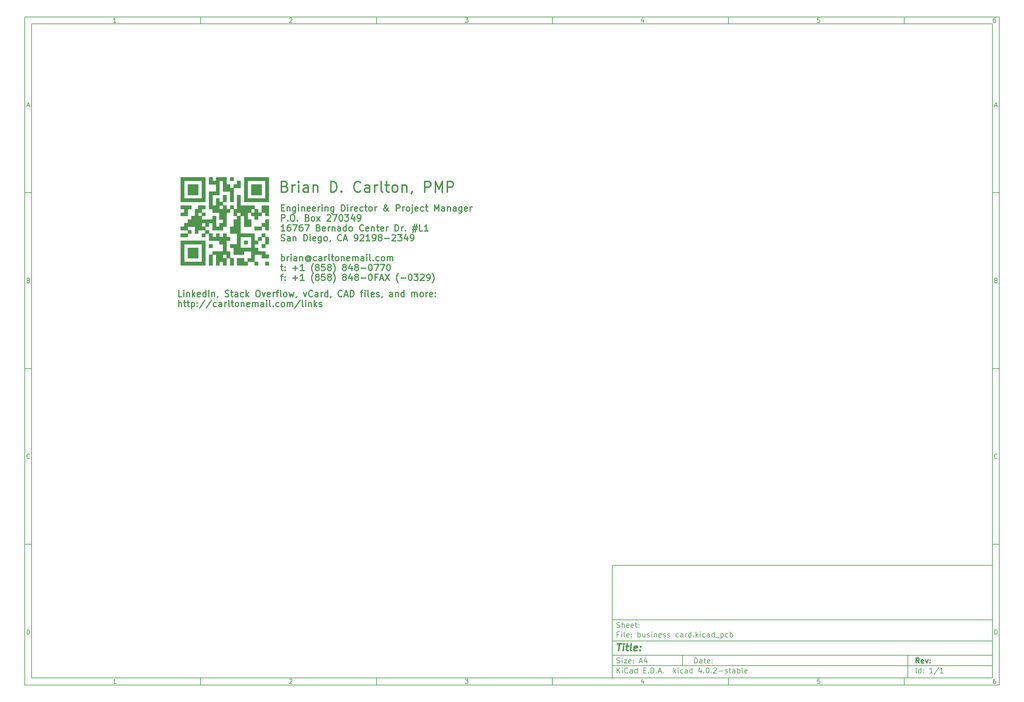
<source format=gbr>
G04 #@! TF.FileFunction,Legend,Top*
%FSLAX46Y46*%
G04 Gerber Fmt 4.6, Leading zero omitted, Abs format (unit mm)*
G04 Created by KiCad (PCBNEW 4.0.2-stable) date Sunday, October 30, 2016 'PMt' 03:56:09 PM*
%MOMM*%
G01*
G04 APERTURE LIST*
%ADD10C,0.100000*%
%ADD11C,0.150000*%
%ADD12C,0.300000*%
%ADD13C,0.400000*%
%ADD14C,0.010000*%
G04 APERTURE END LIST*
D10*
D11*
X177002200Y-166007200D02*
X177002200Y-198007200D01*
X285002200Y-198007200D01*
X285002200Y-166007200D01*
X177002200Y-166007200D01*
D10*
D11*
X10000000Y-10000000D02*
X10000000Y-200007200D01*
X287002200Y-200007200D01*
X287002200Y-10000000D01*
X10000000Y-10000000D01*
D10*
D11*
X12000000Y-12000000D02*
X12000000Y-198007200D01*
X285002200Y-198007200D01*
X285002200Y-12000000D01*
X12000000Y-12000000D01*
D10*
D11*
X60000000Y-12000000D02*
X60000000Y-10000000D01*
D10*
D11*
X110000000Y-12000000D02*
X110000000Y-10000000D01*
D10*
D11*
X160000000Y-12000000D02*
X160000000Y-10000000D01*
D10*
D11*
X210000000Y-12000000D02*
X210000000Y-10000000D01*
D10*
D11*
X260000000Y-12000000D02*
X260000000Y-10000000D01*
D10*
D11*
X35990476Y-11588095D02*
X35247619Y-11588095D01*
X35619048Y-11588095D02*
X35619048Y-10288095D01*
X35495238Y-10473810D01*
X35371429Y-10597619D01*
X35247619Y-10659524D01*
D10*
D11*
X85247619Y-10411905D02*
X85309524Y-10350000D01*
X85433333Y-10288095D01*
X85742857Y-10288095D01*
X85866667Y-10350000D01*
X85928571Y-10411905D01*
X85990476Y-10535714D01*
X85990476Y-10659524D01*
X85928571Y-10845238D01*
X85185714Y-11588095D01*
X85990476Y-11588095D01*
D10*
D11*
X135185714Y-10288095D02*
X135990476Y-10288095D01*
X135557143Y-10783333D01*
X135742857Y-10783333D01*
X135866667Y-10845238D01*
X135928571Y-10907143D01*
X135990476Y-11030952D01*
X135990476Y-11340476D01*
X135928571Y-11464286D01*
X135866667Y-11526190D01*
X135742857Y-11588095D01*
X135371429Y-11588095D01*
X135247619Y-11526190D01*
X135185714Y-11464286D01*
D10*
D11*
X185866667Y-10721429D02*
X185866667Y-11588095D01*
X185557143Y-10226190D02*
X185247619Y-11154762D01*
X186052381Y-11154762D01*
D10*
D11*
X235928571Y-10288095D02*
X235309524Y-10288095D01*
X235247619Y-10907143D01*
X235309524Y-10845238D01*
X235433333Y-10783333D01*
X235742857Y-10783333D01*
X235866667Y-10845238D01*
X235928571Y-10907143D01*
X235990476Y-11030952D01*
X235990476Y-11340476D01*
X235928571Y-11464286D01*
X235866667Y-11526190D01*
X235742857Y-11588095D01*
X235433333Y-11588095D01*
X235309524Y-11526190D01*
X235247619Y-11464286D01*
D10*
D11*
X285866667Y-10288095D02*
X285619048Y-10288095D01*
X285495238Y-10350000D01*
X285433333Y-10411905D01*
X285309524Y-10597619D01*
X285247619Y-10845238D01*
X285247619Y-11340476D01*
X285309524Y-11464286D01*
X285371429Y-11526190D01*
X285495238Y-11588095D01*
X285742857Y-11588095D01*
X285866667Y-11526190D01*
X285928571Y-11464286D01*
X285990476Y-11340476D01*
X285990476Y-11030952D01*
X285928571Y-10907143D01*
X285866667Y-10845238D01*
X285742857Y-10783333D01*
X285495238Y-10783333D01*
X285371429Y-10845238D01*
X285309524Y-10907143D01*
X285247619Y-11030952D01*
D10*
D11*
X60000000Y-198007200D02*
X60000000Y-200007200D01*
D10*
D11*
X110000000Y-198007200D02*
X110000000Y-200007200D01*
D10*
D11*
X160000000Y-198007200D02*
X160000000Y-200007200D01*
D10*
D11*
X210000000Y-198007200D02*
X210000000Y-200007200D01*
D10*
D11*
X260000000Y-198007200D02*
X260000000Y-200007200D01*
D10*
D11*
X35990476Y-199595295D02*
X35247619Y-199595295D01*
X35619048Y-199595295D02*
X35619048Y-198295295D01*
X35495238Y-198481010D01*
X35371429Y-198604819D01*
X35247619Y-198666724D01*
D10*
D11*
X85247619Y-198419105D02*
X85309524Y-198357200D01*
X85433333Y-198295295D01*
X85742857Y-198295295D01*
X85866667Y-198357200D01*
X85928571Y-198419105D01*
X85990476Y-198542914D01*
X85990476Y-198666724D01*
X85928571Y-198852438D01*
X85185714Y-199595295D01*
X85990476Y-199595295D01*
D10*
D11*
X135185714Y-198295295D02*
X135990476Y-198295295D01*
X135557143Y-198790533D01*
X135742857Y-198790533D01*
X135866667Y-198852438D01*
X135928571Y-198914343D01*
X135990476Y-199038152D01*
X135990476Y-199347676D01*
X135928571Y-199471486D01*
X135866667Y-199533390D01*
X135742857Y-199595295D01*
X135371429Y-199595295D01*
X135247619Y-199533390D01*
X135185714Y-199471486D01*
D10*
D11*
X185866667Y-198728629D02*
X185866667Y-199595295D01*
X185557143Y-198233390D02*
X185247619Y-199161962D01*
X186052381Y-199161962D01*
D10*
D11*
X235928571Y-198295295D02*
X235309524Y-198295295D01*
X235247619Y-198914343D01*
X235309524Y-198852438D01*
X235433333Y-198790533D01*
X235742857Y-198790533D01*
X235866667Y-198852438D01*
X235928571Y-198914343D01*
X235990476Y-199038152D01*
X235990476Y-199347676D01*
X235928571Y-199471486D01*
X235866667Y-199533390D01*
X235742857Y-199595295D01*
X235433333Y-199595295D01*
X235309524Y-199533390D01*
X235247619Y-199471486D01*
D10*
D11*
X285866667Y-198295295D02*
X285619048Y-198295295D01*
X285495238Y-198357200D01*
X285433333Y-198419105D01*
X285309524Y-198604819D01*
X285247619Y-198852438D01*
X285247619Y-199347676D01*
X285309524Y-199471486D01*
X285371429Y-199533390D01*
X285495238Y-199595295D01*
X285742857Y-199595295D01*
X285866667Y-199533390D01*
X285928571Y-199471486D01*
X285990476Y-199347676D01*
X285990476Y-199038152D01*
X285928571Y-198914343D01*
X285866667Y-198852438D01*
X285742857Y-198790533D01*
X285495238Y-198790533D01*
X285371429Y-198852438D01*
X285309524Y-198914343D01*
X285247619Y-199038152D01*
D10*
D11*
X10000000Y-60000000D02*
X12000000Y-60000000D01*
D10*
D11*
X10000000Y-110000000D02*
X12000000Y-110000000D01*
D10*
D11*
X10000000Y-160000000D02*
X12000000Y-160000000D01*
D10*
D11*
X10690476Y-35216667D02*
X11309524Y-35216667D01*
X10566667Y-35588095D02*
X11000000Y-34288095D01*
X11433333Y-35588095D01*
D10*
D11*
X11092857Y-84907143D02*
X11278571Y-84969048D01*
X11340476Y-85030952D01*
X11402381Y-85154762D01*
X11402381Y-85340476D01*
X11340476Y-85464286D01*
X11278571Y-85526190D01*
X11154762Y-85588095D01*
X10659524Y-85588095D01*
X10659524Y-84288095D01*
X11092857Y-84288095D01*
X11216667Y-84350000D01*
X11278571Y-84411905D01*
X11340476Y-84535714D01*
X11340476Y-84659524D01*
X11278571Y-84783333D01*
X11216667Y-84845238D01*
X11092857Y-84907143D01*
X10659524Y-84907143D01*
D10*
D11*
X11402381Y-135464286D02*
X11340476Y-135526190D01*
X11154762Y-135588095D01*
X11030952Y-135588095D01*
X10845238Y-135526190D01*
X10721429Y-135402381D01*
X10659524Y-135278571D01*
X10597619Y-135030952D01*
X10597619Y-134845238D01*
X10659524Y-134597619D01*
X10721429Y-134473810D01*
X10845238Y-134350000D01*
X11030952Y-134288095D01*
X11154762Y-134288095D01*
X11340476Y-134350000D01*
X11402381Y-134411905D01*
D10*
D11*
X10659524Y-185588095D02*
X10659524Y-184288095D01*
X10969048Y-184288095D01*
X11154762Y-184350000D01*
X11278571Y-184473810D01*
X11340476Y-184597619D01*
X11402381Y-184845238D01*
X11402381Y-185030952D01*
X11340476Y-185278571D01*
X11278571Y-185402381D01*
X11154762Y-185526190D01*
X10969048Y-185588095D01*
X10659524Y-185588095D01*
D10*
D11*
X287002200Y-60000000D02*
X285002200Y-60000000D01*
D10*
D11*
X287002200Y-110000000D02*
X285002200Y-110000000D01*
D10*
D11*
X287002200Y-160000000D02*
X285002200Y-160000000D01*
D10*
D11*
X285692676Y-35216667D02*
X286311724Y-35216667D01*
X285568867Y-35588095D02*
X286002200Y-34288095D01*
X286435533Y-35588095D01*
D10*
D11*
X286095057Y-84907143D02*
X286280771Y-84969048D01*
X286342676Y-85030952D01*
X286404581Y-85154762D01*
X286404581Y-85340476D01*
X286342676Y-85464286D01*
X286280771Y-85526190D01*
X286156962Y-85588095D01*
X285661724Y-85588095D01*
X285661724Y-84288095D01*
X286095057Y-84288095D01*
X286218867Y-84350000D01*
X286280771Y-84411905D01*
X286342676Y-84535714D01*
X286342676Y-84659524D01*
X286280771Y-84783333D01*
X286218867Y-84845238D01*
X286095057Y-84907143D01*
X285661724Y-84907143D01*
D10*
D11*
X286404581Y-135464286D02*
X286342676Y-135526190D01*
X286156962Y-135588095D01*
X286033152Y-135588095D01*
X285847438Y-135526190D01*
X285723629Y-135402381D01*
X285661724Y-135278571D01*
X285599819Y-135030952D01*
X285599819Y-134845238D01*
X285661724Y-134597619D01*
X285723629Y-134473810D01*
X285847438Y-134350000D01*
X286033152Y-134288095D01*
X286156962Y-134288095D01*
X286342676Y-134350000D01*
X286404581Y-134411905D01*
D10*
D11*
X285661724Y-185588095D02*
X285661724Y-184288095D01*
X285971248Y-184288095D01*
X286156962Y-184350000D01*
X286280771Y-184473810D01*
X286342676Y-184597619D01*
X286404581Y-184845238D01*
X286404581Y-185030952D01*
X286342676Y-185278571D01*
X286280771Y-185402381D01*
X286156962Y-185526190D01*
X285971248Y-185588095D01*
X285661724Y-185588095D01*
D10*
D11*
X200359343Y-193785771D02*
X200359343Y-192285771D01*
X200716486Y-192285771D01*
X200930771Y-192357200D01*
X201073629Y-192500057D01*
X201145057Y-192642914D01*
X201216486Y-192928629D01*
X201216486Y-193142914D01*
X201145057Y-193428629D01*
X201073629Y-193571486D01*
X200930771Y-193714343D01*
X200716486Y-193785771D01*
X200359343Y-193785771D01*
X202502200Y-193785771D02*
X202502200Y-193000057D01*
X202430771Y-192857200D01*
X202287914Y-192785771D01*
X202002200Y-192785771D01*
X201859343Y-192857200D01*
X202502200Y-193714343D02*
X202359343Y-193785771D01*
X202002200Y-193785771D01*
X201859343Y-193714343D01*
X201787914Y-193571486D01*
X201787914Y-193428629D01*
X201859343Y-193285771D01*
X202002200Y-193214343D01*
X202359343Y-193214343D01*
X202502200Y-193142914D01*
X203002200Y-192785771D02*
X203573629Y-192785771D01*
X203216486Y-192285771D02*
X203216486Y-193571486D01*
X203287914Y-193714343D01*
X203430772Y-193785771D01*
X203573629Y-193785771D01*
X204645057Y-193714343D02*
X204502200Y-193785771D01*
X204216486Y-193785771D01*
X204073629Y-193714343D01*
X204002200Y-193571486D01*
X204002200Y-193000057D01*
X204073629Y-192857200D01*
X204216486Y-192785771D01*
X204502200Y-192785771D01*
X204645057Y-192857200D01*
X204716486Y-193000057D01*
X204716486Y-193142914D01*
X204002200Y-193285771D01*
X205359343Y-193642914D02*
X205430771Y-193714343D01*
X205359343Y-193785771D01*
X205287914Y-193714343D01*
X205359343Y-193642914D01*
X205359343Y-193785771D01*
X205359343Y-192857200D02*
X205430771Y-192928629D01*
X205359343Y-193000057D01*
X205287914Y-192928629D01*
X205359343Y-192857200D01*
X205359343Y-193000057D01*
D10*
D11*
X177002200Y-194507200D02*
X285002200Y-194507200D01*
D10*
D11*
X178359343Y-196585771D02*
X178359343Y-195085771D01*
X179216486Y-196585771D02*
X178573629Y-195728629D01*
X179216486Y-195085771D02*
X178359343Y-195942914D01*
X179859343Y-196585771D02*
X179859343Y-195585771D01*
X179859343Y-195085771D02*
X179787914Y-195157200D01*
X179859343Y-195228629D01*
X179930771Y-195157200D01*
X179859343Y-195085771D01*
X179859343Y-195228629D01*
X181430772Y-196442914D02*
X181359343Y-196514343D01*
X181145057Y-196585771D01*
X181002200Y-196585771D01*
X180787915Y-196514343D01*
X180645057Y-196371486D01*
X180573629Y-196228629D01*
X180502200Y-195942914D01*
X180502200Y-195728629D01*
X180573629Y-195442914D01*
X180645057Y-195300057D01*
X180787915Y-195157200D01*
X181002200Y-195085771D01*
X181145057Y-195085771D01*
X181359343Y-195157200D01*
X181430772Y-195228629D01*
X182716486Y-196585771D02*
X182716486Y-195800057D01*
X182645057Y-195657200D01*
X182502200Y-195585771D01*
X182216486Y-195585771D01*
X182073629Y-195657200D01*
X182716486Y-196514343D02*
X182573629Y-196585771D01*
X182216486Y-196585771D01*
X182073629Y-196514343D01*
X182002200Y-196371486D01*
X182002200Y-196228629D01*
X182073629Y-196085771D01*
X182216486Y-196014343D01*
X182573629Y-196014343D01*
X182716486Y-195942914D01*
X184073629Y-196585771D02*
X184073629Y-195085771D01*
X184073629Y-196514343D02*
X183930772Y-196585771D01*
X183645058Y-196585771D01*
X183502200Y-196514343D01*
X183430772Y-196442914D01*
X183359343Y-196300057D01*
X183359343Y-195871486D01*
X183430772Y-195728629D01*
X183502200Y-195657200D01*
X183645058Y-195585771D01*
X183930772Y-195585771D01*
X184073629Y-195657200D01*
X185930772Y-195800057D02*
X186430772Y-195800057D01*
X186645058Y-196585771D02*
X185930772Y-196585771D01*
X185930772Y-195085771D01*
X186645058Y-195085771D01*
X187287915Y-196442914D02*
X187359343Y-196514343D01*
X187287915Y-196585771D01*
X187216486Y-196514343D01*
X187287915Y-196442914D01*
X187287915Y-196585771D01*
X188002201Y-196585771D02*
X188002201Y-195085771D01*
X188359344Y-195085771D01*
X188573629Y-195157200D01*
X188716487Y-195300057D01*
X188787915Y-195442914D01*
X188859344Y-195728629D01*
X188859344Y-195942914D01*
X188787915Y-196228629D01*
X188716487Y-196371486D01*
X188573629Y-196514343D01*
X188359344Y-196585771D01*
X188002201Y-196585771D01*
X189502201Y-196442914D02*
X189573629Y-196514343D01*
X189502201Y-196585771D01*
X189430772Y-196514343D01*
X189502201Y-196442914D01*
X189502201Y-196585771D01*
X190145058Y-196157200D02*
X190859344Y-196157200D01*
X190002201Y-196585771D02*
X190502201Y-195085771D01*
X191002201Y-196585771D01*
X191502201Y-196442914D02*
X191573629Y-196514343D01*
X191502201Y-196585771D01*
X191430772Y-196514343D01*
X191502201Y-196442914D01*
X191502201Y-196585771D01*
X194502201Y-196585771D02*
X194502201Y-195085771D01*
X194645058Y-196014343D02*
X195073629Y-196585771D01*
X195073629Y-195585771D02*
X194502201Y-196157200D01*
X195716487Y-196585771D02*
X195716487Y-195585771D01*
X195716487Y-195085771D02*
X195645058Y-195157200D01*
X195716487Y-195228629D01*
X195787915Y-195157200D01*
X195716487Y-195085771D01*
X195716487Y-195228629D01*
X197073630Y-196514343D02*
X196930773Y-196585771D01*
X196645059Y-196585771D01*
X196502201Y-196514343D01*
X196430773Y-196442914D01*
X196359344Y-196300057D01*
X196359344Y-195871486D01*
X196430773Y-195728629D01*
X196502201Y-195657200D01*
X196645059Y-195585771D01*
X196930773Y-195585771D01*
X197073630Y-195657200D01*
X198359344Y-196585771D02*
X198359344Y-195800057D01*
X198287915Y-195657200D01*
X198145058Y-195585771D01*
X197859344Y-195585771D01*
X197716487Y-195657200D01*
X198359344Y-196514343D02*
X198216487Y-196585771D01*
X197859344Y-196585771D01*
X197716487Y-196514343D01*
X197645058Y-196371486D01*
X197645058Y-196228629D01*
X197716487Y-196085771D01*
X197859344Y-196014343D01*
X198216487Y-196014343D01*
X198359344Y-195942914D01*
X199716487Y-196585771D02*
X199716487Y-195085771D01*
X199716487Y-196514343D02*
X199573630Y-196585771D01*
X199287916Y-196585771D01*
X199145058Y-196514343D01*
X199073630Y-196442914D01*
X199002201Y-196300057D01*
X199002201Y-195871486D01*
X199073630Y-195728629D01*
X199145058Y-195657200D01*
X199287916Y-195585771D01*
X199573630Y-195585771D01*
X199716487Y-195657200D01*
X202216487Y-195585771D02*
X202216487Y-196585771D01*
X201859344Y-195014343D02*
X201502201Y-196085771D01*
X202430773Y-196085771D01*
X203002201Y-196442914D02*
X203073629Y-196514343D01*
X203002201Y-196585771D01*
X202930772Y-196514343D01*
X203002201Y-196442914D01*
X203002201Y-196585771D01*
X204002201Y-195085771D02*
X204145058Y-195085771D01*
X204287915Y-195157200D01*
X204359344Y-195228629D01*
X204430773Y-195371486D01*
X204502201Y-195657200D01*
X204502201Y-196014343D01*
X204430773Y-196300057D01*
X204359344Y-196442914D01*
X204287915Y-196514343D01*
X204145058Y-196585771D01*
X204002201Y-196585771D01*
X203859344Y-196514343D01*
X203787915Y-196442914D01*
X203716487Y-196300057D01*
X203645058Y-196014343D01*
X203645058Y-195657200D01*
X203716487Y-195371486D01*
X203787915Y-195228629D01*
X203859344Y-195157200D01*
X204002201Y-195085771D01*
X205145058Y-196442914D02*
X205216486Y-196514343D01*
X205145058Y-196585771D01*
X205073629Y-196514343D01*
X205145058Y-196442914D01*
X205145058Y-196585771D01*
X205787915Y-195228629D02*
X205859344Y-195157200D01*
X206002201Y-195085771D01*
X206359344Y-195085771D01*
X206502201Y-195157200D01*
X206573630Y-195228629D01*
X206645058Y-195371486D01*
X206645058Y-195514343D01*
X206573630Y-195728629D01*
X205716487Y-196585771D01*
X206645058Y-196585771D01*
X207287915Y-196014343D02*
X208430772Y-196014343D01*
X209073629Y-196514343D02*
X209216486Y-196585771D01*
X209502201Y-196585771D01*
X209645058Y-196514343D01*
X209716486Y-196371486D01*
X209716486Y-196300057D01*
X209645058Y-196157200D01*
X209502201Y-196085771D01*
X209287915Y-196085771D01*
X209145058Y-196014343D01*
X209073629Y-195871486D01*
X209073629Y-195800057D01*
X209145058Y-195657200D01*
X209287915Y-195585771D01*
X209502201Y-195585771D01*
X209645058Y-195657200D01*
X210145058Y-195585771D02*
X210716487Y-195585771D01*
X210359344Y-195085771D02*
X210359344Y-196371486D01*
X210430772Y-196514343D01*
X210573630Y-196585771D01*
X210716487Y-196585771D01*
X211859344Y-196585771D02*
X211859344Y-195800057D01*
X211787915Y-195657200D01*
X211645058Y-195585771D01*
X211359344Y-195585771D01*
X211216487Y-195657200D01*
X211859344Y-196514343D02*
X211716487Y-196585771D01*
X211359344Y-196585771D01*
X211216487Y-196514343D01*
X211145058Y-196371486D01*
X211145058Y-196228629D01*
X211216487Y-196085771D01*
X211359344Y-196014343D01*
X211716487Y-196014343D01*
X211859344Y-195942914D01*
X212573630Y-196585771D02*
X212573630Y-195085771D01*
X212573630Y-195657200D02*
X212716487Y-195585771D01*
X213002201Y-195585771D01*
X213145058Y-195657200D01*
X213216487Y-195728629D01*
X213287916Y-195871486D01*
X213287916Y-196300057D01*
X213216487Y-196442914D01*
X213145058Y-196514343D01*
X213002201Y-196585771D01*
X212716487Y-196585771D01*
X212573630Y-196514343D01*
X214145059Y-196585771D02*
X214002201Y-196514343D01*
X213930773Y-196371486D01*
X213930773Y-195085771D01*
X215287915Y-196514343D02*
X215145058Y-196585771D01*
X214859344Y-196585771D01*
X214716487Y-196514343D01*
X214645058Y-196371486D01*
X214645058Y-195800057D01*
X214716487Y-195657200D01*
X214859344Y-195585771D01*
X215145058Y-195585771D01*
X215287915Y-195657200D01*
X215359344Y-195800057D01*
X215359344Y-195942914D01*
X214645058Y-196085771D01*
D10*
D11*
X177002200Y-191507200D02*
X285002200Y-191507200D01*
D10*
D12*
X264216486Y-193785771D02*
X263716486Y-193071486D01*
X263359343Y-193785771D02*
X263359343Y-192285771D01*
X263930771Y-192285771D01*
X264073629Y-192357200D01*
X264145057Y-192428629D01*
X264216486Y-192571486D01*
X264216486Y-192785771D01*
X264145057Y-192928629D01*
X264073629Y-193000057D01*
X263930771Y-193071486D01*
X263359343Y-193071486D01*
X265430771Y-193714343D02*
X265287914Y-193785771D01*
X265002200Y-193785771D01*
X264859343Y-193714343D01*
X264787914Y-193571486D01*
X264787914Y-193000057D01*
X264859343Y-192857200D01*
X265002200Y-192785771D01*
X265287914Y-192785771D01*
X265430771Y-192857200D01*
X265502200Y-193000057D01*
X265502200Y-193142914D01*
X264787914Y-193285771D01*
X266002200Y-192785771D02*
X266359343Y-193785771D01*
X266716485Y-192785771D01*
X267287914Y-193642914D02*
X267359342Y-193714343D01*
X267287914Y-193785771D01*
X267216485Y-193714343D01*
X267287914Y-193642914D01*
X267287914Y-193785771D01*
X267287914Y-192857200D02*
X267359342Y-192928629D01*
X267287914Y-193000057D01*
X267216485Y-192928629D01*
X267287914Y-192857200D01*
X267287914Y-193000057D01*
D10*
D11*
X178287914Y-193714343D02*
X178502200Y-193785771D01*
X178859343Y-193785771D01*
X179002200Y-193714343D01*
X179073629Y-193642914D01*
X179145057Y-193500057D01*
X179145057Y-193357200D01*
X179073629Y-193214343D01*
X179002200Y-193142914D01*
X178859343Y-193071486D01*
X178573629Y-193000057D01*
X178430771Y-192928629D01*
X178359343Y-192857200D01*
X178287914Y-192714343D01*
X178287914Y-192571486D01*
X178359343Y-192428629D01*
X178430771Y-192357200D01*
X178573629Y-192285771D01*
X178930771Y-192285771D01*
X179145057Y-192357200D01*
X179787914Y-193785771D02*
X179787914Y-192785771D01*
X179787914Y-192285771D02*
X179716485Y-192357200D01*
X179787914Y-192428629D01*
X179859342Y-192357200D01*
X179787914Y-192285771D01*
X179787914Y-192428629D01*
X180359343Y-192785771D02*
X181145057Y-192785771D01*
X180359343Y-193785771D01*
X181145057Y-193785771D01*
X182287914Y-193714343D02*
X182145057Y-193785771D01*
X181859343Y-193785771D01*
X181716486Y-193714343D01*
X181645057Y-193571486D01*
X181645057Y-193000057D01*
X181716486Y-192857200D01*
X181859343Y-192785771D01*
X182145057Y-192785771D01*
X182287914Y-192857200D01*
X182359343Y-193000057D01*
X182359343Y-193142914D01*
X181645057Y-193285771D01*
X183002200Y-193642914D02*
X183073628Y-193714343D01*
X183002200Y-193785771D01*
X182930771Y-193714343D01*
X183002200Y-193642914D01*
X183002200Y-193785771D01*
X183002200Y-192857200D02*
X183073628Y-192928629D01*
X183002200Y-193000057D01*
X182930771Y-192928629D01*
X183002200Y-192857200D01*
X183002200Y-193000057D01*
X184787914Y-193357200D02*
X185502200Y-193357200D01*
X184645057Y-193785771D02*
X185145057Y-192285771D01*
X185645057Y-193785771D01*
X186787914Y-192785771D02*
X186787914Y-193785771D01*
X186430771Y-192214343D02*
X186073628Y-193285771D01*
X187002200Y-193285771D01*
D10*
D11*
X263359343Y-196585771D02*
X263359343Y-195085771D01*
X264716486Y-196585771D02*
X264716486Y-195085771D01*
X264716486Y-196514343D02*
X264573629Y-196585771D01*
X264287915Y-196585771D01*
X264145057Y-196514343D01*
X264073629Y-196442914D01*
X264002200Y-196300057D01*
X264002200Y-195871486D01*
X264073629Y-195728629D01*
X264145057Y-195657200D01*
X264287915Y-195585771D01*
X264573629Y-195585771D01*
X264716486Y-195657200D01*
X265430772Y-196442914D02*
X265502200Y-196514343D01*
X265430772Y-196585771D01*
X265359343Y-196514343D01*
X265430772Y-196442914D01*
X265430772Y-196585771D01*
X265430772Y-195657200D02*
X265502200Y-195728629D01*
X265430772Y-195800057D01*
X265359343Y-195728629D01*
X265430772Y-195657200D01*
X265430772Y-195800057D01*
X268073629Y-196585771D02*
X267216486Y-196585771D01*
X267645058Y-196585771D02*
X267645058Y-195085771D01*
X267502201Y-195300057D01*
X267359343Y-195442914D01*
X267216486Y-195514343D01*
X269787914Y-195014343D02*
X268502200Y-196942914D01*
X271073629Y-196585771D02*
X270216486Y-196585771D01*
X270645058Y-196585771D02*
X270645058Y-195085771D01*
X270502201Y-195300057D01*
X270359343Y-195442914D01*
X270216486Y-195514343D01*
D10*
D11*
X177002200Y-187507200D02*
X285002200Y-187507200D01*
D10*
D13*
X178454581Y-188211962D02*
X179597438Y-188211962D01*
X178776010Y-190211962D02*
X179026010Y-188211962D01*
X180014105Y-190211962D02*
X180180771Y-188878629D01*
X180264105Y-188211962D02*
X180156962Y-188307200D01*
X180240295Y-188402438D01*
X180347439Y-188307200D01*
X180264105Y-188211962D01*
X180240295Y-188402438D01*
X180847438Y-188878629D02*
X181609343Y-188878629D01*
X181216486Y-188211962D02*
X181002200Y-189926248D01*
X181073630Y-190116724D01*
X181252201Y-190211962D01*
X181442677Y-190211962D01*
X182395058Y-190211962D02*
X182216487Y-190116724D01*
X182145057Y-189926248D01*
X182359343Y-188211962D01*
X183930772Y-190116724D02*
X183728391Y-190211962D01*
X183347439Y-190211962D01*
X183168867Y-190116724D01*
X183097438Y-189926248D01*
X183192676Y-189164343D01*
X183311724Y-188973867D01*
X183514105Y-188878629D01*
X183895057Y-188878629D01*
X184073629Y-188973867D01*
X184145057Y-189164343D01*
X184121248Y-189354819D01*
X183145057Y-189545295D01*
X184895057Y-190021486D02*
X184978392Y-190116724D01*
X184871248Y-190211962D01*
X184787915Y-190116724D01*
X184895057Y-190021486D01*
X184871248Y-190211962D01*
X185026010Y-188973867D02*
X185109344Y-189069105D01*
X185002200Y-189164343D01*
X184918867Y-189069105D01*
X185026010Y-188973867D01*
X185002200Y-189164343D01*
D10*
D11*
X178859343Y-185600057D02*
X178359343Y-185600057D01*
X178359343Y-186385771D02*
X178359343Y-184885771D01*
X179073629Y-184885771D01*
X179645057Y-186385771D02*
X179645057Y-185385771D01*
X179645057Y-184885771D02*
X179573628Y-184957200D01*
X179645057Y-185028629D01*
X179716485Y-184957200D01*
X179645057Y-184885771D01*
X179645057Y-185028629D01*
X180573629Y-186385771D02*
X180430771Y-186314343D01*
X180359343Y-186171486D01*
X180359343Y-184885771D01*
X181716485Y-186314343D02*
X181573628Y-186385771D01*
X181287914Y-186385771D01*
X181145057Y-186314343D01*
X181073628Y-186171486D01*
X181073628Y-185600057D01*
X181145057Y-185457200D01*
X181287914Y-185385771D01*
X181573628Y-185385771D01*
X181716485Y-185457200D01*
X181787914Y-185600057D01*
X181787914Y-185742914D01*
X181073628Y-185885771D01*
X182430771Y-186242914D02*
X182502199Y-186314343D01*
X182430771Y-186385771D01*
X182359342Y-186314343D01*
X182430771Y-186242914D01*
X182430771Y-186385771D01*
X182430771Y-185457200D02*
X182502199Y-185528629D01*
X182430771Y-185600057D01*
X182359342Y-185528629D01*
X182430771Y-185457200D01*
X182430771Y-185600057D01*
X184287914Y-186385771D02*
X184287914Y-184885771D01*
X184287914Y-185457200D02*
X184430771Y-185385771D01*
X184716485Y-185385771D01*
X184859342Y-185457200D01*
X184930771Y-185528629D01*
X185002200Y-185671486D01*
X185002200Y-186100057D01*
X184930771Y-186242914D01*
X184859342Y-186314343D01*
X184716485Y-186385771D01*
X184430771Y-186385771D01*
X184287914Y-186314343D01*
X186287914Y-185385771D02*
X186287914Y-186385771D01*
X185645057Y-185385771D02*
X185645057Y-186171486D01*
X185716485Y-186314343D01*
X185859343Y-186385771D01*
X186073628Y-186385771D01*
X186216485Y-186314343D01*
X186287914Y-186242914D01*
X186930771Y-186314343D02*
X187073628Y-186385771D01*
X187359343Y-186385771D01*
X187502200Y-186314343D01*
X187573628Y-186171486D01*
X187573628Y-186100057D01*
X187502200Y-185957200D01*
X187359343Y-185885771D01*
X187145057Y-185885771D01*
X187002200Y-185814343D01*
X186930771Y-185671486D01*
X186930771Y-185600057D01*
X187002200Y-185457200D01*
X187145057Y-185385771D01*
X187359343Y-185385771D01*
X187502200Y-185457200D01*
X188216486Y-186385771D02*
X188216486Y-185385771D01*
X188216486Y-184885771D02*
X188145057Y-184957200D01*
X188216486Y-185028629D01*
X188287914Y-184957200D01*
X188216486Y-184885771D01*
X188216486Y-185028629D01*
X188930772Y-185385771D02*
X188930772Y-186385771D01*
X188930772Y-185528629D02*
X189002200Y-185457200D01*
X189145058Y-185385771D01*
X189359343Y-185385771D01*
X189502200Y-185457200D01*
X189573629Y-185600057D01*
X189573629Y-186385771D01*
X190859343Y-186314343D02*
X190716486Y-186385771D01*
X190430772Y-186385771D01*
X190287915Y-186314343D01*
X190216486Y-186171486D01*
X190216486Y-185600057D01*
X190287915Y-185457200D01*
X190430772Y-185385771D01*
X190716486Y-185385771D01*
X190859343Y-185457200D01*
X190930772Y-185600057D01*
X190930772Y-185742914D01*
X190216486Y-185885771D01*
X191502200Y-186314343D02*
X191645057Y-186385771D01*
X191930772Y-186385771D01*
X192073629Y-186314343D01*
X192145057Y-186171486D01*
X192145057Y-186100057D01*
X192073629Y-185957200D01*
X191930772Y-185885771D01*
X191716486Y-185885771D01*
X191573629Y-185814343D01*
X191502200Y-185671486D01*
X191502200Y-185600057D01*
X191573629Y-185457200D01*
X191716486Y-185385771D01*
X191930772Y-185385771D01*
X192073629Y-185457200D01*
X192716486Y-186314343D02*
X192859343Y-186385771D01*
X193145058Y-186385771D01*
X193287915Y-186314343D01*
X193359343Y-186171486D01*
X193359343Y-186100057D01*
X193287915Y-185957200D01*
X193145058Y-185885771D01*
X192930772Y-185885771D01*
X192787915Y-185814343D01*
X192716486Y-185671486D01*
X192716486Y-185600057D01*
X192787915Y-185457200D01*
X192930772Y-185385771D01*
X193145058Y-185385771D01*
X193287915Y-185457200D01*
X195787915Y-186314343D02*
X195645058Y-186385771D01*
X195359344Y-186385771D01*
X195216486Y-186314343D01*
X195145058Y-186242914D01*
X195073629Y-186100057D01*
X195073629Y-185671486D01*
X195145058Y-185528629D01*
X195216486Y-185457200D01*
X195359344Y-185385771D01*
X195645058Y-185385771D01*
X195787915Y-185457200D01*
X197073629Y-186385771D02*
X197073629Y-185600057D01*
X197002200Y-185457200D01*
X196859343Y-185385771D01*
X196573629Y-185385771D01*
X196430772Y-185457200D01*
X197073629Y-186314343D02*
X196930772Y-186385771D01*
X196573629Y-186385771D01*
X196430772Y-186314343D01*
X196359343Y-186171486D01*
X196359343Y-186028629D01*
X196430772Y-185885771D01*
X196573629Y-185814343D01*
X196930772Y-185814343D01*
X197073629Y-185742914D01*
X197787915Y-186385771D02*
X197787915Y-185385771D01*
X197787915Y-185671486D02*
X197859343Y-185528629D01*
X197930772Y-185457200D01*
X198073629Y-185385771D01*
X198216486Y-185385771D01*
X199359343Y-186385771D02*
X199359343Y-184885771D01*
X199359343Y-186314343D02*
X199216486Y-186385771D01*
X198930772Y-186385771D01*
X198787914Y-186314343D01*
X198716486Y-186242914D01*
X198645057Y-186100057D01*
X198645057Y-185671486D01*
X198716486Y-185528629D01*
X198787914Y-185457200D01*
X198930772Y-185385771D01*
X199216486Y-185385771D01*
X199359343Y-185457200D01*
X200073629Y-186242914D02*
X200145057Y-186314343D01*
X200073629Y-186385771D01*
X200002200Y-186314343D01*
X200073629Y-186242914D01*
X200073629Y-186385771D01*
X200787915Y-186385771D02*
X200787915Y-184885771D01*
X200930772Y-185814343D02*
X201359343Y-186385771D01*
X201359343Y-185385771D02*
X200787915Y-185957200D01*
X202002201Y-186385771D02*
X202002201Y-185385771D01*
X202002201Y-184885771D02*
X201930772Y-184957200D01*
X202002201Y-185028629D01*
X202073629Y-184957200D01*
X202002201Y-184885771D01*
X202002201Y-185028629D01*
X203359344Y-186314343D02*
X203216487Y-186385771D01*
X202930773Y-186385771D01*
X202787915Y-186314343D01*
X202716487Y-186242914D01*
X202645058Y-186100057D01*
X202645058Y-185671486D01*
X202716487Y-185528629D01*
X202787915Y-185457200D01*
X202930773Y-185385771D01*
X203216487Y-185385771D01*
X203359344Y-185457200D01*
X204645058Y-186385771D02*
X204645058Y-185600057D01*
X204573629Y-185457200D01*
X204430772Y-185385771D01*
X204145058Y-185385771D01*
X204002201Y-185457200D01*
X204645058Y-186314343D02*
X204502201Y-186385771D01*
X204145058Y-186385771D01*
X204002201Y-186314343D01*
X203930772Y-186171486D01*
X203930772Y-186028629D01*
X204002201Y-185885771D01*
X204145058Y-185814343D01*
X204502201Y-185814343D01*
X204645058Y-185742914D01*
X206002201Y-186385771D02*
X206002201Y-184885771D01*
X206002201Y-186314343D02*
X205859344Y-186385771D01*
X205573630Y-186385771D01*
X205430772Y-186314343D01*
X205359344Y-186242914D01*
X205287915Y-186100057D01*
X205287915Y-185671486D01*
X205359344Y-185528629D01*
X205430772Y-185457200D01*
X205573630Y-185385771D01*
X205859344Y-185385771D01*
X206002201Y-185457200D01*
X206359344Y-186528629D02*
X207502201Y-186528629D01*
X207859344Y-185385771D02*
X207859344Y-186885771D01*
X207859344Y-185457200D02*
X208002201Y-185385771D01*
X208287915Y-185385771D01*
X208430772Y-185457200D01*
X208502201Y-185528629D01*
X208573630Y-185671486D01*
X208573630Y-186100057D01*
X208502201Y-186242914D01*
X208430772Y-186314343D01*
X208287915Y-186385771D01*
X208002201Y-186385771D01*
X207859344Y-186314343D01*
X209859344Y-186314343D02*
X209716487Y-186385771D01*
X209430773Y-186385771D01*
X209287915Y-186314343D01*
X209216487Y-186242914D01*
X209145058Y-186100057D01*
X209145058Y-185671486D01*
X209216487Y-185528629D01*
X209287915Y-185457200D01*
X209430773Y-185385771D01*
X209716487Y-185385771D01*
X209859344Y-185457200D01*
X210502201Y-186385771D02*
X210502201Y-184885771D01*
X210502201Y-185457200D02*
X210645058Y-185385771D01*
X210930772Y-185385771D01*
X211073629Y-185457200D01*
X211145058Y-185528629D01*
X211216487Y-185671486D01*
X211216487Y-186100057D01*
X211145058Y-186242914D01*
X211073629Y-186314343D01*
X210930772Y-186385771D01*
X210645058Y-186385771D01*
X210502201Y-186314343D01*
D10*
D11*
X177002200Y-181507200D02*
X285002200Y-181507200D01*
D10*
D11*
X178287914Y-183614343D02*
X178502200Y-183685771D01*
X178859343Y-183685771D01*
X179002200Y-183614343D01*
X179073629Y-183542914D01*
X179145057Y-183400057D01*
X179145057Y-183257200D01*
X179073629Y-183114343D01*
X179002200Y-183042914D01*
X178859343Y-182971486D01*
X178573629Y-182900057D01*
X178430771Y-182828629D01*
X178359343Y-182757200D01*
X178287914Y-182614343D01*
X178287914Y-182471486D01*
X178359343Y-182328629D01*
X178430771Y-182257200D01*
X178573629Y-182185771D01*
X178930771Y-182185771D01*
X179145057Y-182257200D01*
X179787914Y-183685771D02*
X179787914Y-182185771D01*
X180430771Y-183685771D02*
X180430771Y-182900057D01*
X180359342Y-182757200D01*
X180216485Y-182685771D01*
X180002200Y-182685771D01*
X179859342Y-182757200D01*
X179787914Y-182828629D01*
X181716485Y-183614343D02*
X181573628Y-183685771D01*
X181287914Y-183685771D01*
X181145057Y-183614343D01*
X181073628Y-183471486D01*
X181073628Y-182900057D01*
X181145057Y-182757200D01*
X181287914Y-182685771D01*
X181573628Y-182685771D01*
X181716485Y-182757200D01*
X181787914Y-182900057D01*
X181787914Y-183042914D01*
X181073628Y-183185771D01*
X183002199Y-183614343D02*
X182859342Y-183685771D01*
X182573628Y-183685771D01*
X182430771Y-183614343D01*
X182359342Y-183471486D01*
X182359342Y-182900057D01*
X182430771Y-182757200D01*
X182573628Y-182685771D01*
X182859342Y-182685771D01*
X183002199Y-182757200D01*
X183073628Y-182900057D01*
X183073628Y-183042914D01*
X182359342Y-183185771D01*
X183502199Y-182685771D02*
X184073628Y-182685771D01*
X183716485Y-182185771D02*
X183716485Y-183471486D01*
X183787913Y-183614343D01*
X183930771Y-183685771D01*
X184073628Y-183685771D01*
X184573628Y-183542914D02*
X184645056Y-183614343D01*
X184573628Y-183685771D01*
X184502199Y-183614343D01*
X184573628Y-183542914D01*
X184573628Y-183685771D01*
X184573628Y-182757200D02*
X184645056Y-182828629D01*
X184573628Y-182900057D01*
X184502199Y-182828629D01*
X184573628Y-182757200D01*
X184573628Y-182900057D01*
D10*
D11*
X197002200Y-191507200D02*
X197002200Y-194507200D01*
D10*
D11*
X261002200Y-191507200D02*
X261002200Y-198007200D01*
D13*
X83957858Y-58205714D02*
X84386429Y-58348571D01*
X84529286Y-58491429D01*
X84672143Y-58777143D01*
X84672143Y-59205714D01*
X84529286Y-59491429D01*
X84386429Y-59634286D01*
X84100715Y-59777143D01*
X82957858Y-59777143D01*
X82957858Y-56777143D01*
X83957858Y-56777143D01*
X84243572Y-56920000D01*
X84386429Y-57062857D01*
X84529286Y-57348571D01*
X84529286Y-57634286D01*
X84386429Y-57920000D01*
X84243572Y-58062857D01*
X83957858Y-58205714D01*
X82957858Y-58205714D01*
X85957858Y-59777143D02*
X85957858Y-57777143D01*
X85957858Y-58348571D02*
X86100715Y-58062857D01*
X86243572Y-57920000D01*
X86529286Y-57777143D01*
X86815001Y-57777143D01*
X87815001Y-59777143D02*
X87815001Y-57777143D01*
X87815001Y-56777143D02*
X87672144Y-56920000D01*
X87815001Y-57062857D01*
X87957858Y-56920000D01*
X87815001Y-56777143D01*
X87815001Y-57062857D01*
X90529286Y-59777143D02*
X90529286Y-58205714D01*
X90386429Y-57920000D01*
X90100715Y-57777143D01*
X89529286Y-57777143D01*
X89243572Y-57920000D01*
X90529286Y-59634286D02*
X90243572Y-59777143D01*
X89529286Y-59777143D01*
X89243572Y-59634286D01*
X89100715Y-59348571D01*
X89100715Y-59062857D01*
X89243572Y-58777143D01*
X89529286Y-58634286D01*
X90243572Y-58634286D01*
X90529286Y-58491429D01*
X91957858Y-57777143D02*
X91957858Y-59777143D01*
X91957858Y-58062857D02*
X92100715Y-57920000D01*
X92386429Y-57777143D01*
X92815001Y-57777143D01*
X93100715Y-57920000D01*
X93243572Y-58205714D01*
X93243572Y-59777143D01*
X96957858Y-59777143D02*
X96957858Y-56777143D01*
X97672143Y-56777143D01*
X98100715Y-56920000D01*
X98386429Y-57205714D01*
X98529286Y-57491429D01*
X98672143Y-58062857D01*
X98672143Y-58491429D01*
X98529286Y-59062857D01*
X98386429Y-59348571D01*
X98100715Y-59634286D01*
X97672143Y-59777143D01*
X96957858Y-59777143D01*
X99957858Y-59491429D02*
X100100715Y-59634286D01*
X99957858Y-59777143D01*
X99815001Y-59634286D01*
X99957858Y-59491429D01*
X99957858Y-59777143D01*
X105386428Y-59491429D02*
X105243571Y-59634286D01*
X104815000Y-59777143D01*
X104529286Y-59777143D01*
X104100714Y-59634286D01*
X103815000Y-59348571D01*
X103672143Y-59062857D01*
X103529286Y-58491429D01*
X103529286Y-58062857D01*
X103672143Y-57491429D01*
X103815000Y-57205714D01*
X104100714Y-56920000D01*
X104529286Y-56777143D01*
X104815000Y-56777143D01*
X105243571Y-56920000D01*
X105386428Y-57062857D01*
X107957857Y-59777143D02*
X107957857Y-58205714D01*
X107815000Y-57920000D01*
X107529286Y-57777143D01*
X106957857Y-57777143D01*
X106672143Y-57920000D01*
X107957857Y-59634286D02*
X107672143Y-59777143D01*
X106957857Y-59777143D01*
X106672143Y-59634286D01*
X106529286Y-59348571D01*
X106529286Y-59062857D01*
X106672143Y-58777143D01*
X106957857Y-58634286D01*
X107672143Y-58634286D01*
X107957857Y-58491429D01*
X109386429Y-59777143D02*
X109386429Y-57777143D01*
X109386429Y-58348571D02*
X109529286Y-58062857D01*
X109672143Y-57920000D01*
X109957857Y-57777143D01*
X110243572Y-57777143D01*
X111672143Y-59777143D02*
X111386429Y-59634286D01*
X111243572Y-59348571D01*
X111243572Y-56777143D01*
X112386429Y-57777143D02*
X113529286Y-57777143D01*
X112815001Y-56777143D02*
X112815001Y-59348571D01*
X112957858Y-59634286D01*
X113243572Y-59777143D01*
X113529286Y-59777143D01*
X114957858Y-59777143D02*
X114672144Y-59634286D01*
X114529287Y-59491429D01*
X114386430Y-59205714D01*
X114386430Y-58348571D01*
X114529287Y-58062857D01*
X114672144Y-57920000D01*
X114957858Y-57777143D01*
X115386430Y-57777143D01*
X115672144Y-57920000D01*
X115815001Y-58062857D01*
X115957858Y-58348571D01*
X115957858Y-59205714D01*
X115815001Y-59491429D01*
X115672144Y-59634286D01*
X115386430Y-59777143D01*
X114957858Y-59777143D01*
X117243573Y-57777143D02*
X117243573Y-59777143D01*
X117243573Y-58062857D02*
X117386430Y-57920000D01*
X117672144Y-57777143D01*
X118100716Y-57777143D01*
X118386430Y-57920000D01*
X118529287Y-58205714D01*
X118529287Y-59777143D01*
X120100716Y-59634286D02*
X120100716Y-59777143D01*
X119957859Y-60062857D01*
X119815002Y-60205714D01*
X123672144Y-59777143D02*
X123672144Y-56777143D01*
X124815001Y-56777143D01*
X125100715Y-56920000D01*
X125243572Y-57062857D01*
X125386429Y-57348571D01*
X125386429Y-57777143D01*
X125243572Y-58062857D01*
X125100715Y-58205714D01*
X124815001Y-58348571D01*
X123672144Y-58348571D01*
X126672144Y-59777143D02*
X126672144Y-56777143D01*
X127672144Y-58920000D01*
X128672144Y-56777143D01*
X128672144Y-59777143D01*
X130100715Y-59777143D02*
X130100715Y-56777143D01*
X131243572Y-56777143D01*
X131529286Y-56920000D01*
X131672143Y-57062857D01*
X131815000Y-57348571D01*
X131815000Y-57777143D01*
X131672143Y-58062857D01*
X131529286Y-58205714D01*
X131243572Y-58348571D01*
X130100715Y-58348571D01*
D12*
X82978571Y-64296429D02*
X83578571Y-64296429D01*
X83835714Y-65239286D02*
X82978571Y-65239286D01*
X82978571Y-63439286D01*
X83835714Y-63439286D01*
X84607142Y-64039286D02*
X84607142Y-65239286D01*
X84607142Y-64210714D02*
X84692857Y-64125000D01*
X84864285Y-64039286D01*
X85121428Y-64039286D01*
X85292857Y-64125000D01*
X85378571Y-64296429D01*
X85378571Y-65239286D01*
X87007142Y-64039286D02*
X87007142Y-65496429D01*
X86921428Y-65667857D01*
X86835713Y-65753571D01*
X86664285Y-65839286D01*
X86407142Y-65839286D01*
X86235713Y-65753571D01*
X87007142Y-65153571D02*
X86835713Y-65239286D01*
X86492856Y-65239286D01*
X86321428Y-65153571D01*
X86235713Y-65067857D01*
X86149999Y-64896429D01*
X86149999Y-64382143D01*
X86235713Y-64210714D01*
X86321428Y-64125000D01*
X86492856Y-64039286D01*
X86835713Y-64039286D01*
X87007142Y-64125000D01*
X87864284Y-65239286D02*
X87864284Y-64039286D01*
X87864284Y-63439286D02*
X87778570Y-63525000D01*
X87864284Y-63610714D01*
X87949999Y-63525000D01*
X87864284Y-63439286D01*
X87864284Y-63610714D01*
X88721427Y-64039286D02*
X88721427Y-65239286D01*
X88721427Y-64210714D02*
X88807142Y-64125000D01*
X88978570Y-64039286D01*
X89235713Y-64039286D01*
X89407142Y-64125000D01*
X89492856Y-64296429D01*
X89492856Y-65239286D01*
X91035713Y-65153571D02*
X90864284Y-65239286D01*
X90521427Y-65239286D01*
X90349998Y-65153571D01*
X90264284Y-64982143D01*
X90264284Y-64296429D01*
X90349998Y-64125000D01*
X90521427Y-64039286D01*
X90864284Y-64039286D01*
X91035713Y-64125000D01*
X91121427Y-64296429D01*
X91121427Y-64467857D01*
X90264284Y-64639286D01*
X92578570Y-65153571D02*
X92407141Y-65239286D01*
X92064284Y-65239286D01*
X91892855Y-65153571D01*
X91807141Y-64982143D01*
X91807141Y-64296429D01*
X91892855Y-64125000D01*
X92064284Y-64039286D01*
X92407141Y-64039286D01*
X92578570Y-64125000D01*
X92664284Y-64296429D01*
X92664284Y-64467857D01*
X91807141Y-64639286D01*
X93435712Y-65239286D02*
X93435712Y-64039286D01*
X93435712Y-64382143D02*
X93521427Y-64210714D01*
X93607141Y-64125000D01*
X93778570Y-64039286D01*
X93949998Y-64039286D01*
X94549998Y-65239286D02*
X94549998Y-64039286D01*
X94549998Y-63439286D02*
X94464284Y-63525000D01*
X94549998Y-63610714D01*
X94635713Y-63525000D01*
X94549998Y-63439286D01*
X94549998Y-63610714D01*
X95407141Y-64039286D02*
X95407141Y-65239286D01*
X95407141Y-64210714D02*
X95492856Y-64125000D01*
X95664284Y-64039286D01*
X95921427Y-64039286D01*
X96092856Y-64125000D01*
X96178570Y-64296429D01*
X96178570Y-65239286D01*
X97807141Y-64039286D02*
X97807141Y-65496429D01*
X97721427Y-65667857D01*
X97635712Y-65753571D01*
X97464284Y-65839286D01*
X97207141Y-65839286D01*
X97035712Y-65753571D01*
X97807141Y-65153571D02*
X97635712Y-65239286D01*
X97292855Y-65239286D01*
X97121427Y-65153571D01*
X97035712Y-65067857D01*
X96949998Y-64896429D01*
X96949998Y-64382143D01*
X97035712Y-64210714D01*
X97121427Y-64125000D01*
X97292855Y-64039286D01*
X97635712Y-64039286D01*
X97807141Y-64125000D01*
X100035712Y-65239286D02*
X100035712Y-63439286D01*
X100464284Y-63439286D01*
X100721427Y-63525000D01*
X100892855Y-63696429D01*
X100978570Y-63867857D01*
X101064284Y-64210714D01*
X101064284Y-64467857D01*
X100978570Y-64810714D01*
X100892855Y-64982143D01*
X100721427Y-65153571D01*
X100464284Y-65239286D01*
X100035712Y-65239286D01*
X101835712Y-65239286D02*
X101835712Y-64039286D01*
X101835712Y-63439286D02*
X101749998Y-63525000D01*
X101835712Y-63610714D01*
X101921427Y-63525000D01*
X101835712Y-63439286D01*
X101835712Y-63610714D01*
X102692855Y-65239286D02*
X102692855Y-64039286D01*
X102692855Y-64382143D02*
X102778570Y-64210714D01*
X102864284Y-64125000D01*
X103035713Y-64039286D01*
X103207141Y-64039286D01*
X104492856Y-65153571D02*
X104321427Y-65239286D01*
X103978570Y-65239286D01*
X103807141Y-65153571D01*
X103721427Y-64982143D01*
X103721427Y-64296429D01*
X103807141Y-64125000D01*
X103978570Y-64039286D01*
X104321427Y-64039286D01*
X104492856Y-64125000D01*
X104578570Y-64296429D01*
X104578570Y-64467857D01*
X103721427Y-64639286D01*
X106121427Y-65153571D02*
X105949998Y-65239286D01*
X105607141Y-65239286D01*
X105435713Y-65153571D01*
X105349998Y-65067857D01*
X105264284Y-64896429D01*
X105264284Y-64382143D01*
X105349998Y-64210714D01*
X105435713Y-64125000D01*
X105607141Y-64039286D01*
X105949998Y-64039286D01*
X106121427Y-64125000D01*
X106635713Y-64039286D02*
X107321427Y-64039286D01*
X106892855Y-63439286D02*
X106892855Y-64982143D01*
X106978570Y-65153571D01*
X107149998Y-65239286D01*
X107321427Y-65239286D01*
X108178569Y-65239286D02*
X108007141Y-65153571D01*
X107921426Y-65067857D01*
X107835712Y-64896429D01*
X107835712Y-64382143D01*
X107921426Y-64210714D01*
X108007141Y-64125000D01*
X108178569Y-64039286D01*
X108435712Y-64039286D01*
X108607141Y-64125000D01*
X108692855Y-64210714D01*
X108778569Y-64382143D01*
X108778569Y-64896429D01*
X108692855Y-65067857D01*
X108607141Y-65153571D01*
X108435712Y-65239286D01*
X108178569Y-65239286D01*
X109549997Y-65239286D02*
X109549997Y-64039286D01*
X109549997Y-64382143D02*
X109635712Y-64210714D01*
X109721426Y-64125000D01*
X109892855Y-64039286D01*
X110064283Y-64039286D01*
X113492855Y-65239286D02*
X113407141Y-65239286D01*
X113235712Y-65153571D01*
X112978570Y-64896429D01*
X112549998Y-64382143D01*
X112378570Y-64125000D01*
X112292855Y-63867857D01*
X112292855Y-63696429D01*
X112378570Y-63525000D01*
X112549998Y-63439286D01*
X112635712Y-63439286D01*
X112807141Y-63525000D01*
X112892855Y-63696429D01*
X112892855Y-63782143D01*
X112807141Y-63953571D01*
X112721427Y-64039286D01*
X112207141Y-64382143D01*
X112121427Y-64467857D01*
X112035712Y-64639286D01*
X112035712Y-64896429D01*
X112121427Y-65067857D01*
X112207141Y-65153571D01*
X112378570Y-65239286D01*
X112635712Y-65239286D01*
X112807141Y-65153571D01*
X112892855Y-65067857D01*
X113149998Y-64725000D01*
X113235712Y-64467857D01*
X113235712Y-64296429D01*
X115635712Y-65239286D02*
X115635712Y-63439286D01*
X116321427Y-63439286D01*
X116492855Y-63525000D01*
X116578570Y-63610714D01*
X116664284Y-63782143D01*
X116664284Y-64039286D01*
X116578570Y-64210714D01*
X116492855Y-64296429D01*
X116321427Y-64382143D01*
X115635712Y-64382143D01*
X117435712Y-65239286D02*
X117435712Y-64039286D01*
X117435712Y-64382143D02*
X117521427Y-64210714D01*
X117607141Y-64125000D01*
X117778570Y-64039286D01*
X117949998Y-64039286D01*
X118807141Y-65239286D02*
X118635713Y-65153571D01*
X118549998Y-65067857D01*
X118464284Y-64896429D01*
X118464284Y-64382143D01*
X118549998Y-64210714D01*
X118635713Y-64125000D01*
X118807141Y-64039286D01*
X119064284Y-64039286D01*
X119235713Y-64125000D01*
X119321427Y-64210714D01*
X119407141Y-64382143D01*
X119407141Y-64896429D01*
X119321427Y-65067857D01*
X119235713Y-65153571D01*
X119064284Y-65239286D01*
X118807141Y-65239286D01*
X120178569Y-64039286D02*
X120178569Y-65582143D01*
X120092855Y-65753571D01*
X119921427Y-65839286D01*
X119835712Y-65839286D01*
X120178569Y-63439286D02*
X120092855Y-63525000D01*
X120178569Y-63610714D01*
X120264284Y-63525000D01*
X120178569Y-63439286D01*
X120178569Y-63610714D01*
X121721427Y-65153571D02*
X121549998Y-65239286D01*
X121207141Y-65239286D01*
X121035712Y-65153571D01*
X120949998Y-64982143D01*
X120949998Y-64296429D01*
X121035712Y-64125000D01*
X121207141Y-64039286D01*
X121549998Y-64039286D01*
X121721427Y-64125000D01*
X121807141Y-64296429D01*
X121807141Y-64467857D01*
X120949998Y-64639286D01*
X123349998Y-65153571D02*
X123178569Y-65239286D01*
X122835712Y-65239286D01*
X122664284Y-65153571D01*
X122578569Y-65067857D01*
X122492855Y-64896429D01*
X122492855Y-64382143D01*
X122578569Y-64210714D01*
X122664284Y-64125000D01*
X122835712Y-64039286D01*
X123178569Y-64039286D01*
X123349998Y-64125000D01*
X123864284Y-64039286D02*
X124549998Y-64039286D01*
X124121426Y-63439286D02*
X124121426Y-64982143D01*
X124207141Y-65153571D01*
X124378569Y-65239286D01*
X124549998Y-65239286D01*
X126521426Y-65239286D02*
X126521426Y-63439286D01*
X127121426Y-64725000D01*
X127721426Y-63439286D01*
X127721426Y-65239286D01*
X129349998Y-65239286D02*
X129349998Y-64296429D01*
X129264284Y-64125000D01*
X129092855Y-64039286D01*
X128749998Y-64039286D01*
X128578569Y-64125000D01*
X129349998Y-65153571D02*
X129178569Y-65239286D01*
X128749998Y-65239286D01*
X128578569Y-65153571D01*
X128492855Y-64982143D01*
X128492855Y-64810714D01*
X128578569Y-64639286D01*
X128749998Y-64553571D01*
X129178569Y-64553571D01*
X129349998Y-64467857D01*
X130207140Y-64039286D02*
X130207140Y-65239286D01*
X130207140Y-64210714D02*
X130292855Y-64125000D01*
X130464283Y-64039286D01*
X130721426Y-64039286D01*
X130892855Y-64125000D01*
X130978569Y-64296429D01*
X130978569Y-65239286D01*
X132607140Y-65239286D02*
X132607140Y-64296429D01*
X132521426Y-64125000D01*
X132349997Y-64039286D01*
X132007140Y-64039286D01*
X131835711Y-64125000D01*
X132607140Y-65153571D02*
X132435711Y-65239286D01*
X132007140Y-65239286D01*
X131835711Y-65153571D01*
X131749997Y-64982143D01*
X131749997Y-64810714D01*
X131835711Y-64639286D01*
X132007140Y-64553571D01*
X132435711Y-64553571D01*
X132607140Y-64467857D01*
X134235711Y-64039286D02*
X134235711Y-65496429D01*
X134149997Y-65667857D01*
X134064282Y-65753571D01*
X133892854Y-65839286D01*
X133635711Y-65839286D01*
X133464282Y-65753571D01*
X134235711Y-65153571D02*
X134064282Y-65239286D01*
X133721425Y-65239286D01*
X133549997Y-65153571D01*
X133464282Y-65067857D01*
X133378568Y-64896429D01*
X133378568Y-64382143D01*
X133464282Y-64210714D01*
X133549997Y-64125000D01*
X133721425Y-64039286D01*
X134064282Y-64039286D01*
X134235711Y-64125000D01*
X135778568Y-65153571D02*
X135607139Y-65239286D01*
X135264282Y-65239286D01*
X135092853Y-65153571D01*
X135007139Y-64982143D01*
X135007139Y-64296429D01*
X135092853Y-64125000D01*
X135264282Y-64039286D01*
X135607139Y-64039286D01*
X135778568Y-64125000D01*
X135864282Y-64296429D01*
X135864282Y-64467857D01*
X135007139Y-64639286D01*
X136635710Y-65239286D02*
X136635710Y-64039286D01*
X136635710Y-64382143D02*
X136721425Y-64210714D01*
X136807139Y-64125000D01*
X136978568Y-64039286D01*
X137149996Y-64039286D01*
X82978571Y-68059286D02*
X82978571Y-66259286D01*
X83664286Y-66259286D01*
X83835714Y-66345000D01*
X83921429Y-66430714D01*
X84007143Y-66602143D01*
X84007143Y-66859286D01*
X83921429Y-67030714D01*
X83835714Y-67116429D01*
X83664286Y-67202143D01*
X82978571Y-67202143D01*
X84778571Y-67887857D02*
X84864286Y-67973571D01*
X84778571Y-68059286D01*
X84692857Y-67973571D01*
X84778571Y-67887857D01*
X84778571Y-68059286D01*
X85978572Y-66259286D02*
X86321429Y-66259286D01*
X86492857Y-66345000D01*
X86664286Y-66516429D01*
X86750000Y-66859286D01*
X86750000Y-67459286D01*
X86664286Y-67802143D01*
X86492857Y-67973571D01*
X86321429Y-68059286D01*
X85978572Y-68059286D01*
X85807143Y-67973571D01*
X85635714Y-67802143D01*
X85550000Y-67459286D01*
X85550000Y-66859286D01*
X85635714Y-66516429D01*
X85807143Y-66345000D01*
X85978572Y-66259286D01*
X87521428Y-67887857D02*
X87607143Y-67973571D01*
X87521428Y-68059286D01*
X87435714Y-67973571D01*
X87521428Y-67887857D01*
X87521428Y-68059286D01*
X90350000Y-67116429D02*
X90607143Y-67202143D01*
X90692858Y-67287857D01*
X90778572Y-67459286D01*
X90778572Y-67716429D01*
X90692858Y-67887857D01*
X90607143Y-67973571D01*
X90435715Y-68059286D01*
X89750000Y-68059286D01*
X89750000Y-66259286D01*
X90350000Y-66259286D01*
X90521429Y-66345000D01*
X90607143Y-66430714D01*
X90692858Y-66602143D01*
X90692858Y-66773571D01*
X90607143Y-66945000D01*
X90521429Y-67030714D01*
X90350000Y-67116429D01*
X89750000Y-67116429D01*
X91807143Y-68059286D02*
X91635715Y-67973571D01*
X91550000Y-67887857D01*
X91464286Y-67716429D01*
X91464286Y-67202143D01*
X91550000Y-67030714D01*
X91635715Y-66945000D01*
X91807143Y-66859286D01*
X92064286Y-66859286D01*
X92235715Y-66945000D01*
X92321429Y-67030714D01*
X92407143Y-67202143D01*
X92407143Y-67716429D01*
X92321429Y-67887857D01*
X92235715Y-67973571D01*
X92064286Y-68059286D01*
X91807143Y-68059286D01*
X93007143Y-68059286D02*
X93950000Y-66859286D01*
X93007143Y-66859286D02*
X93950000Y-68059286D01*
X95921429Y-66430714D02*
X96007143Y-66345000D01*
X96178572Y-66259286D01*
X96607143Y-66259286D01*
X96778572Y-66345000D01*
X96864286Y-66430714D01*
X96950001Y-66602143D01*
X96950001Y-66773571D01*
X96864286Y-67030714D01*
X95835715Y-68059286D01*
X96950001Y-68059286D01*
X97550001Y-66259286D02*
X98750001Y-66259286D01*
X97978572Y-68059286D01*
X99778573Y-66259286D02*
X99950001Y-66259286D01*
X100121430Y-66345000D01*
X100207144Y-66430714D01*
X100292858Y-66602143D01*
X100378573Y-66945000D01*
X100378573Y-67373571D01*
X100292858Y-67716429D01*
X100207144Y-67887857D01*
X100121430Y-67973571D01*
X99950001Y-68059286D01*
X99778573Y-68059286D01*
X99607144Y-67973571D01*
X99521430Y-67887857D01*
X99435715Y-67716429D01*
X99350001Y-67373571D01*
X99350001Y-66945000D01*
X99435715Y-66602143D01*
X99521430Y-66430714D01*
X99607144Y-66345000D01*
X99778573Y-66259286D01*
X100978573Y-66259286D02*
X102092859Y-66259286D01*
X101492859Y-66945000D01*
X101750001Y-66945000D01*
X101921430Y-67030714D01*
X102007144Y-67116429D01*
X102092859Y-67287857D01*
X102092859Y-67716429D01*
X102007144Y-67887857D01*
X101921430Y-67973571D01*
X101750001Y-68059286D01*
X101235716Y-68059286D01*
X101064287Y-67973571D01*
X100978573Y-67887857D01*
X103635716Y-66859286D02*
X103635716Y-68059286D01*
X103207145Y-66173571D02*
X102778573Y-67459286D01*
X103892859Y-67459286D01*
X104664288Y-68059286D02*
X105007145Y-68059286D01*
X105178573Y-67973571D01*
X105264288Y-67887857D01*
X105435716Y-67630714D01*
X105521431Y-67287857D01*
X105521431Y-66602143D01*
X105435716Y-66430714D01*
X105350002Y-66345000D01*
X105178573Y-66259286D01*
X104835716Y-66259286D01*
X104664288Y-66345000D01*
X104578573Y-66430714D01*
X104492859Y-66602143D01*
X104492859Y-67030714D01*
X104578573Y-67202143D01*
X104664288Y-67287857D01*
X104835716Y-67373571D01*
X105178573Y-67373571D01*
X105350002Y-67287857D01*
X105435716Y-67202143D01*
X105521431Y-67030714D01*
X83921429Y-70879286D02*
X82892857Y-70879286D01*
X83407143Y-70879286D02*
X83407143Y-69079286D01*
X83235714Y-69336429D01*
X83064286Y-69507857D01*
X82892857Y-69593571D01*
X85464286Y-69079286D02*
X85121429Y-69079286D01*
X84950000Y-69165000D01*
X84864286Y-69250714D01*
X84692857Y-69507857D01*
X84607143Y-69850714D01*
X84607143Y-70536429D01*
X84692857Y-70707857D01*
X84778572Y-70793571D01*
X84950000Y-70879286D01*
X85292857Y-70879286D01*
X85464286Y-70793571D01*
X85550000Y-70707857D01*
X85635715Y-70536429D01*
X85635715Y-70107857D01*
X85550000Y-69936429D01*
X85464286Y-69850714D01*
X85292857Y-69765000D01*
X84950000Y-69765000D01*
X84778572Y-69850714D01*
X84692857Y-69936429D01*
X84607143Y-70107857D01*
X86235715Y-69079286D02*
X87435715Y-69079286D01*
X86664286Y-70879286D01*
X88892858Y-69079286D02*
X88550001Y-69079286D01*
X88378572Y-69165000D01*
X88292858Y-69250714D01*
X88121429Y-69507857D01*
X88035715Y-69850714D01*
X88035715Y-70536429D01*
X88121429Y-70707857D01*
X88207144Y-70793571D01*
X88378572Y-70879286D01*
X88721429Y-70879286D01*
X88892858Y-70793571D01*
X88978572Y-70707857D01*
X89064287Y-70536429D01*
X89064287Y-70107857D01*
X88978572Y-69936429D01*
X88892858Y-69850714D01*
X88721429Y-69765000D01*
X88378572Y-69765000D01*
X88207144Y-69850714D01*
X88121429Y-69936429D01*
X88035715Y-70107857D01*
X89664287Y-69079286D02*
X90864287Y-69079286D01*
X90092858Y-70879286D01*
X93521430Y-69936429D02*
X93778573Y-70022143D01*
X93864288Y-70107857D01*
X93950002Y-70279286D01*
X93950002Y-70536429D01*
X93864288Y-70707857D01*
X93778573Y-70793571D01*
X93607145Y-70879286D01*
X92921430Y-70879286D01*
X92921430Y-69079286D01*
X93521430Y-69079286D01*
X93692859Y-69165000D01*
X93778573Y-69250714D01*
X93864288Y-69422143D01*
X93864288Y-69593571D01*
X93778573Y-69765000D01*
X93692859Y-69850714D01*
X93521430Y-69936429D01*
X92921430Y-69936429D01*
X95407145Y-70793571D02*
X95235716Y-70879286D01*
X94892859Y-70879286D01*
X94721430Y-70793571D01*
X94635716Y-70622143D01*
X94635716Y-69936429D01*
X94721430Y-69765000D01*
X94892859Y-69679286D01*
X95235716Y-69679286D01*
X95407145Y-69765000D01*
X95492859Y-69936429D01*
X95492859Y-70107857D01*
X94635716Y-70279286D01*
X96264287Y-70879286D02*
X96264287Y-69679286D01*
X96264287Y-70022143D02*
X96350002Y-69850714D01*
X96435716Y-69765000D01*
X96607145Y-69679286D01*
X96778573Y-69679286D01*
X97378573Y-69679286D02*
X97378573Y-70879286D01*
X97378573Y-69850714D02*
X97464288Y-69765000D01*
X97635716Y-69679286D01*
X97892859Y-69679286D01*
X98064288Y-69765000D01*
X98150002Y-69936429D01*
X98150002Y-70879286D01*
X99778573Y-70879286D02*
X99778573Y-69936429D01*
X99692859Y-69765000D01*
X99521430Y-69679286D01*
X99178573Y-69679286D01*
X99007144Y-69765000D01*
X99778573Y-70793571D02*
X99607144Y-70879286D01*
X99178573Y-70879286D01*
X99007144Y-70793571D01*
X98921430Y-70622143D01*
X98921430Y-70450714D01*
X99007144Y-70279286D01*
X99178573Y-70193571D01*
X99607144Y-70193571D01*
X99778573Y-70107857D01*
X101407144Y-70879286D02*
X101407144Y-69079286D01*
X101407144Y-70793571D02*
X101235715Y-70879286D01*
X100892858Y-70879286D01*
X100721430Y-70793571D01*
X100635715Y-70707857D01*
X100550001Y-70536429D01*
X100550001Y-70022143D01*
X100635715Y-69850714D01*
X100721430Y-69765000D01*
X100892858Y-69679286D01*
X101235715Y-69679286D01*
X101407144Y-69765000D01*
X102521429Y-70879286D02*
X102350001Y-70793571D01*
X102264286Y-70707857D01*
X102178572Y-70536429D01*
X102178572Y-70022143D01*
X102264286Y-69850714D01*
X102350001Y-69765000D01*
X102521429Y-69679286D01*
X102778572Y-69679286D01*
X102950001Y-69765000D01*
X103035715Y-69850714D01*
X103121429Y-70022143D01*
X103121429Y-70536429D01*
X103035715Y-70707857D01*
X102950001Y-70793571D01*
X102778572Y-70879286D01*
X102521429Y-70879286D01*
X106292858Y-70707857D02*
X106207144Y-70793571D01*
X105950001Y-70879286D01*
X105778572Y-70879286D01*
X105521429Y-70793571D01*
X105350001Y-70622143D01*
X105264286Y-70450714D01*
X105178572Y-70107857D01*
X105178572Y-69850714D01*
X105264286Y-69507857D01*
X105350001Y-69336429D01*
X105521429Y-69165000D01*
X105778572Y-69079286D01*
X105950001Y-69079286D01*
X106207144Y-69165000D01*
X106292858Y-69250714D01*
X107750001Y-70793571D02*
X107578572Y-70879286D01*
X107235715Y-70879286D01*
X107064286Y-70793571D01*
X106978572Y-70622143D01*
X106978572Y-69936429D01*
X107064286Y-69765000D01*
X107235715Y-69679286D01*
X107578572Y-69679286D01*
X107750001Y-69765000D01*
X107835715Y-69936429D01*
X107835715Y-70107857D01*
X106978572Y-70279286D01*
X108607143Y-69679286D02*
X108607143Y-70879286D01*
X108607143Y-69850714D02*
X108692858Y-69765000D01*
X108864286Y-69679286D01*
X109121429Y-69679286D01*
X109292858Y-69765000D01*
X109378572Y-69936429D01*
X109378572Y-70879286D01*
X109978572Y-69679286D02*
X110664286Y-69679286D01*
X110235714Y-69079286D02*
X110235714Y-70622143D01*
X110321429Y-70793571D01*
X110492857Y-70879286D01*
X110664286Y-70879286D01*
X111950000Y-70793571D02*
X111778571Y-70879286D01*
X111435714Y-70879286D01*
X111264285Y-70793571D01*
X111178571Y-70622143D01*
X111178571Y-69936429D01*
X111264285Y-69765000D01*
X111435714Y-69679286D01*
X111778571Y-69679286D01*
X111950000Y-69765000D01*
X112035714Y-69936429D01*
X112035714Y-70107857D01*
X111178571Y-70279286D01*
X112807142Y-70879286D02*
X112807142Y-69679286D01*
X112807142Y-70022143D02*
X112892857Y-69850714D01*
X112978571Y-69765000D01*
X113150000Y-69679286D01*
X113321428Y-69679286D01*
X115292857Y-70879286D02*
X115292857Y-69079286D01*
X115721429Y-69079286D01*
X115978572Y-69165000D01*
X116150000Y-69336429D01*
X116235715Y-69507857D01*
X116321429Y-69850714D01*
X116321429Y-70107857D01*
X116235715Y-70450714D01*
X116150000Y-70622143D01*
X115978572Y-70793571D01*
X115721429Y-70879286D01*
X115292857Y-70879286D01*
X117092857Y-70879286D02*
X117092857Y-69679286D01*
X117092857Y-70022143D02*
X117178572Y-69850714D01*
X117264286Y-69765000D01*
X117435715Y-69679286D01*
X117607143Y-69679286D01*
X118207143Y-70707857D02*
X118292858Y-70793571D01*
X118207143Y-70879286D01*
X118121429Y-70793571D01*
X118207143Y-70707857D01*
X118207143Y-70879286D01*
X120350001Y-69679286D02*
X121635715Y-69679286D01*
X120864287Y-68907857D02*
X120350001Y-71222143D01*
X121464287Y-70450714D02*
X120178573Y-70450714D01*
X120950001Y-71222143D02*
X121464287Y-68907857D01*
X123092858Y-70879286D02*
X122235715Y-70879286D01*
X122235715Y-69079286D01*
X124635716Y-70879286D02*
X123607144Y-70879286D01*
X124121430Y-70879286D02*
X124121430Y-69079286D01*
X123950001Y-69336429D01*
X123778573Y-69507857D01*
X123607144Y-69593571D01*
X82892857Y-73613571D02*
X83150000Y-73699286D01*
X83578571Y-73699286D01*
X83750000Y-73613571D01*
X83835714Y-73527857D01*
X83921429Y-73356429D01*
X83921429Y-73185000D01*
X83835714Y-73013571D01*
X83750000Y-72927857D01*
X83578571Y-72842143D01*
X83235714Y-72756429D01*
X83064286Y-72670714D01*
X82978571Y-72585000D01*
X82892857Y-72413571D01*
X82892857Y-72242143D01*
X82978571Y-72070714D01*
X83064286Y-71985000D01*
X83235714Y-71899286D01*
X83664286Y-71899286D01*
X83921429Y-71985000D01*
X85464286Y-73699286D02*
X85464286Y-72756429D01*
X85378572Y-72585000D01*
X85207143Y-72499286D01*
X84864286Y-72499286D01*
X84692857Y-72585000D01*
X85464286Y-73613571D02*
X85292857Y-73699286D01*
X84864286Y-73699286D01*
X84692857Y-73613571D01*
X84607143Y-73442143D01*
X84607143Y-73270714D01*
X84692857Y-73099286D01*
X84864286Y-73013571D01*
X85292857Y-73013571D01*
X85464286Y-72927857D01*
X86321428Y-72499286D02*
X86321428Y-73699286D01*
X86321428Y-72670714D02*
X86407143Y-72585000D01*
X86578571Y-72499286D01*
X86835714Y-72499286D01*
X87007143Y-72585000D01*
X87092857Y-72756429D01*
X87092857Y-73699286D01*
X89321428Y-73699286D02*
X89321428Y-71899286D01*
X89750000Y-71899286D01*
X90007143Y-71985000D01*
X90178571Y-72156429D01*
X90264286Y-72327857D01*
X90350000Y-72670714D01*
X90350000Y-72927857D01*
X90264286Y-73270714D01*
X90178571Y-73442143D01*
X90007143Y-73613571D01*
X89750000Y-73699286D01*
X89321428Y-73699286D01*
X91121428Y-73699286D02*
X91121428Y-72499286D01*
X91121428Y-71899286D02*
X91035714Y-71985000D01*
X91121428Y-72070714D01*
X91207143Y-71985000D01*
X91121428Y-71899286D01*
X91121428Y-72070714D01*
X92664286Y-73613571D02*
X92492857Y-73699286D01*
X92150000Y-73699286D01*
X91978571Y-73613571D01*
X91892857Y-73442143D01*
X91892857Y-72756429D01*
X91978571Y-72585000D01*
X92150000Y-72499286D01*
X92492857Y-72499286D01*
X92664286Y-72585000D01*
X92750000Y-72756429D01*
X92750000Y-72927857D01*
X91892857Y-73099286D01*
X94292857Y-72499286D02*
X94292857Y-73956429D01*
X94207143Y-74127857D01*
X94121428Y-74213571D01*
X93950000Y-74299286D01*
X93692857Y-74299286D01*
X93521428Y-74213571D01*
X94292857Y-73613571D02*
X94121428Y-73699286D01*
X93778571Y-73699286D01*
X93607143Y-73613571D01*
X93521428Y-73527857D01*
X93435714Y-73356429D01*
X93435714Y-72842143D01*
X93521428Y-72670714D01*
X93607143Y-72585000D01*
X93778571Y-72499286D01*
X94121428Y-72499286D01*
X94292857Y-72585000D01*
X95407142Y-73699286D02*
X95235714Y-73613571D01*
X95149999Y-73527857D01*
X95064285Y-73356429D01*
X95064285Y-72842143D01*
X95149999Y-72670714D01*
X95235714Y-72585000D01*
X95407142Y-72499286D01*
X95664285Y-72499286D01*
X95835714Y-72585000D01*
X95921428Y-72670714D01*
X96007142Y-72842143D01*
X96007142Y-73356429D01*
X95921428Y-73527857D01*
X95835714Y-73613571D01*
X95664285Y-73699286D01*
X95407142Y-73699286D01*
X96864285Y-73613571D02*
X96864285Y-73699286D01*
X96778570Y-73870714D01*
X96692856Y-73956429D01*
X100035714Y-73527857D02*
X99950000Y-73613571D01*
X99692857Y-73699286D01*
X99521428Y-73699286D01*
X99264285Y-73613571D01*
X99092857Y-73442143D01*
X99007142Y-73270714D01*
X98921428Y-72927857D01*
X98921428Y-72670714D01*
X99007142Y-72327857D01*
X99092857Y-72156429D01*
X99264285Y-71985000D01*
X99521428Y-71899286D01*
X99692857Y-71899286D01*
X99950000Y-71985000D01*
X100035714Y-72070714D01*
X100721428Y-73185000D02*
X101578571Y-73185000D01*
X100550000Y-73699286D02*
X101150000Y-71899286D01*
X101750000Y-73699286D01*
X103807143Y-73699286D02*
X104150000Y-73699286D01*
X104321428Y-73613571D01*
X104407143Y-73527857D01*
X104578571Y-73270714D01*
X104664286Y-72927857D01*
X104664286Y-72242143D01*
X104578571Y-72070714D01*
X104492857Y-71985000D01*
X104321428Y-71899286D01*
X103978571Y-71899286D01*
X103807143Y-71985000D01*
X103721428Y-72070714D01*
X103635714Y-72242143D01*
X103635714Y-72670714D01*
X103721428Y-72842143D01*
X103807143Y-72927857D01*
X103978571Y-73013571D01*
X104321428Y-73013571D01*
X104492857Y-72927857D01*
X104578571Y-72842143D01*
X104664286Y-72670714D01*
X105350000Y-72070714D02*
X105435714Y-71985000D01*
X105607143Y-71899286D01*
X106035714Y-71899286D01*
X106207143Y-71985000D01*
X106292857Y-72070714D01*
X106378572Y-72242143D01*
X106378572Y-72413571D01*
X106292857Y-72670714D01*
X105264286Y-73699286D01*
X106378572Y-73699286D01*
X108092858Y-73699286D02*
X107064286Y-73699286D01*
X107578572Y-73699286D02*
X107578572Y-71899286D01*
X107407143Y-72156429D01*
X107235715Y-72327857D01*
X107064286Y-72413571D01*
X108950001Y-73699286D02*
X109292858Y-73699286D01*
X109464286Y-73613571D01*
X109550001Y-73527857D01*
X109721429Y-73270714D01*
X109807144Y-72927857D01*
X109807144Y-72242143D01*
X109721429Y-72070714D01*
X109635715Y-71985000D01*
X109464286Y-71899286D01*
X109121429Y-71899286D01*
X108950001Y-71985000D01*
X108864286Y-72070714D01*
X108778572Y-72242143D01*
X108778572Y-72670714D01*
X108864286Y-72842143D01*
X108950001Y-72927857D01*
X109121429Y-73013571D01*
X109464286Y-73013571D01*
X109635715Y-72927857D01*
X109721429Y-72842143D01*
X109807144Y-72670714D01*
X110835715Y-72670714D02*
X110664287Y-72585000D01*
X110578572Y-72499286D01*
X110492858Y-72327857D01*
X110492858Y-72242143D01*
X110578572Y-72070714D01*
X110664287Y-71985000D01*
X110835715Y-71899286D01*
X111178572Y-71899286D01*
X111350001Y-71985000D01*
X111435715Y-72070714D01*
X111521430Y-72242143D01*
X111521430Y-72327857D01*
X111435715Y-72499286D01*
X111350001Y-72585000D01*
X111178572Y-72670714D01*
X110835715Y-72670714D01*
X110664287Y-72756429D01*
X110578572Y-72842143D01*
X110492858Y-73013571D01*
X110492858Y-73356429D01*
X110578572Y-73527857D01*
X110664287Y-73613571D01*
X110835715Y-73699286D01*
X111178572Y-73699286D01*
X111350001Y-73613571D01*
X111435715Y-73527857D01*
X111521430Y-73356429D01*
X111521430Y-73013571D01*
X111435715Y-72842143D01*
X111350001Y-72756429D01*
X111178572Y-72670714D01*
X112292858Y-73013571D02*
X113664287Y-73013571D01*
X114435715Y-72070714D02*
X114521429Y-71985000D01*
X114692858Y-71899286D01*
X115121429Y-71899286D01*
X115292858Y-71985000D01*
X115378572Y-72070714D01*
X115464287Y-72242143D01*
X115464287Y-72413571D01*
X115378572Y-72670714D01*
X114350001Y-73699286D01*
X115464287Y-73699286D01*
X116064287Y-71899286D02*
X117178573Y-71899286D01*
X116578573Y-72585000D01*
X116835715Y-72585000D01*
X117007144Y-72670714D01*
X117092858Y-72756429D01*
X117178573Y-72927857D01*
X117178573Y-73356429D01*
X117092858Y-73527857D01*
X117007144Y-73613571D01*
X116835715Y-73699286D01*
X116321430Y-73699286D01*
X116150001Y-73613571D01*
X116064287Y-73527857D01*
X118721430Y-72499286D02*
X118721430Y-73699286D01*
X118292859Y-71813571D02*
X117864287Y-73099286D01*
X118978573Y-73099286D01*
X119750002Y-73699286D02*
X120092859Y-73699286D01*
X120264287Y-73613571D01*
X120350002Y-73527857D01*
X120521430Y-73270714D01*
X120607145Y-72927857D01*
X120607145Y-72242143D01*
X120521430Y-72070714D01*
X120435716Y-71985000D01*
X120264287Y-71899286D01*
X119921430Y-71899286D01*
X119750002Y-71985000D01*
X119664287Y-72070714D01*
X119578573Y-72242143D01*
X119578573Y-72670714D01*
X119664287Y-72842143D01*
X119750002Y-72927857D01*
X119921430Y-73013571D01*
X120264287Y-73013571D01*
X120435716Y-72927857D01*
X120521430Y-72842143D01*
X120607145Y-72670714D01*
X82978571Y-79339286D02*
X82978571Y-77539286D01*
X82978571Y-78225000D02*
X83150000Y-78139286D01*
X83492857Y-78139286D01*
X83664286Y-78225000D01*
X83750000Y-78310714D01*
X83835714Y-78482143D01*
X83835714Y-78996429D01*
X83750000Y-79167857D01*
X83664286Y-79253571D01*
X83492857Y-79339286D01*
X83150000Y-79339286D01*
X82978571Y-79253571D01*
X84607142Y-79339286D02*
X84607142Y-78139286D01*
X84607142Y-78482143D02*
X84692857Y-78310714D01*
X84778571Y-78225000D01*
X84950000Y-78139286D01*
X85121428Y-78139286D01*
X85721428Y-79339286D02*
X85721428Y-78139286D01*
X85721428Y-77539286D02*
X85635714Y-77625000D01*
X85721428Y-77710714D01*
X85807143Y-77625000D01*
X85721428Y-77539286D01*
X85721428Y-77710714D01*
X87350000Y-79339286D02*
X87350000Y-78396429D01*
X87264286Y-78225000D01*
X87092857Y-78139286D01*
X86750000Y-78139286D01*
X86578571Y-78225000D01*
X87350000Y-79253571D02*
X87178571Y-79339286D01*
X86750000Y-79339286D01*
X86578571Y-79253571D01*
X86492857Y-79082143D01*
X86492857Y-78910714D01*
X86578571Y-78739286D01*
X86750000Y-78653571D01*
X87178571Y-78653571D01*
X87350000Y-78567857D01*
X88207142Y-78139286D02*
X88207142Y-79339286D01*
X88207142Y-78310714D02*
X88292857Y-78225000D01*
X88464285Y-78139286D01*
X88721428Y-78139286D01*
X88892857Y-78225000D01*
X88978571Y-78396429D01*
X88978571Y-79339286D01*
X90949999Y-78482143D02*
X90864285Y-78396429D01*
X90692856Y-78310714D01*
X90521428Y-78310714D01*
X90349999Y-78396429D01*
X90264285Y-78482143D01*
X90178571Y-78653571D01*
X90178571Y-78825000D01*
X90264285Y-78996429D01*
X90349999Y-79082143D01*
X90521428Y-79167857D01*
X90692856Y-79167857D01*
X90864285Y-79082143D01*
X90949999Y-78996429D01*
X90949999Y-78310714D02*
X90949999Y-78996429D01*
X91035713Y-79082143D01*
X91121428Y-79082143D01*
X91292856Y-78996429D01*
X91378571Y-78825000D01*
X91378571Y-78396429D01*
X91207142Y-78139286D01*
X90949999Y-77967857D01*
X90607142Y-77882143D01*
X90264285Y-77967857D01*
X90007142Y-78139286D01*
X89835713Y-78396429D01*
X89749999Y-78739286D01*
X89835713Y-79082143D01*
X90007142Y-79339286D01*
X90264285Y-79510714D01*
X90607142Y-79596429D01*
X90949999Y-79510714D01*
X91207142Y-79339286D01*
X92921428Y-79253571D02*
X92749999Y-79339286D01*
X92407142Y-79339286D01*
X92235714Y-79253571D01*
X92149999Y-79167857D01*
X92064285Y-78996429D01*
X92064285Y-78482143D01*
X92149999Y-78310714D01*
X92235714Y-78225000D01*
X92407142Y-78139286D01*
X92749999Y-78139286D01*
X92921428Y-78225000D01*
X94464285Y-79339286D02*
X94464285Y-78396429D01*
X94378571Y-78225000D01*
X94207142Y-78139286D01*
X93864285Y-78139286D01*
X93692856Y-78225000D01*
X94464285Y-79253571D02*
X94292856Y-79339286D01*
X93864285Y-79339286D01*
X93692856Y-79253571D01*
X93607142Y-79082143D01*
X93607142Y-78910714D01*
X93692856Y-78739286D01*
X93864285Y-78653571D01*
X94292856Y-78653571D01*
X94464285Y-78567857D01*
X95321427Y-79339286D02*
X95321427Y-78139286D01*
X95321427Y-78482143D02*
X95407142Y-78310714D01*
X95492856Y-78225000D01*
X95664285Y-78139286D01*
X95835713Y-78139286D01*
X96692856Y-79339286D02*
X96521428Y-79253571D01*
X96435713Y-79082143D01*
X96435713Y-77539286D01*
X97121428Y-78139286D02*
X97807142Y-78139286D01*
X97378570Y-77539286D02*
X97378570Y-79082143D01*
X97464285Y-79253571D01*
X97635713Y-79339286D01*
X97807142Y-79339286D01*
X98664284Y-79339286D02*
X98492856Y-79253571D01*
X98407141Y-79167857D01*
X98321427Y-78996429D01*
X98321427Y-78482143D01*
X98407141Y-78310714D01*
X98492856Y-78225000D01*
X98664284Y-78139286D01*
X98921427Y-78139286D01*
X99092856Y-78225000D01*
X99178570Y-78310714D01*
X99264284Y-78482143D01*
X99264284Y-78996429D01*
X99178570Y-79167857D01*
X99092856Y-79253571D01*
X98921427Y-79339286D01*
X98664284Y-79339286D01*
X100035712Y-78139286D02*
X100035712Y-79339286D01*
X100035712Y-78310714D02*
X100121427Y-78225000D01*
X100292855Y-78139286D01*
X100549998Y-78139286D01*
X100721427Y-78225000D01*
X100807141Y-78396429D01*
X100807141Y-79339286D01*
X102349998Y-79253571D02*
X102178569Y-79339286D01*
X101835712Y-79339286D01*
X101664283Y-79253571D01*
X101578569Y-79082143D01*
X101578569Y-78396429D01*
X101664283Y-78225000D01*
X101835712Y-78139286D01*
X102178569Y-78139286D01*
X102349998Y-78225000D01*
X102435712Y-78396429D01*
X102435712Y-78567857D01*
X101578569Y-78739286D01*
X103207140Y-79339286D02*
X103207140Y-78139286D01*
X103207140Y-78310714D02*
X103292855Y-78225000D01*
X103464283Y-78139286D01*
X103721426Y-78139286D01*
X103892855Y-78225000D01*
X103978569Y-78396429D01*
X103978569Y-79339286D01*
X103978569Y-78396429D02*
X104064283Y-78225000D01*
X104235712Y-78139286D01*
X104492855Y-78139286D01*
X104664283Y-78225000D01*
X104749998Y-78396429D01*
X104749998Y-79339286D01*
X106378569Y-79339286D02*
X106378569Y-78396429D01*
X106292855Y-78225000D01*
X106121426Y-78139286D01*
X105778569Y-78139286D01*
X105607140Y-78225000D01*
X106378569Y-79253571D02*
X106207140Y-79339286D01*
X105778569Y-79339286D01*
X105607140Y-79253571D01*
X105521426Y-79082143D01*
X105521426Y-78910714D01*
X105607140Y-78739286D01*
X105778569Y-78653571D01*
X106207140Y-78653571D01*
X106378569Y-78567857D01*
X107235711Y-79339286D02*
X107235711Y-78139286D01*
X107235711Y-77539286D02*
X107149997Y-77625000D01*
X107235711Y-77710714D01*
X107321426Y-77625000D01*
X107235711Y-77539286D01*
X107235711Y-77710714D01*
X108349997Y-79339286D02*
X108178569Y-79253571D01*
X108092854Y-79082143D01*
X108092854Y-77539286D01*
X109035711Y-79167857D02*
X109121426Y-79253571D01*
X109035711Y-79339286D01*
X108949997Y-79253571D01*
X109035711Y-79167857D01*
X109035711Y-79339286D01*
X110664283Y-79253571D02*
X110492854Y-79339286D01*
X110149997Y-79339286D01*
X109978569Y-79253571D01*
X109892854Y-79167857D01*
X109807140Y-78996429D01*
X109807140Y-78482143D01*
X109892854Y-78310714D01*
X109978569Y-78225000D01*
X110149997Y-78139286D01*
X110492854Y-78139286D01*
X110664283Y-78225000D01*
X111692854Y-79339286D02*
X111521426Y-79253571D01*
X111435711Y-79167857D01*
X111349997Y-78996429D01*
X111349997Y-78482143D01*
X111435711Y-78310714D01*
X111521426Y-78225000D01*
X111692854Y-78139286D01*
X111949997Y-78139286D01*
X112121426Y-78225000D01*
X112207140Y-78310714D01*
X112292854Y-78482143D01*
X112292854Y-78996429D01*
X112207140Y-79167857D01*
X112121426Y-79253571D01*
X111949997Y-79339286D01*
X111692854Y-79339286D01*
X113064282Y-79339286D02*
X113064282Y-78139286D01*
X113064282Y-78310714D02*
X113149997Y-78225000D01*
X113321425Y-78139286D01*
X113578568Y-78139286D01*
X113749997Y-78225000D01*
X113835711Y-78396429D01*
X113835711Y-79339286D01*
X113835711Y-78396429D02*
X113921425Y-78225000D01*
X114092854Y-78139286D01*
X114349997Y-78139286D01*
X114521425Y-78225000D01*
X114607140Y-78396429D01*
X114607140Y-79339286D01*
X82721429Y-80959286D02*
X83407143Y-80959286D01*
X82978571Y-80359286D02*
X82978571Y-81902143D01*
X83064286Y-82073571D01*
X83235714Y-82159286D01*
X83407143Y-82159286D01*
X84007142Y-81987857D02*
X84092857Y-82073571D01*
X84007142Y-82159286D01*
X83921428Y-82073571D01*
X84007142Y-81987857D01*
X84007142Y-82159286D01*
X84007142Y-81045000D02*
X84092857Y-81130714D01*
X84007142Y-81216429D01*
X83921428Y-81130714D01*
X84007142Y-81045000D01*
X84007142Y-81216429D01*
X86235714Y-81473571D02*
X87607143Y-81473571D01*
X86921429Y-82159286D02*
X86921429Y-80787857D01*
X89407143Y-82159286D02*
X88378571Y-82159286D01*
X88892857Y-82159286D02*
X88892857Y-80359286D01*
X88721428Y-80616429D01*
X88550000Y-80787857D01*
X88378571Y-80873571D01*
X92064286Y-82845000D02*
X91978572Y-82759286D01*
X91807143Y-82502143D01*
X91721429Y-82330714D01*
X91635715Y-82073571D01*
X91550000Y-81645000D01*
X91550000Y-81302143D01*
X91635715Y-80873571D01*
X91721429Y-80616429D01*
X91807143Y-80445000D01*
X91978572Y-80187857D01*
X92064286Y-80102143D01*
X93007143Y-81130714D02*
X92835715Y-81045000D01*
X92750000Y-80959286D01*
X92664286Y-80787857D01*
X92664286Y-80702143D01*
X92750000Y-80530714D01*
X92835715Y-80445000D01*
X93007143Y-80359286D01*
X93350000Y-80359286D01*
X93521429Y-80445000D01*
X93607143Y-80530714D01*
X93692858Y-80702143D01*
X93692858Y-80787857D01*
X93607143Y-80959286D01*
X93521429Y-81045000D01*
X93350000Y-81130714D01*
X93007143Y-81130714D01*
X92835715Y-81216429D01*
X92750000Y-81302143D01*
X92664286Y-81473571D01*
X92664286Y-81816429D01*
X92750000Y-81987857D01*
X92835715Y-82073571D01*
X93007143Y-82159286D01*
X93350000Y-82159286D01*
X93521429Y-82073571D01*
X93607143Y-81987857D01*
X93692858Y-81816429D01*
X93692858Y-81473571D01*
X93607143Y-81302143D01*
X93521429Y-81216429D01*
X93350000Y-81130714D01*
X95321429Y-80359286D02*
X94464286Y-80359286D01*
X94378572Y-81216429D01*
X94464286Y-81130714D01*
X94635715Y-81045000D01*
X95064286Y-81045000D01*
X95235715Y-81130714D01*
X95321429Y-81216429D01*
X95407144Y-81387857D01*
X95407144Y-81816429D01*
X95321429Y-81987857D01*
X95235715Y-82073571D01*
X95064286Y-82159286D01*
X94635715Y-82159286D01*
X94464286Y-82073571D01*
X94378572Y-81987857D01*
X96435715Y-81130714D02*
X96264287Y-81045000D01*
X96178572Y-80959286D01*
X96092858Y-80787857D01*
X96092858Y-80702143D01*
X96178572Y-80530714D01*
X96264287Y-80445000D01*
X96435715Y-80359286D01*
X96778572Y-80359286D01*
X96950001Y-80445000D01*
X97035715Y-80530714D01*
X97121430Y-80702143D01*
X97121430Y-80787857D01*
X97035715Y-80959286D01*
X96950001Y-81045000D01*
X96778572Y-81130714D01*
X96435715Y-81130714D01*
X96264287Y-81216429D01*
X96178572Y-81302143D01*
X96092858Y-81473571D01*
X96092858Y-81816429D01*
X96178572Y-81987857D01*
X96264287Y-82073571D01*
X96435715Y-82159286D01*
X96778572Y-82159286D01*
X96950001Y-82073571D01*
X97035715Y-81987857D01*
X97121430Y-81816429D01*
X97121430Y-81473571D01*
X97035715Y-81302143D01*
X96950001Y-81216429D01*
X96778572Y-81130714D01*
X97721430Y-82845000D02*
X97807144Y-82759286D01*
X97978573Y-82502143D01*
X98064287Y-82330714D01*
X98150001Y-82073571D01*
X98235716Y-81645000D01*
X98235716Y-81302143D01*
X98150001Y-80873571D01*
X98064287Y-80616429D01*
X97978573Y-80445000D01*
X97807144Y-80187857D01*
X97721430Y-80102143D01*
X100721430Y-81130714D02*
X100550002Y-81045000D01*
X100464287Y-80959286D01*
X100378573Y-80787857D01*
X100378573Y-80702143D01*
X100464287Y-80530714D01*
X100550002Y-80445000D01*
X100721430Y-80359286D01*
X101064287Y-80359286D01*
X101235716Y-80445000D01*
X101321430Y-80530714D01*
X101407145Y-80702143D01*
X101407145Y-80787857D01*
X101321430Y-80959286D01*
X101235716Y-81045000D01*
X101064287Y-81130714D01*
X100721430Y-81130714D01*
X100550002Y-81216429D01*
X100464287Y-81302143D01*
X100378573Y-81473571D01*
X100378573Y-81816429D01*
X100464287Y-81987857D01*
X100550002Y-82073571D01*
X100721430Y-82159286D01*
X101064287Y-82159286D01*
X101235716Y-82073571D01*
X101321430Y-81987857D01*
X101407145Y-81816429D01*
X101407145Y-81473571D01*
X101321430Y-81302143D01*
X101235716Y-81216429D01*
X101064287Y-81130714D01*
X102950002Y-80959286D02*
X102950002Y-82159286D01*
X102521431Y-80273571D02*
X102092859Y-81559286D01*
X103207145Y-81559286D01*
X104150002Y-81130714D02*
X103978574Y-81045000D01*
X103892859Y-80959286D01*
X103807145Y-80787857D01*
X103807145Y-80702143D01*
X103892859Y-80530714D01*
X103978574Y-80445000D01*
X104150002Y-80359286D01*
X104492859Y-80359286D01*
X104664288Y-80445000D01*
X104750002Y-80530714D01*
X104835717Y-80702143D01*
X104835717Y-80787857D01*
X104750002Y-80959286D01*
X104664288Y-81045000D01*
X104492859Y-81130714D01*
X104150002Y-81130714D01*
X103978574Y-81216429D01*
X103892859Y-81302143D01*
X103807145Y-81473571D01*
X103807145Y-81816429D01*
X103892859Y-81987857D01*
X103978574Y-82073571D01*
X104150002Y-82159286D01*
X104492859Y-82159286D01*
X104664288Y-82073571D01*
X104750002Y-81987857D01*
X104835717Y-81816429D01*
X104835717Y-81473571D01*
X104750002Y-81302143D01*
X104664288Y-81216429D01*
X104492859Y-81130714D01*
X105607145Y-81473571D02*
X106978574Y-81473571D01*
X108178574Y-80359286D02*
X108350002Y-80359286D01*
X108521431Y-80445000D01*
X108607145Y-80530714D01*
X108692859Y-80702143D01*
X108778574Y-81045000D01*
X108778574Y-81473571D01*
X108692859Y-81816429D01*
X108607145Y-81987857D01*
X108521431Y-82073571D01*
X108350002Y-82159286D01*
X108178574Y-82159286D01*
X108007145Y-82073571D01*
X107921431Y-81987857D01*
X107835716Y-81816429D01*
X107750002Y-81473571D01*
X107750002Y-81045000D01*
X107835716Y-80702143D01*
X107921431Y-80530714D01*
X108007145Y-80445000D01*
X108178574Y-80359286D01*
X109378574Y-80359286D02*
X110578574Y-80359286D01*
X109807145Y-82159286D01*
X111092860Y-80359286D02*
X112292860Y-80359286D01*
X111521431Y-82159286D01*
X113321432Y-80359286D02*
X113492860Y-80359286D01*
X113664289Y-80445000D01*
X113750003Y-80530714D01*
X113835717Y-80702143D01*
X113921432Y-81045000D01*
X113921432Y-81473571D01*
X113835717Y-81816429D01*
X113750003Y-81987857D01*
X113664289Y-82073571D01*
X113492860Y-82159286D01*
X113321432Y-82159286D01*
X113150003Y-82073571D01*
X113064289Y-81987857D01*
X112978574Y-81816429D01*
X112892860Y-81473571D01*
X112892860Y-81045000D01*
X112978574Y-80702143D01*
X113064289Y-80530714D01*
X113150003Y-80445000D01*
X113321432Y-80359286D01*
X82721429Y-83779286D02*
X83407143Y-83779286D01*
X82978571Y-84979286D02*
X82978571Y-83436429D01*
X83064286Y-83265000D01*
X83235714Y-83179286D01*
X83407143Y-83179286D01*
X84007142Y-84807857D02*
X84092857Y-84893571D01*
X84007142Y-84979286D01*
X83921428Y-84893571D01*
X84007142Y-84807857D01*
X84007142Y-84979286D01*
X84007142Y-83865000D02*
X84092857Y-83950714D01*
X84007142Y-84036429D01*
X83921428Y-83950714D01*
X84007142Y-83865000D01*
X84007142Y-84036429D01*
X86235714Y-84293571D02*
X87607143Y-84293571D01*
X86921429Y-84979286D02*
X86921429Y-83607857D01*
X89407143Y-84979286D02*
X88378571Y-84979286D01*
X88892857Y-84979286D02*
X88892857Y-83179286D01*
X88721428Y-83436429D01*
X88550000Y-83607857D01*
X88378571Y-83693571D01*
X92064286Y-85665000D02*
X91978572Y-85579286D01*
X91807143Y-85322143D01*
X91721429Y-85150714D01*
X91635715Y-84893571D01*
X91550000Y-84465000D01*
X91550000Y-84122143D01*
X91635715Y-83693571D01*
X91721429Y-83436429D01*
X91807143Y-83265000D01*
X91978572Y-83007857D01*
X92064286Y-82922143D01*
X93007143Y-83950714D02*
X92835715Y-83865000D01*
X92750000Y-83779286D01*
X92664286Y-83607857D01*
X92664286Y-83522143D01*
X92750000Y-83350714D01*
X92835715Y-83265000D01*
X93007143Y-83179286D01*
X93350000Y-83179286D01*
X93521429Y-83265000D01*
X93607143Y-83350714D01*
X93692858Y-83522143D01*
X93692858Y-83607857D01*
X93607143Y-83779286D01*
X93521429Y-83865000D01*
X93350000Y-83950714D01*
X93007143Y-83950714D01*
X92835715Y-84036429D01*
X92750000Y-84122143D01*
X92664286Y-84293571D01*
X92664286Y-84636429D01*
X92750000Y-84807857D01*
X92835715Y-84893571D01*
X93007143Y-84979286D01*
X93350000Y-84979286D01*
X93521429Y-84893571D01*
X93607143Y-84807857D01*
X93692858Y-84636429D01*
X93692858Y-84293571D01*
X93607143Y-84122143D01*
X93521429Y-84036429D01*
X93350000Y-83950714D01*
X95321429Y-83179286D02*
X94464286Y-83179286D01*
X94378572Y-84036429D01*
X94464286Y-83950714D01*
X94635715Y-83865000D01*
X95064286Y-83865000D01*
X95235715Y-83950714D01*
X95321429Y-84036429D01*
X95407144Y-84207857D01*
X95407144Y-84636429D01*
X95321429Y-84807857D01*
X95235715Y-84893571D01*
X95064286Y-84979286D01*
X94635715Y-84979286D01*
X94464286Y-84893571D01*
X94378572Y-84807857D01*
X96435715Y-83950714D02*
X96264287Y-83865000D01*
X96178572Y-83779286D01*
X96092858Y-83607857D01*
X96092858Y-83522143D01*
X96178572Y-83350714D01*
X96264287Y-83265000D01*
X96435715Y-83179286D01*
X96778572Y-83179286D01*
X96950001Y-83265000D01*
X97035715Y-83350714D01*
X97121430Y-83522143D01*
X97121430Y-83607857D01*
X97035715Y-83779286D01*
X96950001Y-83865000D01*
X96778572Y-83950714D01*
X96435715Y-83950714D01*
X96264287Y-84036429D01*
X96178572Y-84122143D01*
X96092858Y-84293571D01*
X96092858Y-84636429D01*
X96178572Y-84807857D01*
X96264287Y-84893571D01*
X96435715Y-84979286D01*
X96778572Y-84979286D01*
X96950001Y-84893571D01*
X97035715Y-84807857D01*
X97121430Y-84636429D01*
X97121430Y-84293571D01*
X97035715Y-84122143D01*
X96950001Y-84036429D01*
X96778572Y-83950714D01*
X97721430Y-85665000D02*
X97807144Y-85579286D01*
X97978573Y-85322143D01*
X98064287Y-85150714D01*
X98150001Y-84893571D01*
X98235716Y-84465000D01*
X98235716Y-84122143D01*
X98150001Y-83693571D01*
X98064287Y-83436429D01*
X97978573Y-83265000D01*
X97807144Y-83007857D01*
X97721430Y-82922143D01*
X100721430Y-83950714D02*
X100550002Y-83865000D01*
X100464287Y-83779286D01*
X100378573Y-83607857D01*
X100378573Y-83522143D01*
X100464287Y-83350714D01*
X100550002Y-83265000D01*
X100721430Y-83179286D01*
X101064287Y-83179286D01*
X101235716Y-83265000D01*
X101321430Y-83350714D01*
X101407145Y-83522143D01*
X101407145Y-83607857D01*
X101321430Y-83779286D01*
X101235716Y-83865000D01*
X101064287Y-83950714D01*
X100721430Y-83950714D01*
X100550002Y-84036429D01*
X100464287Y-84122143D01*
X100378573Y-84293571D01*
X100378573Y-84636429D01*
X100464287Y-84807857D01*
X100550002Y-84893571D01*
X100721430Y-84979286D01*
X101064287Y-84979286D01*
X101235716Y-84893571D01*
X101321430Y-84807857D01*
X101407145Y-84636429D01*
X101407145Y-84293571D01*
X101321430Y-84122143D01*
X101235716Y-84036429D01*
X101064287Y-83950714D01*
X102950002Y-83779286D02*
X102950002Y-84979286D01*
X102521431Y-83093571D02*
X102092859Y-84379286D01*
X103207145Y-84379286D01*
X104150002Y-83950714D02*
X103978574Y-83865000D01*
X103892859Y-83779286D01*
X103807145Y-83607857D01*
X103807145Y-83522143D01*
X103892859Y-83350714D01*
X103978574Y-83265000D01*
X104150002Y-83179286D01*
X104492859Y-83179286D01*
X104664288Y-83265000D01*
X104750002Y-83350714D01*
X104835717Y-83522143D01*
X104835717Y-83607857D01*
X104750002Y-83779286D01*
X104664288Y-83865000D01*
X104492859Y-83950714D01*
X104150002Y-83950714D01*
X103978574Y-84036429D01*
X103892859Y-84122143D01*
X103807145Y-84293571D01*
X103807145Y-84636429D01*
X103892859Y-84807857D01*
X103978574Y-84893571D01*
X104150002Y-84979286D01*
X104492859Y-84979286D01*
X104664288Y-84893571D01*
X104750002Y-84807857D01*
X104835717Y-84636429D01*
X104835717Y-84293571D01*
X104750002Y-84122143D01*
X104664288Y-84036429D01*
X104492859Y-83950714D01*
X105607145Y-84293571D02*
X106978574Y-84293571D01*
X108178574Y-83179286D02*
X108350002Y-83179286D01*
X108521431Y-83265000D01*
X108607145Y-83350714D01*
X108692859Y-83522143D01*
X108778574Y-83865000D01*
X108778574Y-84293571D01*
X108692859Y-84636429D01*
X108607145Y-84807857D01*
X108521431Y-84893571D01*
X108350002Y-84979286D01*
X108178574Y-84979286D01*
X108007145Y-84893571D01*
X107921431Y-84807857D01*
X107835716Y-84636429D01*
X107750002Y-84293571D01*
X107750002Y-83865000D01*
X107835716Y-83522143D01*
X107921431Y-83350714D01*
X108007145Y-83265000D01*
X108178574Y-83179286D01*
X110150002Y-84036429D02*
X109550002Y-84036429D01*
X109550002Y-84979286D02*
X109550002Y-83179286D01*
X110407145Y-83179286D01*
X111007145Y-84465000D02*
X111864288Y-84465000D01*
X110835717Y-84979286D02*
X111435717Y-83179286D01*
X112035717Y-84979286D01*
X112464288Y-83179286D02*
X113664288Y-84979286D01*
X113664288Y-83179286D02*
X112464288Y-84979286D01*
X116235717Y-85665000D02*
X116150003Y-85579286D01*
X115978574Y-85322143D01*
X115892860Y-85150714D01*
X115807146Y-84893571D01*
X115721431Y-84465000D01*
X115721431Y-84122143D01*
X115807146Y-83693571D01*
X115892860Y-83436429D01*
X115978574Y-83265000D01*
X116150003Y-83007857D01*
X116235717Y-82922143D01*
X116921431Y-84293571D02*
X118292860Y-84293571D01*
X119492860Y-83179286D02*
X119664288Y-83179286D01*
X119835717Y-83265000D01*
X119921431Y-83350714D01*
X120007145Y-83522143D01*
X120092860Y-83865000D01*
X120092860Y-84293571D01*
X120007145Y-84636429D01*
X119921431Y-84807857D01*
X119835717Y-84893571D01*
X119664288Y-84979286D01*
X119492860Y-84979286D01*
X119321431Y-84893571D01*
X119235717Y-84807857D01*
X119150002Y-84636429D01*
X119064288Y-84293571D01*
X119064288Y-83865000D01*
X119150002Y-83522143D01*
X119235717Y-83350714D01*
X119321431Y-83265000D01*
X119492860Y-83179286D01*
X120692860Y-83179286D02*
X121807146Y-83179286D01*
X121207146Y-83865000D01*
X121464288Y-83865000D01*
X121635717Y-83950714D01*
X121721431Y-84036429D01*
X121807146Y-84207857D01*
X121807146Y-84636429D01*
X121721431Y-84807857D01*
X121635717Y-84893571D01*
X121464288Y-84979286D01*
X120950003Y-84979286D01*
X120778574Y-84893571D01*
X120692860Y-84807857D01*
X122492860Y-83350714D02*
X122578574Y-83265000D01*
X122750003Y-83179286D01*
X123178574Y-83179286D01*
X123350003Y-83265000D01*
X123435717Y-83350714D01*
X123521432Y-83522143D01*
X123521432Y-83693571D01*
X123435717Y-83950714D01*
X122407146Y-84979286D01*
X123521432Y-84979286D01*
X124378575Y-84979286D02*
X124721432Y-84979286D01*
X124892860Y-84893571D01*
X124978575Y-84807857D01*
X125150003Y-84550714D01*
X125235718Y-84207857D01*
X125235718Y-83522143D01*
X125150003Y-83350714D01*
X125064289Y-83265000D01*
X124892860Y-83179286D01*
X124550003Y-83179286D01*
X124378575Y-83265000D01*
X124292860Y-83350714D01*
X124207146Y-83522143D01*
X124207146Y-83950714D01*
X124292860Y-84122143D01*
X124378575Y-84207857D01*
X124550003Y-84293571D01*
X124892860Y-84293571D01*
X125064289Y-84207857D01*
X125150003Y-84122143D01*
X125235718Y-83950714D01*
X125835718Y-85665000D02*
X125921432Y-85579286D01*
X126092861Y-85322143D01*
X126178575Y-85150714D01*
X126264289Y-84893571D01*
X126350004Y-84465000D01*
X126350004Y-84122143D01*
X126264289Y-83693571D01*
X126178575Y-83436429D01*
X126092861Y-83265000D01*
X125921432Y-83007857D01*
X125835718Y-82922143D01*
X54625714Y-89574286D02*
X53768571Y-89574286D01*
X53768571Y-87774286D01*
X55225714Y-89574286D02*
X55225714Y-88374286D01*
X55225714Y-87774286D02*
X55140000Y-87860000D01*
X55225714Y-87945714D01*
X55311429Y-87860000D01*
X55225714Y-87774286D01*
X55225714Y-87945714D01*
X56082857Y-88374286D02*
X56082857Y-89574286D01*
X56082857Y-88545714D02*
X56168572Y-88460000D01*
X56340000Y-88374286D01*
X56597143Y-88374286D01*
X56768572Y-88460000D01*
X56854286Y-88631429D01*
X56854286Y-89574286D01*
X57711428Y-89574286D02*
X57711428Y-87774286D01*
X57882857Y-88888571D02*
X58397143Y-89574286D01*
X58397143Y-88374286D02*
X57711428Y-89060000D01*
X59854286Y-89488571D02*
X59682857Y-89574286D01*
X59340000Y-89574286D01*
X59168571Y-89488571D01*
X59082857Y-89317143D01*
X59082857Y-88631429D01*
X59168571Y-88460000D01*
X59340000Y-88374286D01*
X59682857Y-88374286D01*
X59854286Y-88460000D01*
X59940000Y-88631429D01*
X59940000Y-88802857D01*
X59082857Y-88974286D01*
X61482857Y-89574286D02*
X61482857Y-87774286D01*
X61482857Y-89488571D02*
X61311428Y-89574286D01*
X60968571Y-89574286D01*
X60797143Y-89488571D01*
X60711428Y-89402857D01*
X60625714Y-89231429D01*
X60625714Y-88717143D01*
X60711428Y-88545714D01*
X60797143Y-88460000D01*
X60968571Y-88374286D01*
X61311428Y-88374286D01*
X61482857Y-88460000D01*
X62339999Y-89574286D02*
X62339999Y-87774286D01*
X63197142Y-88374286D02*
X63197142Y-89574286D01*
X63197142Y-88545714D02*
X63282857Y-88460000D01*
X63454285Y-88374286D01*
X63711428Y-88374286D01*
X63882857Y-88460000D01*
X63968571Y-88631429D01*
X63968571Y-89574286D01*
X64911428Y-89488571D02*
X64911428Y-89574286D01*
X64825713Y-89745714D01*
X64739999Y-89831429D01*
X66968571Y-89488571D02*
X67225714Y-89574286D01*
X67654285Y-89574286D01*
X67825714Y-89488571D01*
X67911428Y-89402857D01*
X67997143Y-89231429D01*
X67997143Y-89060000D01*
X67911428Y-88888571D01*
X67825714Y-88802857D01*
X67654285Y-88717143D01*
X67311428Y-88631429D01*
X67140000Y-88545714D01*
X67054285Y-88460000D01*
X66968571Y-88288571D01*
X66968571Y-88117143D01*
X67054285Y-87945714D01*
X67140000Y-87860000D01*
X67311428Y-87774286D01*
X67740000Y-87774286D01*
X67997143Y-87860000D01*
X68511429Y-88374286D02*
X69197143Y-88374286D01*
X68768571Y-87774286D02*
X68768571Y-89317143D01*
X68854286Y-89488571D01*
X69025714Y-89574286D01*
X69197143Y-89574286D01*
X70568571Y-89574286D02*
X70568571Y-88631429D01*
X70482857Y-88460000D01*
X70311428Y-88374286D01*
X69968571Y-88374286D01*
X69797142Y-88460000D01*
X70568571Y-89488571D02*
X70397142Y-89574286D01*
X69968571Y-89574286D01*
X69797142Y-89488571D01*
X69711428Y-89317143D01*
X69711428Y-89145714D01*
X69797142Y-88974286D01*
X69968571Y-88888571D01*
X70397142Y-88888571D01*
X70568571Y-88802857D01*
X72197142Y-89488571D02*
X72025713Y-89574286D01*
X71682856Y-89574286D01*
X71511428Y-89488571D01*
X71425713Y-89402857D01*
X71339999Y-89231429D01*
X71339999Y-88717143D01*
X71425713Y-88545714D01*
X71511428Y-88460000D01*
X71682856Y-88374286D01*
X72025713Y-88374286D01*
X72197142Y-88460000D01*
X72968570Y-89574286D02*
X72968570Y-87774286D01*
X73139999Y-88888571D02*
X73654285Y-89574286D01*
X73654285Y-88374286D02*
X72968570Y-89060000D01*
X76140000Y-87774286D02*
X76482857Y-87774286D01*
X76654285Y-87860000D01*
X76825714Y-88031429D01*
X76911428Y-88374286D01*
X76911428Y-88974286D01*
X76825714Y-89317143D01*
X76654285Y-89488571D01*
X76482857Y-89574286D01*
X76140000Y-89574286D01*
X75968571Y-89488571D01*
X75797142Y-89317143D01*
X75711428Y-88974286D01*
X75711428Y-88374286D01*
X75797142Y-88031429D01*
X75968571Y-87860000D01*
X76140000Y-87774286D01*
X77511428Y-88374286D02*
X77939999Y-89574286D01*
X78368571Y-88374286D01*
X79740000Y-89488571D02*
X79568571Y-89574286D01*
X79225714Y-89574286D01*
X79054285Y-89488571D01*
X78968571Y-89317143D01*
X78968571Y-88631429D01*
X79054285Y-88460000D01*
X79225714Y-88374286D01*
X79568571Y-88374286D01*
X79740000Y-88460000D01*
X79825714Y-88631429D01*
X79825714Y-88802857D01*
X78968571Y-88974286D01*
X80597142Y-89574286D02*
X80597142Y-88374286D01*
X80597142Y-88717143D02*
X80682857Y-88545714D01*
X80768571Y-88460000D01*
X80940000Y-88374286D01*
X81111428Y-88374286D01*
X81454286Y-88374286D02*
X82140000Y-88374286D01*
X81711428Y-89574286D02*
X81711428Y-88031429D01*
X81797143Y-87860000D01*
X81968571Y-87774286D01*
X82140000Y-87774286D01*
X82997142Y-89574286D02*
X82825714Y-89488571D01*
X82739999Y-89317143D01*
X82739999Y-87774286D01*
X83939999Y-89574286D02*
X83768571Y-89488571D01*
X83682856Y-89402857D01*
X83597142Y-89231429D01*
X83597142Y-88717143D01*
X83682856Y-88545714D01*
X83768571Y-88460000D01*
X83939999Y-88374286D01*
X84197142Y-88374286D01*
X84368571Y-88460000D01*
X84454285Y-88545714D01*
X84539999Y-88717143D01*
X84539999Y-89231429D01*
X84454285Y-89402857D01*
X84368571Y-89488571D01*
X84197142Y-89574286D01*
X83939999Y-89574286D01*
X85139999Y-88374286D02*
X85482856Y-89574286D01*
X85825713Y-88717143D01*
X86168570Y-89574286D01*
X86511427Y-88374286D01*
X87282856Y-89488571D02*
X87282856Y-89574286D01*
X87197141Y-89745714D01*
X87111427Y-89831429D01*
X89254285Y-88374286D02*
X89682856Y-89574286D01*
X90111428Y-88374286D01*
X91825714Y-89402857D02*
X91740000Y-89488571D01*
X91482857Y-89574286D01*
X91311428Y-89574286D01*
X91054285Y-89488571D01*
X90882857Y-89317143D01*
X90797142Y-89145714D01*
X90711428Y-88802857D01*
X90711428Y-88545714D01*
X90797142Y-88202857D01*
X90882857Y-88031429D01*
X91054285Y-87860000D01*
X91311428Y-87774286D01*
X91482857Y-87774286D01*
X91740000Y-87860000D01*
X91825714Y-87945714D01*
X93368571Y-89574286D02*
X93368571Y-88631429D01*
X93282857Y-88460000D01*
X93111428Y-88374286D01*
X92768571Y-88374286D01*
X92597142Y-88460000D01*
X93368571Y-89488571D02*
X93197142Y-89574286D01*
X92768571Y-89574286D01*
X92597142Y-89488571D01*
X92511428Y-89317143D01*
X92511428Y-89145714D01*
X92597142Y-88974286D01*
X92768571Y-88888571D01*
X93197142Y-88888571D01*
X93368571Y-88802857D01*
X94225713Y-89574286D02*
X94225713Y-88374286D01*
X94225713Y-88717143D02*
X94311428Y-88545714D01*
X94397142Y-88460000D01*
X94568571Y-88374286D01*
X94739999Y-88374286D01*
X96111428Y-89574286D02*
X96111428Y-87774286D01*
X96111428Y-89488571D02*
X95939999Y-89574286D01*
X95597142Y-89574286D01*
X95425714Y-89488571D01*
X95339999Y-89402857D01*
X95254285Y-89231429D01*
X95254285Y-88717143D01*
X95339999Y-88545714D01*
X95425714Y-88460000D01*
X95597142Y-88374286D01*
X95939999Y-88374286D01*
X96111428Y-88460000D01*
X97054285Y-89488571D02*
X97054285Y-89574286D01*
X96968570Y-89745714D01*
X96882856Y-89831429D01*
X100225714Y-89402857D02*
X100140000Y-89488571D01*
X99882857Y-89574286D01*
X99711428Y-89574286D01*
X99454285Y-89488571D01*
X99282857Y-89317143D01*
X99197142Y-89145714D01*
X99111428Y-88802857D01*
X99111428Y-88545714D01*
X99197142Y-88202857D01*
X99282857Y-88031429D01*
X99454285Y-87860000D01*
X99711428Y-87774286D01*
X99882857Y-87774286D01*
X100140000Y-87860000D01*
X100225714Y-87945714D01*
X100911428Y-89060000D02*
X101768571Y-89060000D01*
X100740000Y-89574286D02*
X101340000Y-87774286D01*
X101940000Y-89574286D01*
X102539999Y-89574286D02*
X102539999Y-87774286D01*
X102968571Y-87774286D01*
X103225714Y-87860000D01*
X103397142Y-88031429D01*
X103482857Y-88202857D01*
X103568571Y-88545714D01*
X103568571Y-88802857D01*
X103482857Y-89145714D01*
X103397142Y-89317143D01*
X103225714Y-89488571D01*
X102968571Y-89574286D01*
X102539999Y-89574286D01*
X105454286Y-88374286D02*
X106140000Y-88374286D01*
X105711428Y-89574286D02*
X105711428Y-88031429D01*
X105797143Y-87860000D01*
X105968571Y-87774286D01*
X106140000Y-87774286D01*
X106739999Y-89574286D02*
X106739999Y-88374286D01*
X106739999Y-87774286D02*
X106654285Y-87860000D01*
X106739999Y-87945714D01*
X106825714Y-87860000D01*
X106739999Y-87774286D01*
X106739999Y-87945714D01*
X107854285Y-89574286D02*
X107682857Y-89488571D01*
X107597142Y-89317143D01*
X107597142Y-87774286D01*
X109225714Y-89488571D02*
X109054285Y-89574286D01*
X108711428Y-89574286D01*
X108539999Y-89488571D01*
X108454285Y-89317143D01*
X108454285Y-88631429D01*
X108539999Y-88460000D01*
X108711428Y-88374286D01*
X109054285Y-88374286D01*
X109225714Y-88460000D01*
X109311428Y-88631429D01*
X109311428Y-88802857D01*
X108454285Y-88974286D01*
X109997142Y-89488571D02*
X110168571Y-89574286D01*
X110511428Y-89574286D01*
X110682856Y-89488571D01*
X110768571Y-89317143D01*
X110768571Y-89231429D01*
X110682856Y-89060000D01*
X110511428Y-88974286D01*
X110254285Y-88974286D01*
X110082856Y-88888571D01*
X109997142Y-88717143D01*
X109997142Y-88631429D01*
X110082856Y-88460000D01*
X110254285Y-88374286D01*
X110511428Y-88374286D01*
X110682856Y-88460000D01*
X111625714Y-89488571D02*
X111625714Y-89574286D01*
X111539999Y-89745714D01*
X111454285Y-89831429D01*
X114540000Y-89574286D02*
X114540000Y-88631429D01*
X114454286Y-88460000D01*
X114282857Y-88374286D01*
X113940000Y-88374286D01*
X113768571Y-88460000D01*
X114540000Y-89488571D02*
X114368571Y-89574286D01*
X113940000Y-89574286D01*
X113768571Y-89488571D01*
X113682857Y-89317143D01*
X113682857Y-89145714D01*
X113768571Y-88974286D01*
X113940000Y-88888571D01*
X114368571Y-88888571D01*
X114540000Y-88802857D01*
X115397142Y-88374286D02*
X115397142Y-89574286D01*
X115397142Y-88545714D02*
X115482857Y-88460000D01*
X115654285Y-88374286D01*
X115911428Y-88374286D01*
X116082857Y-88460000D01*
X116168571Y-88631429D01*
X116168571Y-89574286D01*
X117797142Y-89574286D02*
X117797142Y-87774286D01*
X117797142Y-89488571D02*
X117625713Y-89574286D01*
X117282856Y-89574286D01*
X117111428Y-89488571D01*
X117025713Y-89402857D01*
X116939999Y-89231429D01*
X116939999Y-88717143D01*
X117025713Y-88545714D01*
X117111428Y-88460000D01*
X117282856Y-88374286D01*
X117625713Y-88374286D01*
X117797142Y-88460000D01*
X120025713Y-89574286D02*
X120025713Y-88374286D01*
X120025713Y-88545714D02*
X120111428Y-88460000D01*
X120282856Y-88374286D01*
X120539999Y-88374286D01*
X120711428Y-88460000D01*
X120797142Y-88631429D01*
X120797142Y-89574286D01*
X120797142Y-88631429D02*
X120882856Y-88460000D01*
X121054285Y-88374286D01*
X121311428Y-88374286D01*
X121482856Y-88460000D01*
X121568571Y-88631429D01*
X121568571Y-89574286D01*
X122682856Y-89574286D02*
X122511428Y-89488571D01*
X122425713Y-89402857D01*
X122339999Y-89231429D01*
X122339999Y-88717143D01*
X122425713Y-88545714D01*
X122511428Y-88460000D01*
X122682856Y-88374286D01*
X122939999Y-88374286D01*
X123111428Y-88460000D01*
X123197142Y-88545714D01*
X123282856Y-88717143D01*
X123282856Y-89231429D01*
X123197142Y-89402857D01*
X123111428Y-89488571D01*
X122939999Y-89574286D01*
X122682856Y-89574286D01*
X124054284Y-89574286D02*
X124054284Y-88374286D01*
X124054284Y-88717143D02*
X124139999Y-88545714D01*
X124225713Y-88460000D01*
X124397142Y-88374286D01*
X124568570Y-88374286D01*
X125854285Y-89488571D02*
X125682856Y-89574286D01*
X125339999Y-89574286D01*
X125168570Y-89488571D01*
X125082856Y-89317143D01*
X125082856Y-88631429D01*
X125168570Y-88460000D01*
X125339999Y-88374286D01*
X125682856Y-88374286D01*
X125854285Y-88460000D01*
X125939999Y-88631429D01*
X125939999Y-88802857D01*
X125082856Y-88974286D01*
X126711427Y-89402857D02*
X126797142Y-89488571D01*
X126711427Y-89574286D01*
X126625713Y-89488571D01*
X126711427Y-89402857D01*
X126711427Y-89574286D01*
X126711427Y-88460000D02*
X126797142Y-88545714D01*
X126711427Y-88631429D01*
X126625713Y-88545714D01*
X126711427Y-88460000D01*
X126711427Y-88631429D01*
X53768571Y-92394286D02*
X53768571Y-90594286D01*
X54540000Y-92394286D02*
X54540000Y-91451429D01*
X54454286Y-91280000D01*
X54282857Y-91194286D01*
X54025714Y-91194286D01*
X53854286Y-91280000D01*
X53768571Y-91365714D01*
X55140000Y-91194286D02*
X55825714Y-91194286D01*
X55397142Y-90594286D02*
X55397142Y-92137143D01*
X55482857Y-92308571D01*
X55654285Y-92394286D01*
X55825714Y-92394286D01*
X56168571Y-91194286D02*
X56854285Y-91194286D01*
X56425713Y-90594286D02*
X56425713Y-92137143D01*
X56511428Y-92308571D01*
X56682856Y-92394286D01*
X56854285Y-92394286D01*
X57454284Y-91194286D02*
X57454284Y-92994286D01*
X57454284Y-91280000D02*
X57625713Y-91194286D01*
X57968570Y-91194286D01*
X58139999Y-91280000D01*
X58225713Y-91365714D01*
X58311427Y-91537143D01*
X58311427Y-92051429D01*
X58225713Y-92222857D01*
X58139999Y-92308571D01*
X57968570Y-92394286D01*
X57625713Y-92394286D01*
X57454284Y-92308571D01*
X59082855Y-92222857D02*
X59168570Y-92308571D01*
X59082855Y-92394286D01*
X58997141Y-92308571D01*
X59082855Y-92222857D01*
X59082855Y-92394286D01*
X59082855Y-91280000D02*
X59168570Y-91365714D01*
X59082855Y-91451429D01*
X58997141Y-91365714D01*
X59082855Y-91280000D01*
X59082855Y-91451429D01*
X61225713Y-90508571D02*
X59682856Y-92822857D01*
X63111427Y-90508571D02*
X61568570Y-92822857D01*
X64482855Y-92308571D02*
X64311426Y-92394286D01*
X63968569Y-92394286D01*
X63797141Y-92308571D01*
X63711426Y-92222857D01*
X63625712Y-92051429D01*
X63625712Y-91537143D01*
X63711426Y-91365714D01*
X63797141Y-91280000D01*
X63968569Y-91194286D01*
X64311426Y-91194286D01*
X64482855Y-91280000D01*
X66025712Y-92394286D02*
X66025712Y-91451429D01*
X65939998Y-91280000D01*
X65768569Y-91194286D01*
X65425712Y-91194286D01*
X65254283Y-91280000D01*
X66025712Y-92308571D02*
X65854283Y-92394286D01*
X65425712Y-92394286D01*
X65254283Y-92308571D01*
X65168569Y-92137143D01*
X65168569Y-91965714D01*
X65254283Y-91794286D01*
X65425712Y-91708571D01*
X65854283Y-91708571D01*
X66025712Y-91622857D01*
X66882854Y-92394286D02*
X66882854Y-91194286D01*
X66882854Y-91537143D02*
X66968569Y-91365714D01*
X67054283Y-91280000D01*
X67225712Y-91194286D01*
X67397140Y-91194286D01*
X68254283Y-92394286D02*
X68082855Y-92308571D01*
X67997140Y-92137143D01*
X67997140Y-90594286D01*
X68682855Y-91194286D02*
X69368569Y-91194286D01*
X68939997Y-90594286D02*
X68939997Y-92137143D01*
X69025712Y-92308571D01*
X69197140Y-92394286D01*
X69368569Y-92394286D01*
X70225711Y-92394286D02*
X70054283Y-92308571D01*
X69968568Y-92222857D01*
X69882854Y-92051429D01*
X69882854Y-91537143D01*
X69968568Y-91365714D01*
X70054283Y-91280000D01*
X70225711Y-91194286D01*
X70482854Y-91194286D01*
X70654283Y-91280000D01*
X70739997Y-91365714D01*
X70825711Y-91537143D01*
X70825711Y-92051429D01*
X70739997Y-92222857D01*
X70654283Y-92308571D01*
X70482854Y-92394286D01*
X70225711Y-92394286D01*
X71597139Y-91194286D02*
X71597139Y-92394286D01*
X71597139Y-91365714D02*
X71682854Y-91280000D01*
X71854282Y-91194286D01*
X72111425Y-91194286D01*
X72282854Y-91280000D01*
X72368568Y-91451429D01*
X72368568Y-92394286D01*
X73911425Y-92308571D02*
X73739996Y-92394286D01*
X73397139Y-92394286D01*
X73225710Y-92308571D01*
X73139996Y-92137143D01*
X73139996Y-91451429D01*
X73225710Y-91280000D01*
X73397139Y-91194286D01*
X73739996Y-91194286D01*
X73911425Y-91280000D01*
X73997139Y-91451429D01*
X73997139Y-91622857D01*
X73139996Y-91794286D01*
X74768567Y-92394286D02*
X74768567Y-91194286D01*
X74768567Y-91365714D02*
X74854282Y-91280000D01*
X75025710Y-91194286D01*
X75282853Y-91194286D01*
X75454282Y-91280000D01*
X75539996Y-91451429D01*
X75539996Y-92394286D01*
X75539996Y-91451429D02*
X75625710Y-91280000D01*
X75797139Y-91194286D01*
X76054282Y-91194286D01*
X76225710Y-91280000D01*
X76311425Y-91451429D01*
X76311425Y-92394286D01*
X77939996Y-92394286D02*
X77939996Y-91451429D01*
X77854282Y-91280000D01*
X77682853Y-91194286D01*
X77339996Y-91194286D01*
X77168567Y-91280000D01*
X77939996Y-92308571D02*
X77768567Y-92394286D01*
X77339996Y-92394286D01*
X77168567Y-92308571D01*
X77082853Y-92137143D01*
X77082853Y-91965714D01*
X77168567Y-91794286D01*
X77339996Y-91708571D01*
X77768567Y-91708571D01*
X77939996Y-91622857D01*
X78797138Y-92394286D02*
X78797138Y-91194286D01*
X78797138Y-90594286D02*
X78711424Y-90680000D01*
X78797138Y-90765714D01*
X78882853Y-90680000D01*
X78797138Y-90594286D01*
X78797138Y-90765714D01*
X79911424Y-92394286D02*
X79739996Y-92308571D01*
X79654281Y-92137143D01*
X79654281Y-90594286D01*
X80597138Y-92222857D02*
X80682853Y-92308571D01*
X80597138Y-92394286D01*
X80511424Y-92308571D01*
X80597138Y-92222857D01*
X80597138Y-92394286D01*
X82225710Y-92308571D02*
X82054281Y-92394286D01*
X81711424Y-92394286D01*
X81539996Y-92308571D01*
X81454281Y-92222857D01*
X81368567Y-92051429D01*
X81368567Y-91537143D01*
X81454281Y-91365714D01*
X81539996Y-91280000D01*
X81711424Y-91194286D01*
X82054281Y-91194286D01*
X82225710Y-91280000D01*
X83254281Y-92394286D02*
X83082853Y-92308571D01*
X82997138Y-92222857D01*
X82911424Y-92051429D01*
X82911424Y-91537143D01*
X82997138Y-91365714D01*
X83082853Y-91280000D01*
X83254281Y-91194286D01*
X83511424Y-91194286D01*
X83682853Y-91280000D01*
X83768567Y-91365714D01*
X83854281Y-91537143D01*
X83854281Y-92051429D01*
X83768567Y-92222857D01*
X83682853Y-92308571D01*
X83511424Y-92394286D01*
X83254281Y-92394286D01*
X84625709Y-92394286D02*
X84625709Y-91194286D01*
X84625709Y-91365714D02*
X84711424Y-91280000D01*
X84882852Y-91194286D01*
X85139995Y-91194286D01*
X85311424Y-91280000D01*
X85397138Y-91451429D01*
X85397138Y-92394286D01*
X85397138Y-91451429D02*
X85482852Y-91280000D01*
X85654281Y-91194286D01*
X85911424Y-91194286D01*
X86082852Y-91280000D01*
X86168567Y-91451429D01*
X86168567Y-92394286D01*
X88311424Y-90508571D02*
X86768567Y-92822857D01*
X89168566Y-92394286D02*
X88997138Y-92308571D01*
X88911423Y-92137143D01*
X88911423Y-90594286D01*
X89854280Y-92394286D02*
X89854280Y-91194286D01*
X89854280Y-90594286D02*
X89768566Y-90680000D01*
X89854280Y-90765714D01*
X89939995Y-90680000D01*
X89854280Y-90594286D01*
X89854280Y-90765714D01*
X90711423Y-91194286D02*
X90711423Y-92394286D01*
X90711423Y-91365714D02*
X90797138Y-91280000D01*
X90968566Y-91194286D01*
X91225709Y-91194286D01*
X91397138Y-91280000D01*
X91482852Y-91451429D01*
X91482852Y-92394286D01*
X92339994Y-92394286D02*
X92339994Y-90594286D01*
X92511423Y-91708571D02*
X93025709Y-92394286D01*
X93025709Y-91194286D02*
X92339994Y-91880000D01*
X93711423Y-92308571D02*
X93882852Y-92394286D01*
X94225709Y-92394286D01*
X94397137Y-92308571D01*
X94482852Y-92137143D01*
X94482852Y-92051429D01*
X94397137Y-91880000D01*
X94225709Y-91794286D01*
X93968566Y-91794286D01*
X93797137Y-91708571D01*
X93711423Y-91537143D01*
X93711423Y-91451429D01*
X93797137Y-91280000D01*
X93968566Y-91194286D01*
X94225709Y-91194286D01*
X94397137Y-91280000D01*
D14*
G36*
X54340000Y-55610000D02*
X54840000Y-55610000D01*
X54840000Y-56110000D01*
X54340000Y-56110000D01*
X54340000Y-55610000D01*
X54340000Y-55610000D01*
G37*
X54340000Y-55610000D02*
X54840000Y-55610000D01*
X54840000Y-56110000D01*
X54340000Y-56110000D01*
X54340000Y-55610000D01*
G36*
X54840000Y-55610000D02*
X55340000Y-55610000D01*
X55340000Y-56110000D01*
X54840000Y-56110000D01*
X54840000Y-55610000D01*
X54840000Y-55610000D01*
G37*
X54840000Y-55610000D02*
X55340000Y-55610000D01*
X55340000Y-56110000D01*
X54840000Y-56110000D01*
X54840000Y-55610000D01*
G36*
X55340000Y-55610000D02*
X55840000Y-55610000D01*
X55840000Y-56110000D01*
X55340000Y-56110000D01*
X55340000Y-55610000D01*
X55340000Y-55610000D01*
G37*
X55340000Y-55610000D02*
X55840000Y-55610000D01*
X55840000Y-56110000D01*
X55340000Y-56110000D01*
X55340000Y-55610000D01*
G36*
X55840000Y-55610000D02*
X56340000Y-55610000D01*
X56340000Y-56110000D01*
X55840000Y-56110000D01*
X55840000Y-55610000D01*
X55840000Y-55610000D01*
G37*
X55840000Y-55610000D02*
X56340000Y-55610000D01*
X56340000Y-56110000D01*
X55840000Y-56110000D01*
X55840000Y-55610000D01*
G36*
X56340000Y-55610000D02*
X56840000Y-55610000D01*
X56840000Y-56110000D01*
X56340000Y-56110000D01*
X56340000Y-55610000D01*
X56340000Y-55610000D01*
G37*
X56340000Y-55610000D02*
X56840000Y-55610000D01*
X56840000Y-56110000D01*
X56340000Y-56110000D01*
X56340000Y-55610000D01*
G36*
X56840000Y-55610000D02*
X57340000Y-55610000D01*
X57340000Y-56110000D01*
X56840000Y-56110000D01*
X56840000Y-55610000D01*
X56840000Y-55610000D01*
G37*
X56840000Y-55610000D02*
X57340000Y-55610000D01*
X57340000Y-56110000D01*
X56840000Y-56110000D01*
X56840000Y-55610000D01*
G36*
X57340000Y-55610000D02*
X57840000Y-55610000D01*
X57840000Y-56110000D01*
X57340000Y-56110000D01*
X57340000Y-55610000D01*
X57340000Y-55610000D01*
G37*
X57340000Y-55610000D02*
X57840000Y-55610000D01*
X57840000Y-56110000D01*
X57340000Y-56110000D01*
X57340000Y-55610000D01*
G36*
X57840000Y-55610000D02*
X58340000Y-55610000D01*
X58340000Y-56110000D01*
X57840000Y-56110000D01*
X57840000Y-55610000D01*
X57840000Y-55610000D01*
G37*
X57840000Y-55610000D02*
X58340000Y-55610000D01*
X58340000Y-56110000D01*
X57840000Y-56110000D01*
X57840000Y-55610000D01*
G36*
X58340000Y-55610000D02*
X58840000Y-55610000D01*
X58840000Y-56110000D01*
X58340000Y-56110000D01*
X58340000Y-55610000D01*
X58340000Y-55610000D01*
G37*
X58340000Y-55610000D02*
X58840000Y-55610000D01*
X58840000Y-56110000D01*
X58340000Y-56110000D01*
X58340000Y-55610000D01*
G36*
X58840000Y-55610000D02*
X59340000Y-55610000D01*
X59340000Y-56110000D01*
X58840000Y-56110000D01*
X58840000Y-55610000D01*
X58840000Y-55610000D01*
G37*
X58840000Y-55610000D02*
X59340000Y-55610000D01*
X59340000Y-56110000D01*
X58840000Y-56110000D01*
X58840000Y-55610000D01*
G36*
X59340000Y-55610000D02*
X59840000Y-55610000D01*
X59840000Y-56110000D01*
X59340000Y-56110000D01*
X59340000Y-55610000D01*
X59340000Y-55610000D01*
G37*
X59340000Y-55610000D02*
X59840000Y-55610000D01*
X59840000Y-56110000D01*
X59340000Y-56110000D01*
X59340000Y-55610000D01*
G36*
X59840000Y-55610000D02*
X60340000Y-55610000D01*
X60340000Y-56110000D01*
X59840000Y-56110000D01*
X59840000Y-55610000D01*
X59840000Y-55610000D01*
G37*
X59840000Y-55610000D02*
X60340000Y-55610000D01*
X60340000Y-56110000D01*
X59840000Y-56110000D01*
X59840000Y-55610000D01*
G36*
X60340000Y-55610000D02*
X60840000Y-55610000D01*
X60840000Y-56110000D01*
X60340000Y-56110000D01*
X60340000Y-55610000D01*
X60340000Y-55610000D01*
G37*
X60340000Y-55610000D02*
X60840000Y-55610000D01*
X60840000Y-56110000D01*
X60340000Y-56110000D01*
X60340000Y-55610000D01*
G36*
X60840000Y-55610000D02*
X61340000Y-55610000D01*
X61340000Y-56110000D01*
X60840000Y-56110000D01*
X60840000Y-55610000D01*
X60840000Y-55610000D01*
G37*
X60840000Y-55610000D02*
X61340000Y-55610000D01*
X61340000Y-56110000D01*
X60840000Y-56110000D01*
X60840000Y-55610000D01*
G36*
X62340000Y-55610000D02*
X62840000Y-55610000D01*
X62840000Y-56110000D01*
X62340000Y-56110000D01*
X62340000Y-55610000D01*
X62340000Y-55610000D01*
G37*
X62340000Y-55610000D02*
X62840000Y-55610000D01*
X62840000Y-56110000D01*
X62340000Y-56110000D01*
X62340000Y-55610000D01*
G36*
X62840000Y-55610000D02*
X63340000Y-55610000D01*
X63340000Y-56110000D01*
X62840000Y-56110000D01*
X62840000Y-55610000D01*
X62840000Y-55610000D01*
G37*
X62840000Y-55610000D02*
X63340000Y-55610000D01*
X63340000Y-56110000D01*
X62840000Y-56110000D01*
X62840000Y-55610000D01*
G36*
X64340000Y-55610000D02*
X64840000Y-55610000D01*
X64840000Y-56110000D01*
X64340000Y-56110000D01*
X64340000Y-55610000D01*
X64340000Y-55610000D01*
G37*
X64340000Y-55610000D02*
X64840000Y-55610000D01*
X64840000Y-56110000D01*
X64340000Y-56110000D01*
X64340000Y-55610000D01*
G36*
X64840000Y-55610000D02*
X65340000Y-55610000D01*
X65340000Y-56110000D01*
X64840000Y-56110000D01*
X64840000Y-55610000D01*
X64840000Y-55610000D01*
G37*
X64840000Y-55610000D02*
X65340000Y-55610000D01*
X65340000Y-56110000D01*
X64840000Y-56110000D01*
X64840000Y-55610000D01*
G36*
X65340000Y-55610000D02*
X65840000Y-55610000D01*
X65840000Y-56110000D01*
X65340000Y-56110000D01*
X65340000Y-55610000D01*
X65340000Y-55610000D01*
G37*
X65340000Y-55610000D02*
X65840000Y-55610000D01*
X65840000Y-56110000D01*
X65340000Y-56110000D01*
X65340000Y-55610000D01*
G36*
X65840000Y-55610000D02*
X66340000Y-55610000D01*
X66340000Y-56110000D01*
X65840000Y-56110000D01*
X65840000Y-55610000D01*
X65840000Y-55610000D01*
G37*
X65840000Y-55610000D02*
X66340000Y-55610000D01*
X66340000Y-56110000D01*
X65840000Y-56110000D01*
X65840000Y-55610000D01*
G36*
X66340000Y-55610000D02*
X66840000Y-55610000D01*
X66840000Y-56110000D01*
X66340000Y-56110000D01*
X66340000Y-55610000D01*
X66340000Y-55610000D01*
G37*
X66340000Y-55610000D02*
X66840000Y-55610000D01*
X66840000Y-56110000D01*
X66340000Y-56110000D01*
X66340000Y-55610000D01*
G36*
X66840000Y-55610000D02*
X67340000Y-55610000D01*
X67340000Y-56110000D01*
X66840000Y-56110000D01*
X66840000Y-55610000D01*
X66840000Y-55610000D01*
G37*
X66840000Y-55610000D02*
X67340000Y-55610000D01*
X67340000Y-56110000D01*
X66840000Y-56110000D01*
X66840000Y-55610000D01*
G36*
X68340000Y-55610000D02*
X68840000Y-55610000D01*
X68840000Y-56110000D01*
X68340000Y-56110000D01*
X68340000Y-55610000D01*
X68340000Y-55610000D01*
G37*
X68340000Y-55610000D02*
X68840000Y-55610000D01*
X68840000Y-56110000D01*
X68340000Y-56110000D01*
X68340000Y-55610000D01*
G36*
X68840000Y-55610000D02*
X69340000Y-55610000D01*
X69340000Y-56110000D01*
X68840000Y-56110000D01*
X68840000Y-55610000D01*
X68840000Y-55610000D01*
G37*
X68840000Y-55610000D02*
X69340000Y-55610000D01*
X69340000Y-56110000D01*
X68840000Y-56110000D01*
X68840000Y-55610000D01*
G36*
X72340000Y-55610000D02*
X72840000Y-55610000D01*
X72840000Y-56110000D01*
X72340000Y-56110000D01*
X72340000Y-55610000D01*
X72340000Y-55610000D01*
G37*
X72340000Y-55610000D02*
X72840000Y-55610000D01*
X72840000Y-56110000D01*
X72340000Y-56110000D01*
X72340000Y-55610000D01*
G36*
X72840000Y-55610000D02*
X73340000Y-55610000D01*
X73340000Y-56110000D01*
X72840000Y-56110000D01*
X72840000Y-55610000D01*
X72840000Y-55610000D01*
G37*
X72840000Y-55610000D02*
X73340000Y-55610000D01*
X73340000Y-56110000D01*
X72840000Y-56110000D01*
X72840000Y-55610000D01*
G36*
X73340000Y-55610000D02*
X73840000Y-55610000D01*
X73840000Y-56110000D01*
X73340000Y-56110000D01*
X73340000Y-55610000D01*
X73340000Y-55610000D01*
G37*
X73340000Y-55610000D02*
X73840000Y-55610000D01*
X73840000Y-56110000D01*
X73340000Y-56110000D01*
X73340000Y-55610000D01*
G36*
X73840000Y-55610000D02*
X74340000Y-55610000D01*
X74340000Y-56110000D01*
X73840000Y-56110000D01*
X73840000Y-55610000D01*
X73840000Y-55610000D01*
G37*
X73840000Y-55610000D02*
X74340000Y-55610000D01*
X74340000Y-56110000D01*
X73840000Y-56110000D01*
X73840000Y-55610000D01*
G36*
X74340000Y-55610000D02*
X74840000Y-55610000D01*
X74840000Y-56110000D01*
X74340000Y-56110000D01*
X74340000Y-55610000D01*
X74340000Y-55610000D01*
G37*
X74340000Y-55610000D02*
X74840000Y-55610000D01*
X74840000Y-56110000D01*
X74340000Y-56110000D01*
X74340000Y-55610000D01*
G36*
X74840000Y-55610000D02*
X75340000Y-55610000D01*
X75340000Y-56110000D01*
X74840000Y-56110000D01*
X74840000Y-55610000D01*
X74840000Y-55610000D01*
G37*
X74840000Y-55610000D02*
X75340000Y-55610000D01*
X75340000Y-56110000D01*
X74840000Y-56110000D01*
X74840000Y-55610000D01*
G36*
X75340000Y-55610000D02*
X75840000Y-55610000D01*
X75840000Y-56110000D01*
X75340000Y-56110000D01*
X75340000Y-55610000D01*
X75340000Y-55610000D01*
G37*
X75340000Y-55610000D02*
X75840000Y-55610000D01*
X75840000Y-56110000D01*
X75340000Y-56110000D01*
X75340000Y-55610000D01*
G36*
X75840000Y-55610000D02*
X76340000Y-55610000D01*
X76340000Y-56110000D01*
X75840000Y-56110000D01*
X75840000Y-55610000D01*
X75840000Y-55610000D01*
G37*
X75840000Y-55610000D02*
X76340000Y-55610000D01*
X76340000Y-56110000D01*
X75840000Y-56110000D01*
X75840000Y-55610000D01*
G36*
X76340000Y-55610000D02*
X76840000Y-55610000D01*
X76840000Y-56110000D01*
X76340000Y-56110000D01*
X76340000Y-55610000D01*
X76340000Y-55610000D01*
G37*
X76340000Y-55610000D02*
X76840000Y-55610000D01*
X76840000Y-56110000D01*
X76340000Y-56110000D01*
X76340000Y-55610000D01*
G36*
X76840000Y-55610000D02*
X77340000Y-55610000D01*
X77340000Y-56110000D01*
X76840000Y-56110000D01*
X76840000Y-55610000D01*
X76840000Y-55610000D01*
G37*
X76840000Y-55610000D02*
X77340000Y-55610000D01*
X77340000Y-56110000D01*
X76840000Y-56110000D01*
X76840000Y-55610000D01*
G36*
X77340000Y-55610000D02*
X77840000Y-55610000D01*
X77840000Y-56110000D01*
X77340000Y-56110000D01*
X77340000Y-55610000D01*
X77340000Y-55610000D01*
G37*
X77340000Y-55610000D02*
X77840000Y-55610000D01*
X77840000Y-56110000D01*
X77340000Y-56110000D01*
X77340000Y-55610000D01*
G36*
X77840000Y-55610000D02*
X78340000Y-55610000D01*
X78340000Y-56110000D01*
X77840000Y-56110000D01*
X77840000Y-55610000D01*
X77840000Y-55610000D01*
G37*
X77840000Y-55610000D02*
X78340000Y-55610000D01*
X78340000Y-56110000D01*
X77840000Y-56110000D01*
X77840000Y-55610000D01*
G36*
X78340000Y-55610000D02*
X78840000Y-55610000D01*
X78840000Y-56110000D01*
X78340000Y-56110000D01*
X78340000Y-55610000D01*
X78340000Y-55610000D01*
G37*
X78340000Y-55610000D02*
X78840000Y-55610000D01*
X78840000Y-56110000D01*
X78340000Y-56110000D01*
X78340000Y-55610000D01*
G36*
X78840000Y-55610000D02*
X79340000Y-55610000D01*
X79340000Y-56110000D01*
X78840000Y-56110000D01*
X78840000Y-55610000D01*
X78840000Y-55610000D01*
G37*
X78840000Y-55610000D02*
X79340000Y-55610000D01*
X79340000Y-56110000D01*
X78840000Y-56110000D01*
X78840000Y-55610000D01*
G36*
X54340000Y-56110000D02*
X54840000Y-56110000D01*
X54840000Y-56610000D01*
X54340000Y-56610000D01*
X54340000Y-56110000D01*
X54340000Y-56110000D01*
G37*
X54340000Y-56110000D02*
X54840000Y-56110000D01*
X54840000Y-56610000D01*
X54340000Y-56610000D01*
X54340000Y-56110000D01*
G36*
X54840000Y-56110000D02*
X55340000Y-56110000D01*
X55340000Y-56610000D01*
X54840000Y-56610000D01*
X54840000Y-56110000D01*
X54840000Y-56110000D01*
G37*
X54840000Y-56110000D02*
X55340000Y-56110000D01*
X55340000Y-56610000D01*
X54840000Y-56610000D01*
X54840000Y-56110000D01*
G36*
X55340000Y-56110000D02*
X55840000Y-56110000D01*
X55840000Y-56610000D01*
X55340000Y-56610000D01*
X55340000Y-56110000D01*
X55340000Y-56110000D01*
G37*
X55340000Y-56110000D02*
X55840000Y-56110000D01*
X55840000Y-56610000D01*
X55340000Y-56610000D01*
X55340000Y-56110000D01*
G36*
X55840000Y-56110000D02*
X56340000Y-56110000D01*
X56340000Y-56610000D01*
X55840000Y-56610000D01*
X55840000Y-56110000D01*
X55840000Y-56110000D01*
G37*
X55840000Y-56110000D02*
X56340000Y-56110000D01*
X56340000Y-56610000D01*
X55840000Y-56610000D01*
X55840000Y-56110000D01*
G36*
X56340000Y-56110000D02*
X56840000Y-56110000D01*
X56840000Y-56610000D01*
X56340000Y-56610000D01*
X56340000Y-56110000D01*
X56340000Y-56110000D01*
G37*
X56340000Y-56110000D02*
X56840000Y-56110000D01*
X56840000Y-56610000D01*
X56340000Y-56610000D01*
X56340000Y-56110000D01*
G36*
X56840000Y-56110000D02*
X57340000Y-56110000D01*
X57340000Y-56610000D01*
X56840000Y-56610000D01*
X56840000Y-56110000D01*
X56840000Y-56110000D01*
G37*
X56840000Y-56110000D02*
X57340000Y-56110000D01*
X57340000Y-56610000D01*
X56840000Y-56610000D01*
X56840000Y-56110000D01*
G36*
X57340000Y-56110000D02*
X57840000Y-56110000D01*
X57840000Y-56610000D01*
X57340000Y-56610000D01*
X57340000Y-56110000D01*
X57340000Y-56110000D01*
G37*
X57340000Y-56110000D02*
X57840000Y-56110000D01*
X57840000Y-56610000D01*
X57340000Y-56610000D01*
X57340000Y-56110000D01*
G36*
X57840000Y-56110000D02*
X58340000Y-56110000D01*
X58340000Y-56610000D01*
X57840000Y-56610000D01*
X57840000Y-56110000D01*
X57840000Y-56110000D01*
G37*
X57840000Y-56110000D02*
X58340000Y-56110000D01*
X58340000Y-56610000D01*
X57840000Y-56610000D01*
X57840000Y-56110000D01*
G36*
X58340000Y-56110000D02*
X58840000Y-56110000D01*
X58840000Y-56610000D01*
X58340000Y-56610000D01*
X58340000Y-56110000D01*
X58340000Y-56110000D01*
G37*
X58340000Y-56110000D02*
X58840000Y-56110000D01*
X58840000Y-56610000D01*
X58340000Y-56610000D01*
X58340000Y-56110000D01*
G36*
X58840000Y-56110000D02*
X59340000Y-56110000D01*
X59340000Y-56610000D01*
X58840000Y-56610000D01*
X58840000Y-56110000D01*
X58840000Y-56110000D01*
G37*
X58840000Y-56110000D02*
X59340000Y-56110000D01*
X59340000Y-56610000D01*
X58840000Y-56610000D01*
X58840000Y-56110000D01*
G36*
X59340000Y-56110000D02*
X59840000Y-56110000D01*
X59840000Y-56610000D01*
X59340000Y-56610000D01*
X59340000Y-56110000D01*
X59340000Y-56110000D01*
G37*
X59340000Y-56110000D02*
X59840000Y-56110000D01*
X59840000Y-56610000D01*
X59340000Y-56610000D01*
X59340000Y-56110000D01*
G36*
X59840000Y-56110000D02*
X60340000Y-56110000D01*
X60340000Y-56610000D01*
X59840000Y-56610000D01*
X59840000Y-56110000D01*
X59840000Y-56110000D01*
G37*
X59840000Y-56110000D02*
X60340000Y-56110000D01*
X60340000Y-56610000D01*
X59840000Y-56610000D01*
X59840000Y-56110000D01*
G36*
X60340000Y-56110000D02*
X60840000Y-56110000D01*
X60840000Y-56610000D01*
X60340000Y-56610000D01*
X60340000Y-56110000D01*
X60340000Y-56110000D01*
G37*
X60340000Y-56110000D02*
X60840000Y-56110000D01*
X60840000Y-56610000D01*
X60340000Y-56610000D01*
X60340000Y-56110000D01*
G36*
X60840000Y-56110000D02*
X61340000Y-56110000D01*
X61340000Y-56610000D01*
X60840000Y-56610000D01*
X60840000Y-56110000D01*
X60840000Y-56110000D01*
G37*
X60840000Y-56110000D02*
X61340000Y-56110000D01*
X61340000Y-56610000D01*
X60840000Y-56610000D01*
X60840000Y-56110000D01*
G36*
X62340000Y-56110000D02*
X62840000Y-56110000D01*
X62840000Y-56610000D01*
X62340000Y-56610000D01*
X62340000Y-56110000D01*
X62340000Y-56110000D01*
G37*
X62340000Y-56110000D02*
X62840000Y-56110000D01*
X62840000Y-56610000D01*
X62340000Y-56610000D01*
X62340000Y-56110000D01*
G36*
X62840000Y-56110000D02*
X63340000Y-56110000D01*
X63340000Y-56610000D01*
X62840000Y-56610000D01*
X62840000Y-56110000D01*
X62840000Y-56110000D01*
G37*
X62840000Y-56110000D02*
X63340000Y-56110000D01*
X63340000Y-56610000D01*
X62840000Y-56610000D01*
X62840000Y-56110000D01*
G36*
X64340000Y-56110000D02*
X64840000Y-56110000D01*
X64840000Y-56610000D01*
X64340000Y-56610000D01*
X64340000Y-56110000D01*
X64340000Y-56110000D01*
G37*
X64340000Y-56110000D02*
X64840000Y-56110000D01*
X64840000Y-56610000D01*
X64340000Y-56610000D01*
X64340000Y-56110000D01*
G36*
X64840000Y-56110000D02*
X65340000Y-56110000D01*
X65340000Y-56610000D01*
X64840000Y-56610000D01*
X64840000Y-56110000D01*
X64840000Y-56110000D01*
G37*
X64840000Y-56110000D02*
X65340000Y-56110000D01*
X65340000Y-56610000D01*
X64840000Y-56610000D01*
X64840000Y-56110000D01*
G36*
X65340000Y-56110000D02*
X65840000Y-56110000D01*
X65840000Y-56610000D01*
X65340000Y-56610000D01*
X65340000Y-56110000D01*
X65340000Y-56110000D01*
G37*
X65340000Y-56110000D02*
X65840000Y-56110000D01*
X65840000Y-56610000D01*
X65340000Y-56610000D01*
X65340000Y-56110000D01*
G36*
X65840000Y-56110000D02*
X66340000Y-56110000D01*
X66340000Y-56610000D01*
X65840000Y-56610000D01*
X65840000Y-56110000D01*
X65840000Y-56110000D01*
G37*
X65840000Y-56110000D02*
X66340000Y-56110000D01*
X66340000Y-56610000D01*
X65840000Y-56610000D01*
X65840000Y-56110000D01*
G36*
X66340000Y-56110000D02*
X66840000Y-56110000D01*
X66840000Y-56610000D01*
X66340000Y-56610000D01*
X66340000Y-56110000D01*
X66340000Y-56110000D01*
G37*
X66340000Y-56110000D02*
X66840000Y-56110000D01*
X66840000Y-56610000D01*
X66340000Y-56610000D01*
X66340000Y-56110000D01*
G36*
X66840000Y-56110000D02*
X67340000Y-56110000D01*
X67340000Y-56610000D01*
X66840000Y-56610000D01*
X66840000Y-56110000D01*
X66840000Y-56110000D01*
G37*
X66840000Y-56110000D02*
X67340000Y-56110000D01*
X67340000Y-56610000D01*
X66840000Y-56610000D01*
X66840000Y-56110000D01*
G36*
X68340000Y-56110000D02*
X68840000Y-56110000D01*
X68840000Y-56610000D01*
X68340000Y-56610000D01*
X68340000Y-56110000D01*
X68340000Y-56110000D01*
G37*
X68340000Y-56110000D02*
X68840000Y-56110000D01*
X68840000Y-56610000D01*
X68340000Y-56610000D01*
X68340000Y-56110000D01*
G36*
X68840000Y-56110000D02*
X69340000Y-56110000D01*
X69340000Y-56610000D01*
X68840000Y-56610000D01*
X68840000Y-56110000D01*
X68840000Y-56110000D01*
G37*
X68840000Y-56110000D02*
X69340000Y-56110000D01*
X69340000Y-56610000D01*
X68840000Y-56610000D01*
X68840000Y-56110000D01*
G36*
X72340000Y-56110000D02*
X72840000Y-56110000D01*
X72840000Y-56610000D01*
X72340000Y-56610000D01*
X72340000Y-56110000D01*
X72340000Y-56110000D01*
G37*
X72340000Y-56110000D02*
X72840000Y-56110000D01*
X72840000Y-56610000D01*
X72340000Y-56610000D01*
X72340000Y-56110000D01*
G36*
X72840000Y-56110000D02*
X73340000Y-56110000D01*
X73340000Y-56610000D01*
X72840000Y-56610000D01*
X72840000Y-56110000D01*
X72840000Y-56110000D01*
G37*
X72840000Y-56110000D02*
X73340000Y-56110000D01*
X73340000Y-56610000D01*
X72840000Y-56610000D01*
X72840000Y-56110000D01*
G36*
X73340000Y-56110000D02*
X73840000Y-56110000D01*
X73840000Y-56610000D01*
X73340000Y-56610000D01*
X73340000Y-56110000D01*
X73340000Y-56110000D01*
G37*
X73340000Y-56110000D02*
X73840000Y-56110000D01*
X73840000Y-56610000D01*
X73340000Y-56610000D01*
X73340000Y-56110000D01*
G36*
X73840000Y-56110000D02*
X74340000Y-56110000D01*
X74340000Y-56610000D01*
X73840000Y-56610000D01*
X73840000Y-56110000D01*
X73840000Y-56110000D01*
G37*
X73840000Y-56110000D02*
X74340000Y-56110000D01*
X74340000Y-56610000D01*
X73840000Y-56610000D01*
X73840000Y-56110000D01*
G36*
X74340000Y-56110000D02*
X74840000Y-56110000D01*
X74840000Y-56610000D01*
X74340000Y-56610000D01*
X74340000Y-56110000D01*
X74340000Y-56110000D01*
G37*
X74340000Y-56110000D02*
X74840000Y-56110000D01*
X74840000Y-56610000D01*
X74340000Y-56610000D01*
X74340000Y-56110000D01*
G36*
X74840000Y-56110000D02*
X75340000Y-56110000D01*
X75340000Y-56610000D01*
X74840000Y-56610000D01*
X74840000Y-56110000D01*
X74840000Y-56110000D01*
G37*
X74840000Y-56110000D02*
X75340000Y-56110000D01*
X75340000Y-56610000D01*
X74840000Y-56610000D01*
X74840000Y-56110000D01*
G36*
X75340000Y-56110000D02*
X75840000Y-56110000D01*
X75840000Y-56610000D01*
X75340000Y-56610000D01*
X75340000Y-56110000D01*
X75340000Y-56110000D01*
G37*
X75340000Y-56110000D02*
X75840000Y-56110000D01*
X75840000Y-56610000D01*
X75340000Y-56610000D01*
X75340000Y-56110000D01*
G36*
X75840000Y-56110000D02*
X76340000Y-56110000D01*
X76340000Y-56610000D01*
X75840000Y-56610000D01*
X75840000Y-56110000D01*
X75840000Y-56110000D01*
G37*
X75840000Y-56110000D02*
X76340000Y-56110000D01*
X76340000Y-56610000D01*
X75840000Y-56610000D01*
X75840000Y-56110000D01*
G36*
X76340000Y-56110000D02*
X76840000Y-56110000D01*
X76840000Y-56610000D01*
X76340000Y-56610000D01*
X76340000Y-56110000D01*
X76340000Y-56110000D01*
G37*
X76340000Y-56110000D02*
X76840000Y-56110000D01*
X76840000Y-56610000D01*
X76340000Y-56610000D01*
X76340000Y-56110000D01*
G36*
X76840000Y-56110000D02*
X77340000Y-56110000D01*
X77340000Y-56610000D01*
X76840000Y-56610000D01*
X76840000Y-56110000D01*
X76840000Y-56110000D01*
G37*
X76840000Y-56110000D02*
X77340000Y-56110000D01*
X77340000Y-56610000D01*
X76840000Y-56610000D01*
X76840000Y-56110000D01*
G36*
X77340000Y-56110000D02*
X77840000Y-56110000D01*
X77840000Y-56610000D01*
X77340000Y-56610000D01*
X77340000Y-56110000D01*
X77340000Y-56110000D01*
G37*
X77340000Y-56110000D02*
X77840000Y-56110000D01*
X77840000Y-56610000D01*
X77340000Y-56610000D01*
X77340000Y-56110000D01*
G36*
X77840000Y-56110000D02*
X78340000Y-56110000D01*
X78340000Y-56610000D01*
X77840000Y-56610000D01*
X77840000Y-56110000D01*
X77840000Y-56110000D01*
G37*
X77840000Y-56110000D02*
X78340000Y-56110000D01*
X78340000Y-56610000D01*
X77840000Y-56610000D01*
X77840000Y-56110000D01*
G36*
X78340000Y-56110000D02*
X78840000Y-56110000D01*
X78840000Y-56610000D01*
X78340000Y-56610000D01*
X78340000Y-56110000D01*
X78340000Y-56110000D01*
G37*
X78340000Y-56110000D02*
X78840000Y-56110000D01*
X78840000Y-56610000D01*
X78340000Y-56610000D01*
X78340000Y-56110000D01*
G36*
X78840000Y-56110000D02*
X79340000Y-56110000D01*
X79340000Y-56610000D01*
X78840000Y-56610000D01*
X78840000Y-56110000D01*
X78840000Y-56110000D01*
G37*
X78840000Y-56110000D02*
X79340000Y-56110000D01*
X79340000Y-56610000D01*
X78840000Y-56610000D01*
X78840000Y-56110000D01*
G36*
X54340000Y-56610000D02*
X54840000Y-56610000D01*
X54840000Y-57110000D01*
X54340000Y-57110000D01*
X54340000Y-56610000D01*
X54340000Y-56610000D01*
G37*
X54340000Y-56610000D02*
X54840000Y-56610000D01*
X54840000Y-57110000D01*
X54340000Y-57110000D01*
X54340000Y-56610000D01*
G36*
X54840000Y-56610000D02*
X55340000Y-56610000D01*
X55340000Y-57110000D01*
X54840000Y-57110000D01*
X54840000Y-56610000D01*
X54840000Y-56610000D01*
G37*
X54840000Y-56610000D02*
X55340000Y-56610000D01*
X55340000Y-57110000D01*
X54840000Y-57110000D01*
X54840000Y-56610000D01*
G36*
X60340000Y-56610000D02*
X60840000Y-56610000D01*
X60840000Y-57110000D01*
X60340000Y-57110000D01*
X60340000Y-56610000D01*
X60340000Y-56610000D01*
G37*
X60340000Y-56610000D02*
X60840000Y-56610000D01*
X60840000Y-57110000D01*
X60340000Y-57110000D01*
X60340000Y-56610000D01*
G36*
X60840000Y-56610000D02*
X61340000Y-56610000D01*
X61340000Y-57110000D01*
X60840000Y-57110000D01*
X60840000Y-56610000D01*
X60840000Y-56610000D01*
G37*
X60840000Y-56610000D02*
X61340000Y-56610000D01*
X61340000Y-57110000D01*
X60840000Y-57110000D01*
X60840000Y-56610000D01*
G36*
X62340000Y-56610000D02*
X62840000Y-56610000D01*
X62840000Y-57110000D01*
X62340000Y-57110000D01*
X62340000Y-56610000D01*
X62340000Y-56610000D01*
G37*
X62340000Y-56610000D02*
X62840000Y-56610000D01*
X62840000Y-57110000D01*
X62340000Y-57110000D01*
X62340000Y-56610000D01*
G36*
X62840000Y-56610000D02*
X63340000Y-56610000D01*
X63340000Y-57110000D01*
X62840000Y-57110000D01*
X62840000Y-56610000D01*
X62840000Y-56610000D01*
G37*
X62840000Y-56610000D02*
X63340000Y-56610000D01*
X63340000Y-57110000D01*
X62840000Y-57110000D01*
X62840000Y-56610000D01*
G36*
X63340000Y-56610000D02*
X63840000Y-56610000D01*
X63840000Y-57110000D01*
X63340000Y-57110000D01*
X63340000Y-56610000D01*
X63340000Y-56610000D01*
G37*
X63340000Y-56610000D02*
X63840000Y-56610000D01*
X63840000Y-57110000D01*
X63340000Y-57110000D01*
X63340000Y-56610000D01*
G36*
X63840000Y-56610000D02*
X64340000Y-56610000D01*
X64340000Y-57110000D01*
X63840000Y-57110000D01*
X63840000Y-56610000D01*
X63840000Y-56610000D01*
G37*
X63840000Y-56610000D02*
X64340000Y-56610000D01*
X64340000Y-57110000D01*
X63840000Y-57110000D01*
X63840000Y-56610000D01*
G36*
X64340000Y-56610000D02*
X64840000Y-56610000D01*
X64840000Y-57110000D01*
X64340000Y-57110000D01*
X64340000Y-56610000D01*
X64340000Y-56610000D01*
G37*
X64340000Y-56610000D02*
X64840000Y-56610000D01*
X64840000Y-57110000D01*
X64340000Y-57110000D01*
X64340000Y-56610000D01*
G36*
X64840000Y-56610000D02*
X65340000Y-56610000D01*
X65340000Y-57110000D01*
X64840000Y-57110000D01*
X64840000Y-56610000D01*
X64840000Y-56610000D01*
G37*
X64840000Y-56610000D02*
X65340000Y-56610000D01*
X65340000Y-57110000D01*
X64840000Y-57110000D01*
X64840000Y-56610000D01*
G36*
X66340000Y-56610000D02*
X66840000Y-56610000D01*
X66840000Y-57110000D01*
X66340000Y-57110000D01*
X66340000Y-56610000D01*
X66340000Y-56610000D01*
G37*
X66340000Y-56610000D02*
X66840000Y-56610000D01*
X66840000Y-57110000D01*
X66340000Y-57110000D01*
X66340000Y-56610000D01*
G36*
X66840000Y-56610000D02*
X67340000Y-56610000D01*
X67340000Y-57110000D01*
X66840000Y-57110000D01*
X66840000Y-56610000D01*
X66840000Y-56610000D01*
G37*
X66840000Y-56610000D02*
X67340000Y-56610000D01*
X67340000Y-57110000D01*
X66840000Y-57110000D01*
X66840000Y-56610000D01*
G36*
X70340000Y-56610000D02*
X70840000Y-56610000D01*
X70840000Y-57110000D01*
X70340000Y-57110000D01*
X70340000Y-56610000D01*
X70340000Y-56610000D01*
G37*
X70340000Y-56610000D02*
X70840000Y-56610000D01*
X70840000Y-57110000D01*
X70340000Y-57110000D01*
X70340000Y-56610000D01*
G36*
X70840000Y-56610000D02*
X71340000Y-56610000D01*
X71340000Y-57110000D01*
X70840000Y-57110000D01*
X70840000Y-56610000D01*
X70840000Y-56610000D01*
G37*
X70840000Y-56610000D02*
X71340000Y-56610000D01*
X71340000Y-57110000D01*
X70840000Y-57110000D01*
X70840000Y-56610000D01*
G36*
X72340000Y-56610000D02*
X72840000Y-56610000D01*
X72840000Y-57110000D01*
X72340000Y-57110000D01*
X72340000Y-56610000D01*
X72340000Y-56610000D01*
G37*
X72340000Y-56610000D02*
X72840000Y-56610000D01*
X72840000Y-57110000D01*
X72340000Y-57110000D01*
X72340000Y-56610000D01*
G36*
X72840000Y-56610000D02*
X73340000Y-56610000D01*
X73340000Y-57110000D01*
X72840000Y-57110000D01*
X72840000Y-56610000D01*
X72840000Y-56610000D01*
G37*
X72840000Y-56610000D02*
X73340000Y-56610000D01*
X73340000Y-57110000D01*
X72840000Y-57110000D01*
X72840000Y-56610000D01*
G36*
X78340000Y-56610000D02*
X78840000Y-56610000D01*
X78840000Y-57110000D01*
X78340000Y-57110000D01*
X78340000Y-56610000D01*
X78340000Y-56610000D01*
G37*
X78340000Y-56610000D02*
X78840000Y-56610000D01*
X78840000Y-57110000D01*
X78340000Y-57110000D01*
X78340000Y-56610000D01*
G36*
X78840000Y-56610000D02*
X79340000Y-56610000D01*
X79340000Y-57110000D01*
X78840000Y-57110000D01*
X78840000Y-56610000D01*
X78840000Y-56610000D01*
G37*
X78840000Y-56610000D02*
X79340000Y-56610000D01*
X79340000Y-57110000D01*
X78840000Y-57110000D01*
X78840000Y-56610000D01*
G36*
X54340000Y-57110000D02*
X54840000Y-57110000D01*
X54840000Y-57610000D01*
X54340000Y-57610000D01*
X54340000Y-57110000D01*
X54340000Y-57110000D01*
G37*
X54340000Y-57110000D02*
X54840000Y-57110000D01*
X54840000Y-57610000D01*
X54340000Y-57610000D01*
X54340000Y-57110000D01*
G36*
X54840000Y-57110000D02*
X55340000Y-57110000D01*
X55340000Y-57610000D01*
X54840000Y-57610000D01*
X54840000Y-57110000D01*
X54840000Y-57110000D01*
G37*
X54840000Y-57110000D02*
X55340000Y-57110000D01*
X55340000Y-57610000D01*
X54840000Y-57610000D01*
X54840000Y-57110000D01*
G36*
X60340000Y-57110000D02*
X60840000Y-57110000D01*
X60840000Y-57610000D01*
X60340000Y-57610000D01*
X60340000Y-57110000D01*
X60340000Y-57110000D01*
G37*
X60340000Y-57110000D02*
X60840000Y-57110000D01*
X60840000Y-57610000D01*
X60340000Y-57610000D01*
X60340000Y-57110000D01*
G36*
X60840000Y-57110000D02*
X61340000Y-57110000D01*
X61340000Y-57610000D01*
X60840000Y-57610000D01*
X60840000Y-57110000D01*
X60840000Y-57110000D01*
G37*
X60840000Y-57110000D02*
X61340000Y-57110000D01*
X61340000Y-57610000D01*
X60840000Y-57610000D01*
X60840000Y-57110000D01*
G36*
X62340000Y-57110000D02*
X62840000Y-57110000D01*
X62840000Y-57610000D01*
X62340000Y-57610000D01*
X62340000Y-57110000D01*
X62340000Y-57110000D01*
G37*
X62340000Y-57110000D02*
X62840000Y-57110000D01*
X62840000Y-57610000D01*
X62340000Y-57610000D01*
X62340000Y-57110000D01*
G36*
X62840000Y-57110000D02*
X63340000Y-57110000D01*
X63340000Y-57610000D01*
X62840000Y-57610000D01*
X62840000Y-57110000D01*
X62840000Y-57110000D01*
G37*
X62840000Y-57110000D02*
X63340000Y-57110000D01*
X63340000Y-57610000D01*
X62840000Y-57610000D01*
X62840000Y-57110000D01*
G36*
X63340000Y-57110000D02*
X63840000Y-57110000D01*
X63840000Y-57610000D01*
X63340000Y-57610000D01*
X63340000Y-57110000D01*
X63340000Y-57110000D01*
G37*
X63340000Y-57110000D02*
X63840000Y-57110000D01*
X63840000Y-57610000D01*
X63340000Y-57610000D01*
X63340000Y-57110000D01*
G36*
X63840000Y-57110000D02*
X64340000Y-57110000D01*
X64340000Y-57610000D01*
X63840000Y-57610000D01*
X63840000Y-57110000D01*
X63840000Y-57110000D01*
G37*
X63840000Y-57110000D02*
X64340000Y-57110000D01*
X64340000Y-57610000D01*
X63840000Y-57610000D01*
X63840000Y-57110000D01*
G36*
X64340000Y-57110000D02*
X64840000Y-57110000D01*
X64840000Y-57610000D01*
X64340000Y-57610000D01*
X64340000Y-57110000D01*
X64340000Y-57110000D01*
G37*
X64340000Y-57110000D02*
X64840000Y-57110000D01*
X64840000Y-57610000D01*
X64340000Y-57610000D01*
X64340000Y-57110000D01*
G36*
X64840000Y-57110000D02*
X65340000Y-57110000D01*
X65340000Y-57610000D01*
X64840000Y-57610000D01*
X64840000Y-57110000D01*
X64840000Y-57110000D01*
G37*
X64840000Y-57110000D02*
X65340000Y-57110000D01*
X65340000Y-57610000D01*
X64840000Y-57610000D01*
X64840000Y-57110000D01*
G36*
X66340000Y-57110000D02*
X66840000Y-57110000D01*
X66840000Y-57610000D01*
X66340000Y-57610000D01*
X66340000Y-57110000D01*
X66340000Y-57110000D01*
G37*
X66340000Y-57110000D02*
X66840000Y-57110000D01*
X66840000Y-57610000D01*
X66340000Y-57610000D01*
X66340000Y-57110000D01*
G36*
X66840000Y-57110000D02*
X67340000Y-57110000D01*
X67340000Y-57610000D01*
X66840000Y-57610000D01*
X66840000Y-57110000D01*
X66840000Y-57110000D01*
G37*
X66840000Y-57110000D02*
X67340000Y-57110000D01*
X67340000Y-57610000D01*
X66840000Y-57610000D01*
X66840000Y-57110000D01*
G36*
X70340000Y-57110000D02*
X70840000Y-57110000D01*
X70840000Y-57610000D01*
X70340000Y-57610000D01*
X70340000Y-57110000D01*
X70340000Y-57110000D01*
G37*
X70340000Y-57110000D02*
X70840000Y-57110000D01*
X70840000Y-57610000D01*
X70340000Y-57610000D01*
X70340000Y-57110000D01*
G36*
X70840000Y-57110000D02*
X71340000Y-57110000D01*
X71340000Y-57610000D01*
X70840000Y-57610000D01*
X70840000Y-57110000D01*
X70840000Y-57110000D01*
G37*
X70840000Y-57110000D02*
X71340000Y-57110000D01*
X71340000Y-57610000D01*
X70840000Y-57610000D01*
X70840000Y-57110000D01*
G36*
X72340000Y-57110000D02*
X72840000Y-57110000D01*
X72840000Y-57610000D01*
X72340000Y-57610000D01*
X72340000Y-57110000D01*
X72340000Y-57110000D01*
G37*
X72340000Y-57110000D02*
X72840000Y-57110000D01*
X72840000Y-57610000D01*
X72340000Y-57610000D01*
X72340000Y-57110000D01*
G36*
X72840000Y-57110000D02*
X73340000Y-57110000D01*
X73340000Y-57610000D01*
X72840000Y-57610000D01*
X72840000Y-57110000D01*
X72840000Y-57110000D01*
G37*
X72840000Y-57110000D02*
X73340000Y-57110000D01*
X73340000Y-57610000D01*
X72840000Y-57610000D01*
X72840000Y-57110000D01*
G36*
X78340000Y-57110000D02*
X78840000Y-57110000D01*
X78840000Y-57610000D01*
X78340000Y-57610000D01*
X78340000Y-57110000D01*
X78340000Y-57110000D01*
G37*
X78340000Y-57110000D02*
X78840000Y-57110000D01*
X78840000Y-57610000D01*
X78340000Y-57610000D01*
X78340000Y-57110000D01*
G36*
X78840000Y-57110000D02*
X79340000Y-57110000D01*
X79340000Y-57610000D01*
X78840000Y-57610000D01*
X78840000Y-57110000D01*
X78840000Y-57110000D01*
G37*
X78840000Y-57110000D02*
X79340000Y-57110000D01*
X79340000Y-57610000D01*
X78840000Y-57610000D01*
X78840000Y-57110000D01*
G36*
X54340000Y-57610000D02*
X54840000Y-57610000D01*
X54840000Y-58110000D01*
X54340000Y-58110000D01*
X54340000Y-57610000D01*
X54340000Y-57610000D01*
G37*
X54340000Y-57610000D02*
X54840000Y-57610000D01*
X54840000Y-58110000D01*
X54340000Y-58110000D01*
X54340000Y-57610000D01*
G36*
X54840000Y-57610000D02*
X55340000Y-57610000D01*
X55340000Y-58110000D01*
X54840000Y-58110000D01*
X54840000Y-57610000D01*
X54840000Y-57610000D01*
G37*
X54840000Y-57610000D02*
X55340000Y-57610000D01*
X55340000Y-58110000D01*
X54840000Y-58110000D01*
X54840000Y-57610000D01*
G36*
X56340000Y-57610000D02*
X56840000Y-57610000D01*
X56840000Y-58110000D01*
X56340000Y-58110000D01*
X56340000Y-57610000D01*
X56340000Y-57610000D01*
G37*
X56340000Y-57610000D02*
X56840000Y-57610000D01*
X56840000Y-58110000D01*
X56340000Y-58110000D01*
X56340000Y-57610000D01*
G36*
X56840000Y-57610000D02*
X57340000Y-57610000D01*
X57340000Y-58110000D01*
X56840000Y-58110000D01*
X56840000Y-57610000D01*
X56840000Y-57610000D01*
G37*
X56840000Y-57610000D02*
X57340000Y-57610000D01*
X57340000Y-58110000D01*
X56840000Y-58110000D01*
X56840000Y-57610000D01*
G36*
X57340000Y-57610000D02*
X57840000Y-57610000D01*
X57840000Y-58110000D01*
X57340000Y-58110000D01*
X57340000Y-57610000D01*
X57340000Y-57610000D01*
G37*
X57340000Y-57610000D02*
X57840000Y-57610000D01*
X57840000Y-58110000D01*
X57340000Y-58110000D01*
X57340000Y-57610000D01*
G36*
X57840000Y-57610000D02*
X58340000Y-57610000D01*
X58340000Y-58110000D01*
X57840000Y-58110000D01*
X57840000Y-57610000D01*
X57840000Y-57610000D01*
G37*
X57840000Y-57610000D02*
X58340000Y-57610000D01*
X58340000Y-58110000D01*
X57840000Y-58110000D01*
X57840000Y-57610000D01*
G36*
X58340000Y-57610000D02*
X58840000Y-57610000D01*
X58840000Y-58110000D01*
X58340000Y-58110000D01*
X58340000Y-57610000D01*
X58340000Y-57610000D01*
G37*
X58340000Y-57610000D02*
X58840000Y-57610000D01*
X58840000Y-58110000D01*
X58340000Y-58110000D01*
X58340000Y-57610000D01*
G36*
X58840000Y-57610000D02*
X59340000Y-57610000D01*
X59340000Y-58110000D01*
X58840000Y-58110000D01*
X58840000Y-57610000D01*
X58840000Y-57610000D01*
G37*
X58840000Y-57610000D02*
X59340000Y-57610000D01*
X59340000Y-58110000D01*
X58840000Y-58110000D01*
X58840000Y-57610000D01*
G36*
X60340000Y-57610000D02*
X60840000Y-57610000D01*
X60840000Y-58110000D01*
X60340000Y-58110000D01*
X60340000Y-57610000D01*
X60340000Y-57610000D01*
G37*
X60340000Y-57610000D02*
X60840000Y-57610000D01*
X60840000Y-58110000D01*
X60340000Y-58110000D01*
X60340000Y-57610000D01*
G36*
X60840000Y-57610000D02*
X61340000Y-57610000D01*
X61340000Y-58110000D01*
X60840000Y-58110000D01*
X60840000Y-57610000D01*
X60840000Y-57610000D01*
G37*
X60840000Y-57610000D02*
X61340000Y-57610000D01*
X61340000Y-58110000D01*
X60840000Y-58110000D01*
X60840000Y-57610000D01*
G36*
X64340000Y-57610000D02*
X64840000Y-57610000D01*
X64840000Y-58110000D01*
X64340000Y-58110000D01*
X64340000Y-57610000D01*
X64340000Y-57610000D01*
G37*
X64340000Y-57610000D02*
X64840000Y-57610000D01*
X64840000Y-58110000D01*
X64340000Y-58110000D01*
X64340000Y-57610000D01*
G36*
X64840000Y-57610000D02*
X65340000Y-57610000D01*
X65340000Y-58110000D01*
X64840000Y-58110000D01*
X64840000Y-57610000D01*
X64840000Y-57610000D01*
G37*
X64840000Y-57610000D02*
X65340000Y-57610000D01*
X65340000Y-58110000D01*
X64840000Y-58110000D01*
X64840000Y-57610000D01*
G36*
X66340000Y-57610000D02*
X66840000Y-57610000D01*
X66840000Y-58110000D01*
X66340000Y-58110000D01*
X66340000Y-57610000D01*
X66340000Y-57610000D01*
G37*
X66340000Y-57610000D02*
X66840000Y-57610000D01*
X66840000Y-58110000D01*
X66340000Y-58110000D01*
X66340000Y-57610000D01*
G36*
X66840000Y-57610000D02*
X67340000Y-57610000D01*
X67340000Y-58110000D01*
X66840000Y-58110000D01*
X66840000Y-57610000D01*
X66840000Y-57610000D01*
G37*
X66840000Y-57610000D02*
X67340000Y-57610000D01*
X67340000Y-58110000D01*
X66840000Y-58110000D01*
X66840000Y-57610000D01*
G36*
X67340000Y-57610000D02*
X67840000Y-57610000D01*
X67840000Y-58110000D01*
X67340000Y-58110000D01*
X67340000Y-57610000D01*
X67340000Y-57610000D01*
G37*
X67340000Y-57610000D02*
X67840000Y-57610000D01*
X67840000Y-58110000D01*
X67340000Y-58110000D01*
X67340000Y-57610000D01*
G36*
X67840000Y-57610000D02*
X68340000Y-57610000D01*
X68340000Y-58110000D01*
X67840000Y-58110000D01*
X67840000Y-57610000D01*
X67840000Y-57610000D01*
G37*
X67840000Y-57610000D02*
X68340000Y-57610000D01*
X68340000Y-58110000D01*
X67840000Y-58110000D01*
X67840000Y-57610000D01*
G36*
X69340000Y-57610000D02*
X69840000Y-57610000D01*
X69840000Y-58110000D01*
X69340000Y-58110000D01*
X69340000Y-57610000D01*
X69340000Y-57610000D01*
G37*
X69340000Y-57610000D02*
X69840000Y-57610000D01*
X69840000Y-58110000D01*
X69340000Y-58110000D01*
X69340000Y-57610000D01*
G36*
X69840000Y-57610000D02*
X70340000Y-57610000D01*
X70340000Y-58110000D01*
X69840000Y-58110000D01*
X69840000Y-57610000D01*
X69840000Y-57610000D01*
G37*
X69840000Y-57610000D02*
X70340000Y-57610000D01*
X70340000Y-58110000D01*
X69840000Y-58110000D01*
X69840000Y-57610000D01*
G36*
X70340000Y-57610000D02*
X70840000Y-57610000D01*
X70840000Y-58110000D01*
X70340000Y-58110000D01*
X70340000Y-57610000D01*
X70340000Y-57610000D01*
G37*
X70340000Y-57610000D02*
X70840000Y-57610000D01*
X70840000Y-58110000D01*
X70340000Y-58110000D01*
X70340000Y-57610000D01*
G36*
X70840000Y-57610000D02*
X71340000Y-57610000D01*
X71340000Y-58110000D01*
X70840000Y-58110000D01*
X70840000Y-57610000D01*
X70840000Y-57610000D01*
G37*
X70840000Y-57610000D02*
X71340000Y-57610000D01*
X71340000Y-58110000D01*
X70840000Y-58110000D01*
X70840000Y-57610000D01*
G36*
X72340000Y-57610000D02*
X72840000Y-57610000D01*
X72840000Y-58110000D01*
X72340000Y-58110000D01*
X72340000Y-57610000D01*
X72340000Y-57610000D01*
G37*
X72340000Y-57610000D02*
X72840000Y-57610000D01*
X72840000Y-58110000D01*
X72340000Y-58110000D01*
X72340000Y-57610000D01*
G36*
X72840000Y-57610000D02*
X73340000Y-57610000D01*
X73340000Y-58110000D01*
X72840000Y-58110000D01*
X72840000Y-57610000D01*
X72840000Y-57610000D01*
G37*
X72840000Y-57610000D02*
X73340000Y-57610000D01*
X73340000Y-58110000D01*
X72840000Y-58110000D01*
X72840000Y-57610000D01*
G36*
X74340000Y-57610000D02*
X74840000Y-57610000D01*
X74840000Y-58110000D01*
X74340000Y-58110000D01*
X74340000Y-57610000D01*
X74340000Y-57610000D01*
G37*
X74340000Y-57610000D02*
X74840000Y-57610000D01*
X74840000Y-58110000D01*
X74340000Y-58110000D01*
X74340000Y-57610000D01*
G36*
X74840000Y-57610000D02*
X75340000Y-57610000D01*
X75340000Y-58110000D01*
X74840000Y-58110000D01*
X74840000Y-57610000D01*
X74840000Y-57610000D01*
G37*
X74840000Y-57610000D02*
X75340000Y-57610000D01*
X75340000Y-58110000D01*
X74840000Y-58110000D01*
X74840000Y-57610000D01*
G36*
X75340000Y-57610000D02*
X75840000Y-57610000D01*
X75840000Y-58110000D01*
X75340000Y-58110000D01*
X75340000Y-57610000D01*
X75340000Y-57610000D01*
G37*
X75340000Y-57610000D02*
X75840000Y-57610000D01*
X75840000Y-58110000D01*
X75340000Y-58110000D01*
X75340000Y-57610000D01*
G36*
X75840000Y-57610000D02*
X76340000Y-57610000D01*
X76340000Y-58110000D01*
X75840000Y-58110000D01*
X75840000Y-57610000D01*
X75840000Y-57610000D01*
G37*
X75840000Y-57610000D02*
X76340000Y-57610000D01*
X76340000Y-58110000D01*
X75840000Y-58110000D01*
X75840000Y-57610000D01*
G36*
X76340000Y-57610000D02*
X76840000Y-57610000D01*
X76840000Y-58110000D01*
X76340000Y-58110000D01*
X76340000Y-57610000D01*
X76340000Y-57610000D01*
G37*
X76340000Y-57610000D02*
X76840000Y-57610000D01*
X76840000Y-58110000D01*
X76340000Y-58110000D01*
X76340000Y-57610000D01*
G36*
X76840000Y-57610000D02*
X77340000Y-57610000D01*
X77340000Y-58110000D01*
X76840000Y-58110000D01*
X76840000Y-57610000D01*
X76840000Y-57610000D01*
G37*
X76840000Y-57610000D02*
X77340000Y-57610000D01*
X77340000Y-58110000D01*
X76840000Y-58110000D01*
X76840000Y-57610000D01*
G36*
X78340000Y-57610000D02*
X78840000Y-57610000D01*
X78840000Y-58110000D01*
X78340000Y-58110000D01*
X78340000Y-57610000D01*
X78340000Y-57610000D01*
G37*
X78340000Y-57610000D02*
X78840000Y-57610000D01*
X78840000Y-58110000D01*
X78340000Y-58110000D01*
X78340000Y-57610000D01*
G36*
X78840000Y-57610000D02*
X79340000Y-57610000D01*
X79340000Y-58110000D01*
X78840000Y-58110000D01*
X78840000Y-57610000D01*
X78840000Y-57610000D01*
G37*
X78840000Y-57610000D02*
X79340000Y-57610000D01*
X79340000Y-58110000D01*
X78840000Y-58110000D01*
X78840000Y-57610000D01*
G36*
X54340000Y-58110000D02*
X54840000Y-58110000D01*
X54840000Y-58610000D01*
X54340000Y-58610000D01*
X54340000Y-58110000D01*
X54340000Y-58110000D01*
G37*
X54340000Y-58110000D02*
X54840000Y-58110000D01*
X54840000Y-58610000D01*
X54340000Y-58610000D01*
X54340000Y-58110000D01*
G36*
X54840000Y-58110000D02*
X55340000Y-58110000D01*
X55340000Y-58610000D01*
X54840000Y-58610000D01*
X54840000Y-58110000D01*
X54840000Y-58110000D01*
G37*
X54840000Y-58110000D02*
X55340000Y-58110000D01*
X55340000Y-58610000D01*
X54840000Y-58610000D01*
X54840000Y-58110000D01*
G36*
X56340000Y-58110000D02*
X56840000Y-58110000D01*
X56840000Y-58610000D01*
X56340000Y-58610000D01*
X56340000Y-58110000D01*
X56340000Y-58110000D01*
G37*
X56340000Y-58110000D02*
X56840000Y-58110000D01*
X56840000Y-58610000D01*
X56340000Y-58610000D01*
X56340000Y-58110000D01*
G36*
X56840000Y-58110000D02*
X57340000Y-58110000D01*
X57340000Y-58610000D01*
X56840000Y-58610000D01*
X56840000Y-58110000D01*
X56840000Y-58110000D01*
G37*
X56840000Y-58110000D02*
X57340000Y-58110000D01*
X57340000Y-58610000D01*
X56840000Y-58610000D01*
X56840000Y-58110000D01*
G36*
X57340000Y-58110000D02*
X57840000Y-58110000D01*
X57840000Y-58610000D01*
X57340000Y-58610000D01*
X57340000Y-58110000D01*
X57340000Y-58110000D01*
G37*
X57340000Y-58110000D02*
X57840000Y-58110000D01*
X57840000Y-58610000D01*
X57340000Y-58610000D01*
X57340000Y-58110000D01*
G36*
X57840000Y-58110000D02*
X58340000Y-58110000D01*
X58340000Y-58610000D01*
X57840000Y-58610000D01*
X57840000Y-58110000D01*
X57840000Y-58110000D01*
G37*
X57840000Y-58110000D02*
X58340000Y-58110000D01*
X58340000Y-58610000D01*
X57840000Y-58610000D01*
X57840000Y-58110000D01*
G36*
X58340000Y-58110000D02*
X58840000Y-58110000D01*
X58840000Y-58610000D01*
X58340000Y-58610000D01*
X58340000Y-58110000D01*
X58340000Y-58110000D01*
G37*
X58340000Y-58110000D02*
X58840000Y-58110000D01*
X58840000Y-58610000D01*
X58340000Y-58610000D01*
X58340000Y-58110000D01*
G36*
X58840000Y-58110000D02*
X59340000Y-58110000D01*
X59340000Y-58610000D01*
X58840000Y-58610000D01*
X58840000Y-58110000D01*
X58840000Y-58110000D01*
G37*
X58840000Y-58110000D02*
X59340000Y-58110000D01*
X59340000Y-58610000D01*
X58840000Y-58610000D01*
X58840000Y-58110000D01*
G36*
X60340000Y-58110000D02*
X60840000Y-58110000D01*
X60840000Y-58610000D01*
X60340000Y-58610000D01*
X60340000Y-58110000D01*
X60340000Y-58110000D01*
G37*
X60340000Y-58110000D02*
X60840000Y-58110000D01*
X60840000Y-58610000D01*
X60340000Y-58610000D01*
X60340000Y-58110000D01*
G36*
X60840000Y-58110000D02*
X61340000Y-58110000D01*
X61340000Y-58610000D01*
X60840000Y-58610000D01*
X60840000Y-58110000D01*
X60840000Y-58110000D01*
G37*
X60840000Y-58110000D02*
X61340000Y-58110000D01*
X61340000Y-58610000D01*
X60840000Y-58610000D01*
X60840000Y-58110000D01*
G36*
X64340000Y-58110000D02*
X64840000Y-58110000D01*
X64840000Y-58610000D01*
X64340000Y-58610000D01*
X64340000Y-58110000D01*
X64340000Y-58110000D01*
G37*
X64340000Y-58110000D02*
X64840000Y-58110000D01*
X64840000Y-58610000D01*
X64340000Y-58610000D01*
X64340000Y-58110000D01*
G36*
X64840000Y-58110000D02*
X65340000Y-58110000D01*
X65340000Y-58610000D01*
X64840000Y-58610000D01*
X64840000Y-58110000D01*
X64840000Y-58110000D01*
G37*
X64840000Y-58110000D02*
X65340000Y-58110000D01*
X65340000Y-58610000D01*
X64840000Y-58610000D01*
X64840000Y-58110000D01*
G36*
X66340000Y-58110000D02*
X66840000Y-58110000D01*
X66840000Y-58610000D01*
X66340000Y-58610000D01*
X66340000Y-58110000D01*
X66340000Y-58110000D01*
G37*
X66340000Y-58110000D02*
X66840000Y-58110000D01*
X66840000Y-58610000D01*
X66340000Y-58610000D01*
X66340000Y-58110000D01*
G36*
X66840000Y-58110000D02*
X67340000Y-58110000D01*
X67340000Y-58610000D01*
X66840000Y-58610000D01*
X66840000Y-58110000D01*
X66840000Y-58110000D01*
G37*
X66840000Y-58110000D02*
X67340000Y-58110000D01*
X67340000Y-58610000D01*
X66840000Y-58610000D01*
X66840000Y-58110000D01*
G36*
X67340000Y-58110000D02*
X67840000Y-58110000D01*
X67840000Y-58610000D01*
X67340000Y-58610000D01*
X67340000Y-58110000D01*
X67340000Y-58110000D01*
G37*
X67340000Y-58110000D02*
X67840000Y-58110000D01*
X67840000Y-58610000D01*
X67340000Y-58610000D01*
X67340000Y-58110000D01*
G36*
X67840000Y-58110000D02*
X68340000Y-58110000D01*
X68340000Y-58610000D01*
X67840000Y-58610000D01*
X67840000Y-58110000D01*
X67840000Y-58110000D01*
G37*
X67840000Y-58110000D02*
X68340000Y-58110000D01*
X68340000Y-58610000D01*
X67840000Y-58610000D01*
X67840000Y-58110000D01*
G36*
X69340000Y-58110000D02*
X69840000Y-58110000D01*
X69840000Y-58610000D01*
X69340000Y-58610000D01*
X69340000Y-58110000D01*
X69340000Y-58110000D01*
G37*
X69340000Y-58110000D02*
X69840000Y-58110000D01*
X69840000Y-58610000D01*
X69340000Y-58610000D01*
X69340000Y-58110000D01*
G36*
X69840000Y-58110000D02*
X70340000Y-58110000D01*
X70340000Y-58610000D01*
X69840000Y-58610000D01*
X69840000Y-58110000D01*
X69840000Y-58110000D01*
G37*
X69840000Y-58110000D02*
X70340000Y-58110000D01*
X70340000Y-58610000D01*
X69840000Y-58610000D01*
X69840000Y-58110000D01*
G36*
X70340000Y-58110000D02*
X70840000Y-58110000D01*
X70840000Y-58610000D01*
X70340000Y-58610000D01*
X70340000Y-58110000D01*
X70340000Y-58110000D01*
G37*
X70340000Y-58110000D02*
X70840000Y-58110000D01*
X70840000Y-58610000D01*
X70340000Y-58610000D01*
X70340000Y-58110000D01*
G36*
X70840000Y-58110000D02*
X71340000Y-58110000D01*
X71340000Y-58610000D01*
X70840000Y-58610000D01*
X70840000Y-58110000D01*
X70840000Y-58110000D01*
G37*
X70840000Y-58110000D02*
X71340000Y-58110000D01*
X71340000Y-58610000D01*
X70840000Y-58610000D01*
X70840000Y-58110000D01*
G36*
X72340000Y-58110000D02*
X72840000Y-58110000D01*
X72840000Y-58610000D01*
X72340000Y-58610000D01*
X72340000Y-58110000D01*
X72340000Y-58110000D01*
G37*
X72340000Y-58110000D02*
X72840000Y-58110000D01*
X72840000Y-58610000D01*
X72340000Y-58610000D01*
X72340000Y-58110000D01*
G36*
X72840000Y-58110000D02*
X73340000Y-58110000D01*
X73340000Y-58610000D01*
X72840000Y-58610000D01*
X72840000Y-58110000D01*
X72840000Y-58110000D01*
G37*
X72840000Y-58110000D02*
X73340000Y-58110000D01*
X73340000Y-58610000D01*
X72840000Y-58610000D01*
X72840000Y-58110000D01*
G36*
X74340000Y-58110000D02*
X74840000Y-58110000D01*
X74840000Y-58610000D01*
X74340000Y-58610000D01*
X74340000Y-58110000D01*
X74340000Y-58110000D01*
G37*
X74340000Y-58110000D02*
X74840000Y-58110000D01*
X74840000Y-58610000D01*
X74340000Y-58610000D01*
X74340000Y-58110000D01*
G36*
X74840000Y-58110000D02*
X75340000Y-58110000D01*
X75340000Y-58610000D01*
X74840000Y-58610000D01*
X74840000Y-58110000D01*
X74840000Y-58110000D01*
G37*
X74840000Y-58110000D02*
X75340000Y-58110000D01*
X75340000Y-58610000D01*
X74840000Y-58610000D01*
X74840000Y-58110000D01*
G36*
X75340000Y-58110000D02*
X75840000Y-58110000D01*
X75840000Y-58610000D01*
X75340000Y-58610000D01*
X75340000Y-58110000D01*
X75340000Y-58110000D01*
G37*
X75340000Y-58110000D02*
X75840000Y-58110000D01*
X75840000Y-58610000D01*
X75340000Y-58610000D01*
X75340000Y-58110000D01*
G36*
X75840000Y-58110000D02*
X76340000Y-58110000D01*
X76340000Y-58610000D01*
X75840000Y-58610000D01*
X75840000Y-58110000D01*
X75840000Y-58110000D01*
G37*
X75840000Y-58110000D02*
X76340000Y-58110000D01*
X76340000Y-58610000D01*
X75840000Y-58610000D01*
X75840000Y-58110000D01*
G36*
X76340000Y-58110000D02*
X76840000Y-58110000D01*
X76840000Y-58610000D01*
X76340000Y-58610000D01*
X76340000Y-58110000D01*
X76340000Y-58110000D01*
G37*
X76340000Y-58110000D02*
X76840000Y-58110000D01*
X76840000Y-58610000D01*
X76340000Y-58610000D01*
X76340000Y-58110000D01*
G36*
X76840000Y-58110000D02*
X77340000Y-58110000D01*
X77340000Y-58610000D01*
X76840000Y-58610000D01*
X76840000Y-58110000D01*
X76840000Y-58110000D01*
G37*
X76840000Y-58110000D02*
X77340000Y-58110000D01*
X77340000Y-58610000D01*
X76840000Y-58610000D01*
X76840000Y-58110000D01*
G36*
X78340000Y-58110000D02*
X78840000Y-58110000D01*
X78840000Y-58610000D01*
X78340000Y-58610000D01*
X78340000Y-58110000D01*
X78340000Y-58110000D01*
G37*
X78340000Y-58110000D02*
X78840000Y-58110000D01*
X78840000Y-58610000D01*
X78340000Y-58610000D01*
X78340000Y-58110000D01*
G36*
X78840000Y-58110000D02*
X79340000Y-58110000D01*
X79340000Y-58610000D01*
X78840000Y-58610000D01*
X78840000Y-58110000D01*
X78840000Y-58110000D01*
G37*
X78840000Y-58110000D02*
X79340000Y-58110000D01*
X79340000Y-58610000D01*
X78840000Y-58610000D01*
X78840000Y-58110000D01*
G36*
X54340000Y-58610000D02*
X54840000Y-58610000D01*
X54840000Y-59110000D01*
X54340000Y-59110000D01*
X54340000Y-58610000D01*
X54340000Y-58610000D01*
G37*
X54340000Y-58610000D02*
X54840000Y-58610000D01*
X54840000Y-59110000D01*
X54340000Y-59110000D01*
X54340000Y-58610000D01*
G36*
X54840000Y-58610000D02*
X55340000Y-58610000D01*
X55340000Y-59110000D01*
X54840000Y-59110000D01*
X54840000Y-58610000D01*
X54840000Y-58610000D01*
G37*
X54840000Y-58610000D02*
X55340000Y-58610000D01*
X55340000Y-59110000D01*
X54840000Y-59110000D01*
X54840000Y-58610000D01*
G36*
X56340000Y-58610000D02*
X56840000Y-58610000D01*
X56840000Y-59110000D01*
X56340000Y-59110000D01*
X56340000Y-58610000D01*
X56340000Y-58610000D01*
G37*
X56340000Y-58610000D02*
X56840000Y-58610000D01*
X56840000Y-59110000D01*
X56340000Y-59110000D01*
X56340000Y-58610000D01*
G36*
X56840000Y-58610000D02*
X57340000Y-58610000D01*
X57340000Y-59110000D01*
X56840000Y-59110000D01*
X56840000Y-58610000D01*
X56840000Y-58610000D01*
G37*
X56840000Y-58610000D02*
X57340000Y-58610000D01*
X57340000Y-59110000D01*
X56840000Y-59110000D01*
X56840000Y-58610000D01*
G36*
X57340000Y-58610000D02*
X57840000Y-58610000D01*
X57840000Y-59110000D01*
X57340000Y-59110000D01*
X57340000Y-58610000D01*
X57340000Y-58610000D01*
G37*
X57340000Y-58610000D02*
X57840000Y-58610000D01*
X57840000Y-59110000D01*
X57340000Y-59110000D01*
X57340000Y-58610000D01*
G36*
X57840000Y-58610000D02*
X58340000Y-58610000D01*
X58340000Y-59110000D01*
X57840000Y-59110000D01*
X57840000Y-58610000D01*
X57840000Y-58610000D01*
G37*
X57840000Y-58610000D02*
X58340000Y-58610000D01*
X58340000Y-59110000D01*
X57840000Y-59110000D01*
X57840000Y-58610000D01*
G36*
X58340000Y-58610000D02*
X58840000Y-58610000D01*
X58840000Y-59110000D01*
X58340000Y-59110000D01*
X58340000Y-58610000D01*
X58340000Y-58610000D01*
G37*
X58340000Y-58610000D02*
X58840000Y-58610000D01*
X58840000Y-59110000D01*
X58340000Y-59110000D01*
X58340000Y-58610000D01*
G36*
X58840000Y-58610000D02*
X59340000Y-58610000D01*
X59340000Y-59110000D01*
X58840000Y-59110000D01*
X58840000Y-58610000D01*
X58840000Y-58610000D01*
G37*
X58840000Y-58610000D02*
X59340000Y-58610000D01*
X59340000Y-59110000D01*
X58840000Y-59110000D01*
X58840000Y-58610000D01*
G36*
X60340000Y-58610000D02*
X60840000Y-58610000D01*
X60840000Y-59110000D01*
X60340000Y-59110000D01*
X60340000Y-58610000D01*
X60340000Y-58610000D01*
G37*
X60340000Y-58610000D02*
X60840000Y-58610000D01*
X60840000Y-59110000D01*
X60340000Y-59110000D01*
X60340000Y-58610000D01*
G36*
X60840000Y-58610000D02*
X61340000Y-58610000D01*
X61340000Y-59110000D01*
X60840000Y-59110000D01*
X60840000Y-58610000D01*
X60840000Y-58610000D01*
G37*
X60840000Y-58610000D02*
X61340000Y-58610000D01*
X61340000Y-59110000D01*
X60840000Y-59110000D01*
X60840000Y-58610000D01*
G36*
X64340000Y-58610000D02*
X64840000Y-58610000D01*
X64840000Y-59110000D01*
X64340000Y-59110000D01*
X64340000Y-58610000D01*
X64340000Y-58610000D01*
G37*
X64340000Y-58610000D02*
X64840000Y-58610000D01*
X64840000Y-59110000D01*
X64340000Y-59110000D01*
X64340000Y-58610000D01*
G36*
X64840000Y-58610000D02*
X65340000Y-58610000D01*
X65340000Y-59110000D01*
X64840000Y-59110000D01*
X64840000Y-58610000D01*
X64840000Y-58610000D01*
G37*
X64840000Y-58610000D02*
X65340000Y-58610000D01*
X65340000Y-59110000D01*
X64840000Y-59110000D01*
X64840000Y-58610000D01*
G36*
X66340000Y-58610000D02*
X66840000Y-58610000D01*
X66840000Y-59110000D01*
X66340000Y-59110000D01*
X66340000Y-58610000D01*
X66340000Y-58610000D01*
G37*
X66340000Y-58610000D02*
X66840000Y-58610000D01*
X66840000Y-59110000D01*
X66340000Y-59110000D01*
X66340000Y-58610000D01*
G36*
X66840000Y-58610000D02*
X67340000Y-58610000D01*
X67340000Y-59110000D01*
X66840000Y-59110000D01*
X66840000Y-58610000D01*
X66840000Y-58610000D01*
G37*
X66840000Y-58610000D02*
X67340000Y-58610000D01*
X67340000Y-59110000D01*
X66840000Y-59110000D01*
X66840000Y-58610000D01*
G36*
X67340000Y-58610000D02*
X67840000Y-58610000D01*
X67840000Y-59110000D01*
X67340000Y-59110000D01*
X67340000Y-58610000D01*
X67340000Y-58610000D01*
G37*
X67340000Y-58610000D02*
X67840000Y-58610000D01*
X67840000Y-59110000D01*
X67340000Y-59110000D01*
X67340000Y-58610000D01*
G36*
X67840000Y-58610000D02*
X68340000Y-58610000D01*
X68340000Y-59110000D01*
X67840000Y-59110000D01*
X67840000Y-58610000D01*
X67840000Y-58610000D01*
G37*
X67840000Y-58610000D02*
X68340000Y-58610000D01*
X68340000Y-59110000D01*
X67840000Y-59110000D01*
X67840000Y-58610000D01*
G36*
X68340000Y-58610000D02*
X68840000Y-58610000D01*
X68840000Y-59110000D01*
X68340000Y-59110000D01*
X68340000Y-58610000D01*
X68340000Y-58610000D01*
G37*
X68340000Y-58610000D02*
X68840000Y-58610000D01*
X68840000Y-59110000D01*
X68340000Y-59110000D01*
X68340000Y-58610000D01*
G36*
X68840000Y-58610000D02*
X69340000Y-58610000D01*
X69340000Y-59110000D01*
X68840000Y-59110000D01*
X68840000Y-58610000D01*
X68840000Y-58610000D01*
G37*
X68840000Y-58610000D02*
X69340000Y-58610000D01*
X69340000Y-59110000D01*
X68840000Y-59110000D01*
X68840000Y-58610000D01*
G36*
X72340000Y-58610000D02*
X72840000Y-58610000D01*
X72840000Y-59110000D01*
X72340000Y-59110000D01*
X72340000Y-58610000D01*
X72340000Y-58610000D01*
G37*
X72340000Y-58610000D02*
X72840000Y-58610000D01*
X72840000Y-59110000D01*
X72340000Y-59110000D01*
X72340000Y-58610000D01*
G36*
X72840000Y-58610000D02*
X73340000Y-58610000D01*
X73340000Y-59110000D01*
X72840000Y-59110000D01*
X72840000Y-58610000D01*
X72840000Y-58610000D01*
G37*
X72840000Y-58610000D02*
X73340000Y-58610000D01*
X73340000Y-59110000D01*
X72840000Y-59110000D01*
X72840000Y-58610000D01*
G36*
X74340000Y-58610000D02*
X74840000Y-58610000D01*
X74840000Y-59110000D01*
X74340000Y-59110000D01*
X74340000Y-58610000D01*
X74340000Y-58610000D01*
G37*
X74340000Y-58610000D02*
X74840000Y-58610000D01*
X74840000Y-59110000D01*
X74340000Y-59110000D01*
X74340000Y-58610000D01*
G36*
X74840000Y-58610000D02*
X75340000Y-58610000D01*
X75340000Y-59110000D01*
X74840000Y-59110000D01*
X74840000Y-58610000D01*
X74840000Y-58610000D01*
G37*
X74840000Y-58610000D02*
X75340000Y-58610000D01*
X75340000Y-59110000D01*
X74840000Y-59110000D01*
X74840000Y-58610000D01*
G36*
X75340000Y-58610000D02*
X75840000Y-58610000D01*
X75840000Y-59110000D01*
X75340000Y-59110000D01*
X75340000Y-58610000D01*
X75340000Y-58610000D01*
G37*
X75340000Y-58610000D02*
X75840000Y-58610000D01*
X75840000Y-59110000D01*
X75340000Y-59110000D01*
X75340000Y-58610000D01*
G36*
X75840000Y-58610000D02*
X76340000Y-58610000D01*
X76340000Y-59110000D01*
X75840000Y-59110000D01*
X75840000Y-58610000D01*
X75840000Y-58610000D01*
G37*
X75840000Y-58610000D02*
X76340000Y-58610000D01*
X76340000Y-59110000D01*
X75840000Y-59110000D01*
X75840000Y-58610000D01*
G36*
X76340000Y-58610000D02*
X76840000Y-58610000D01*
X76840000Y-59110000D01*
X76340000Y-59110000D01*
X76340000Y-58610000D01*
X76340000Y-58610000D01*
G37*
X76340000Y-58610000D02*
X76840000Y-58610000D01*
X76840000Y-59110000D01*
X76340000Y-59110000D01*
X76340000Y-58610000D01*
G36*
X76840000Y-58610000D02*
X77340000Y-58610000D01*
X77340000Y-59110000D01*
X76840000Y-59110000D01*
X76840000Y-58610000D01*
X76840000Y-58610000D01*
G37*
X76840000Y-58610000D02*
X77340000Y-58610000D01*
X77340000Y-59110000D01*
X76840000Y-59110000D01*
X76840000Y-58610000D01*
G36*
X78340000Y-58610000D02*
X78840000Y-58610000D01*
X78840000Y-59110000D01*
X78340000Y-59110000D01*
X78340000Y-58610000D01*
X78340000Y-58610000D01*
G37*
X78340000Y-58610000D02*
X78840000Y-58610000D01*
X78840000Y-59110000D01*
X78340000Y-59110000D01*
X78340000Y-58610000D01*
G36*
X78840000Y-58610000D02*
X79340000Y-58610000D01*
X79340000Y-59110000D01*
X78840000Y-59110000D01*
X78840000Y-58610000D01*
X78840000Y-58610000D01*
G37*
X78840000Y-58610000D02*
X79340000Y-58610000D01*
X79340000Y-59110000D01*
X78840000Y-59110000D01*
X78840000Y-58610000D01*
G36*
X54340000Y-59110000D02*
X54840000Y-59110000D01*
X54840000Y-59610000D01*
X54340000Y-59610000D01*
X54340000Y-59110000D01*
X54340000Y-59110000D01*
G37*
X54340000Y-59110000D02*
X54840000Y-59110000D01*
X54840000Y-59610000D01*
X54340000Y-59610000D01*
X54340000Y-59110000D01*
G36*
X54840000Y-59110000D02*
X55340000Y-59110000D01*
X55340000Y-59610000D01*
X54840000Y-59610000D01*
X54840000Y-59110000D01*
X54840000Y-59110000D01*
G37*
X54840000Y-59110000D02*
X55340000Y-59110000D01*
X55340000Y-59610000D01*
X54840000Y-59610000D01*
X54840000Y-59110000D01*
G36*
X56340000Y-59110000D02*
X56840000Y-59110000D01*
X56840000Y-59610000D01*
X56340000Y-59610000D01*
X56340000Y-59110000D01*
X56340000Y-59110000D01*
G37*
X56340000Y-59110000D02*
X56840000Y-59110000D01*
X56840000Y-59610000D01*
X56340000Y-59610000D01*
X56340000Y-59110000D01*
G36*
X56840000Y-59110000D02*
X57340000Y-59110000D01*
X57340000Y-59610000D01*
X56840000Y-59610000D01*
X56840000Y-59110000D01*
X56840000Y-59110000D01*
G37*
X56840000Y-59110000D02*
X57340000Y-59110000D01*
X57340000Y-59610000D01*
X56840000Y-59610000D01*
X56840000Y-59110000D01*
G36*
X57340000Y-59110000D02*
X57840000Y-59110000D01*
X57840000Y-59610000D01*
X57340000Y-59610000D01*
X57340000Y-59110000D01*
X57340000Y-59110000D01*
G37*
X57340000Y-59110000D02*
X57840000Y-59110000D01*
X57840000Y-59610000D01*
X57340000Y-59610000D01*
X57340000Y-59110000D01*
G36*
X57840000Y-59110000D02*
X58340000Y-59110000D01*
X58340000Y-59610000D01*
X57840000Y-59610000D01*
X57840000Y-59110000D01*
X57840000Y-59110000D01*
G37*
X57840000Y-59110000D02*
X58340000Y-59110000D01*
X58340000Y-59610000D01*
X57840000Y-59610000D01*
X57840000Y-59110000D01*
G36*
X58340000Y-59110000D02*
X58840000Y-59110000D01*
X58840000Y-59610000D01*
X58340000Y-59610000D01*
X58340000Y-59110000D01*
X58340000Y-59110000D01*
G37*
X58340000Y-59110000D02*
X58840000Y-59110000D01*
X58840000Y-59610000D01*
X58340000Y-59610000D01*
X58340000Y-59110000D01*
G36*
X58840000Y-59110000D02*
X59340000Y-59110000D01*
X59340000Y-59610000D01*
X58840000Y-59610000D01*
X58840000Y-59110000D01*
X58840000Y-59110000D01*
G37*
X58840000Y-59110000D02*
X59340000Y-59110000D01*
X59340000Y-59610000D01*
X58840000Y-59610000D01*
X58840000Y-59110000D01*
G36*
X60340000Y-59110000D02*
X60840000Y-59110000D01*
X60840000Y-59610000D01*
X60340000Y-59610000D01*
X60340000Y-59110000D01*
X60340000Y-59110000D01*
G37*
X60340000Y-59110000D02*
X60840000Y-59110000D01*
X60840000Y-59610000D01*
X60340000Y-59610000D01*
X60340000Y-59110000D01*
G36*
X60840000Y-59110000D02*
X61340000Y-59110000D01*
X61340000Y-59610000D01*
X60840000Y-59610000D01*
X60840000Y-59110000D01*
X60840000Y-59110000D01*
G37*
X60840000Y-59110000D02*
X61340000Y-59110000D01*
X61340000Y-59610000D01*
X60840000Y-59610000D01*
X60840000Y-59110000D01*
G36*
X64340000Y-59110000D02*
X64840000Y-59110000D01*
X64840000Y-59610000D01*
X64340000Y-59610000D01*
X64340000Y-59110000D01*
X64340000Y-59110000D01*
G37*
X64340000Y-59110000D02*
X64840000Y-59110000D01*
X64840000Y-59610000D01*
X64340000Y-59610000D01*
X64340000Y-59110000D01*
G36*
X64840000Y-59110000D02*
X65340000Y-59110000D01*
X65340000Y-59610000D01*
X64840000Y-59610000D01*
X64840000Y-59110000D01*
X64840000Y-59110000D01*
G37*
X64840000Y-59110000D02*
X65340000Y-59110000D01*
X65340000Y-59610000D01*
X64840000Y-59610000D01*
X64840000Y-59110000D01*
G36*
X66340000Y-59110000D02*
X66840000Y-59110000D01*
X66840000Y-59610000D01*
X66340000Y-59610000D01*
X66340000Y-59110000D01*
X66340000Y-59110000D01*
G37*
X66340000Y-59110000D02*
X66840000Y-59110000D01*
X66840000Y-59610000D01*
X66340000Y-59610000D01*
X66340000Y-59110000D01*
G36*
X66840000Y-59110000D02*
X67340000Y-59110000D01*
X67340000Y-59610000D01*
X66840000Y-59610000D01*
X66840000Y-59110000D01*
X66840000Y-59110000D01*
G37*
X66840000Y-59110000D02*
X67340000Y-59110000D01*
X67340000Y-59610000D01*
X66840000Y-59610000D01*
X66840000Y-59110000D01*
G36*
X67340000Y-59110000D02*
X67840000Y-59110000D01*
X67840000Y-59610000D01*
X67340000Y-59610000D01*
X67340000Y-59110000D01*
X67340000Y-59110000D01*
G37*
X67340000Y-59110000D02*
X67840000Y-59110000D01*
X67840000Y-59610000D01*
X67340000Y-59610000D01*
X67340000Y-59110000D01*
G36*
X67840000Y-59110000D02*
X68340000Y-59110000D01*
X68340000Y-59610000D01*
X67840000Y-59610000D01*
X67840000Y-59110000D01*
X67840000Y-59110000D01*
G37*
X67840000Y-59110000D02*
X68340000Y-59110000D01*
X68340000Y-59610000D01*
X67840000Y-59610000D01*
X67840000Y-59110000D01*
G36*
X68340000Y-59110000D02*
X68840000Y-59110000D01*
X68840000Y-59610000D01*
X68340000Y-59610000D01*
X68340000Y-59110000D01*
X68340000Y-59110000D01*
G37*
X68340000Y-59110000D02*
X68840000Y-59110000D01*
X68840000Y-59610000D01*
X68340000Y-59610000D01*
X68340000Y-59110000D01*
G36*
X68840000Y-59110000D02*
X69340000Y-59110000D01*
X69340000Y-59610000D01*
X68840000Y-59610000D01*
X68840000Y-59110000D01*
X68840000Y-59110000D01*
G37*
X68840000Y-59110000D02*
X69340000Y-59110000D01*
X69340000Y-59610000D01*
X68840000Y-59610000D01*
X68840000Y-59110000D01*
G36*
X72340000Y-59110000D02*
X72840000Y-59110000D01*
X72840000Y-59610000D01*
X72340000Y-59610000D01*
X72340000Y-59110000D01*
X72340000Y-59110000D01*
G37*
X72340000Y-59110000D02*
X72840000Y-59110000D01*
X72840000Y-59610000D01*
X72340000Y-59610000D01*
X72340000Y-59110000D01*
G36*
X72840000Y-59110000D02*
X73340000Y-59110000D01*
X73340000Y-59610000D01*
X72840000Y-59610000D01*
X72840000Y-59110000D01*
X72840000Y-59110000D01*
G37*
X72840000Y-59110000D02*
X73340000Y-59110000D01*
X73340000Y-59610000D01*
X72840000Y-59610000D01*
X72840000Y-59110000D01*
G36*
X74340000Y-59110000D02*
X74840000Y-59110000D01*
X74840000Y-59610000D01*
X74340000Y-59610000D01*
X74340000Y-59110000D01*
X74340000Y-59110000D01*
G37*
X74340000Y-59110000D02*
X74840000Y-59110000D01*
X74840000Y-59610000D01*
X74340000Y-59610000D01*
X74340000Y-59110000D01*
G36*
X74840000Y-59110000D02*
X75340000Y-59110000D01*
X75340000Y-59610000D01*
X74840000Y-59610000D01*
X74840000Y-59110000D01*
X74840000Y-59110000D01*
G37*
X74840000Y-59110000D02*
X75340000Y-59110000D01*
X75340000Y-59610000D01*
X74840000Y-59610000D01*
X74840000Y-59110000D01*
G36*
X75340000Y-59110000D02*
X75840000Y-59110000D01*
X75840000Y-59610000D01*
X75340000Y-59610000D01*
X75340000Y-59110000D01*
X75340000Y-59110000D01*
G37*
X75340000Y-59110000D02*
X75840000Y-59110000D01*
X75840000Y-59610000D01*
X75340000Y-59610000D01*
X75340000Y-59110000D01*
G36*
X75840000Y-59110000D02*
X76340000Y-59110000D01*
X76340000Y-59610000D01*
X75840000Y-59610000D01*
X75840000Y-59110000D01*
X75840000Y-59110000D01*
G37*
X75840000Y-59110000D02*
X76340000Y-59110000D01*
X76340000Y-59610000D01*
X75840000Y-59610000D01*
X75840000Y-59110000D01*
G36*
X76340000Y-59110000D02*
X76840000Y-59110000D01*
X76840000Y-59610000D01*
X76340000Y-59610000D01*
X76340000Y-59110000D01*
X76340000Y-59110000D01*
G37*
X76340000Y-59110000D02*
X76840000Y-59110000D01*
X76840000Y-59610000D01*
X76340000Y-59610000D01*
X76340000Y-59110000D01*
G36*
X76840000Y-59110000D02*
X77340000Y-59110000D01*
X77340000Y-59610000D01*
X76840000Y-59610000D01*
X76840000Y-59110000D01*
X76840000Y-59110000D01*
G37*
X76840000Y-59110000D02*
X77340000Y-59110000D01*
X77340000Y-59610000D01*
X76840000Y-59610000D01*
X76840000Y-59110000D01*
G36*
X78340000Y-59110000D02*
X78840000Y-59110000D01*
X78840000Y-59610000D01*
X78340000Y-59610000D01*
X78340000Y-59110000D01*
X78340000Y-59110000D01*
G37*
X78340000Y-59110000D02*
X78840000Y-59110000D01*
X78840000Y-59610000D01*
X78340000Y-59610000D01*
X78340000Y-59110000D01*
G36*
X78840000Y-59110000D02*
X79340000Y-59110000D01*
X79340000Y-59610000D01*
X78840000Y-59610000D01*
X78840000Y-59110000D01*
X78840000Y-59110000D01*
G37*
X78840000Y-59110000D02*
X79340000Y-59110000D01*
X79340000Y-59610000D01*
X78840000Y-59610000D01*
X78840000Y-59110000D01*
G36*
X54340000Y-59610000D02*
X54840000Y-59610000D01*
X54840000Y-60110000D01*
X54340000Y-60110000D01*
X54340000Y-59610000D01*
X54340000Y-59610000D01*
G37*
X54340000Y-59610000D02*
X54840000Y-59610000D01*
X54840000Y-60110000D01*
X54340000Y-60110000D01*
X54340000Y-59610000D01*
G36*
X54840000Y-59610000D02*
X55340000Y-59610000D01*
X55340000Y-60110000D01*
X54840000Y-60110000D01*
X54840000Y-59610000D01*
X54840000Y-59610000D01*
G37*
X54840000Y-59610000D02*
X55340000Y-59610000D01*
X55340000Y-60110000D01*
X54840000Y-60110000D01*
X54840000Y-59610000D01*
G36*
X56340000Y-59610000D02*
X56840000Y-59610000D01*
X56840000Y-60110000D01*
X56340000Y-60110000D01*
X56340000Y-59610000D01*
X56340000Y-59610000D01*
G37*
X56340000Y-59610000D02*
X56840000Y-59610000D01*
X56840000Y-60110000D01*
X56340000Y-60110000D01*
X56340000Y-59610000D01*
G36*
X56840000Y-59610000D02*
X57340000Y-59610000D01*
X57340000Y-60110000D01*
X56840000Y-60110000D01*
X56840000Y-59610000D01*
X56840000Y-59610000D01*
G37*
X56840000Y-59610000D02*
X57340000Y-59610000D01*
X57340000Y-60110000D01*
X56840000Y-60110000D01*
X56840000Y-59610000D01*
G36*
X57340000Y-59610000D02*
X57840000Y-59610000D01*
X57840000Y-60110000D01*
X57340000Y-60110000D01*
X57340000Y-59610000D01*
X57340000Y-59610000D01*
G37*
X57340000Y-59610000D02*
X57840000Y-59610000D01*
X57840000Y-60110000D01*
X57340000Y-60110000D01*
X57340000Y-59610000D01*
G36*
X57840000Y-59610000D02*
X58340000Y-59610000D01*
X58340000Y-60110000D01*
X57840000Y-60110000D01*
X57840000Y-59610000D01*
X57840000Y-59610000D01*
G37*
X57840000Y-59610000D02*
X58340000Y-59610000D01*
X58340000Y-60110000D01*
X57840000Y-60110000D01*
X57840000Y-59610000D01*
G36*
X58340000Y-59610000D02*
X58840000Y-59610000D01*
X58840000Y-60110000D01*
X58340000Y-60110000D01*
X58340000Y-59610000D01*
X58340000Y-59610000D01*
G37*
X58340000Y-59610000D02*
X58840000Y-59610000D01*
X58840000Y-60110000D01*
X58340000Y-60110000D01*
X58340000Y-59610000D01*
G36*
X58840000Y-59610000D02*
X59340000Y-59610000D01*
X59340000Y-60110000D01*
X58840000Y-60110000D01*
X58840000Y-59610000D01*
X58840000Y-59610000D01*
G37*
X58840000Y-59610000D02*
X59340000Y-59610000D01*
X59340000Y-60110000D01*
X58840000Y-60110000D01*
X58840000Y-59610000D01*
G36*
X60340000Y-59610000D02*
X60840000Y-59610000D01*
X60840000Y-60110000D01*
X60340000Y-60110000D01*
X60340000Y-59610000D01*
X60340000Y-59610000D01*
G37*
X60340000Y-59610000D02*
X60840000Y-59610000D01*
X60840000Y-60110000D01*
X60340000Y-60110000D01*
X60340000Y-59610000D01*
G36*
X60840000Y-59610000D02*
X61340000Y-59610000D01*
X61340000Y-60110000D01*
X60840000Y-60110000D01*
X60840000Y-59610000D01*
X60840000Y-59610000D01*
G37*
X60840000Y-59610000D02*
X61340000Y-59610000D01*
X61340000Y-60110000D01*
X60840000Y-60110000D01*
X60840000Y-59610000D01*
G36*
X62340000Y-59610000D02*
X62840000Y-59610000D01*
X62840000Y-60110000D01*
X62340000Y-60110000D01*
X62340000Y-59610000D01*
X62340000Y-59610000D01*
G37*
X62340000Y-59610000D02*
X62840000Y-59610000D01*
X62840000Y-60110000D01*
X62340000Y-60110000D01*
X62340000Y-59610000D01*
G36*
X62840000Y-59610000D02*
X63340000Y-59610000D01*
X63340000Y-60110000D01*
X62840000Y-60110000D01*
X62840000Y-59610000D01*
X62840000Y-59610000D01*
G37*
X62840000Y-59610000D02*
X63340000Y-59610000D01*
X63340000Y-60110000D01*
X62840000Y-60110000D01*
X62840000Y-59610000D01*
G36*
X63340000Y-59610000D02*
X63840000Y-59610000D01*
X63840000Y-60110000D01*
X63340000Y-60110000D01*
X63340000Y-59610000D01*
X63340000Y-59610000D01*
G37*
X63340000Y-59610000D02*
X63840000Y-59610000D01*
X63840000Y-60110000D01*
X63340000Y-60110000D01*
X63340000Y-59610000D01*
G36*
X63840000Y-59610000D02*
X64340000Y-59610000D01*
X64340000Y-60110000D01*
X63840000Y-60110000D01*
X63840000Y-59610000D01*
X63840000Y-59610000D01*
G37*
X63840000Y-59610000D02*
X64340000Y-59610000D01*
X64340000Y-60110000D01*
X63840000Y-60110000D01*
X63840000Y-59610000D01*
G36*
X64340000Y-59610000D02*
X64840000Y-59610000D01*
X64840000Y-60110000D01*
X64340000Y-60110000D01*
X64340000Y-59610000D01*
X64340000Y-59610000D01*
G37*
X64340000Y-59610000D02*
X64840000Y-59610000D01*
X64840000Y-60110000D01*
X64340000Y-60110000D01*
X64340000Y-59610000D01*
G36*
X64840000Y-59610000D02*
X65340000Y-59610000D01*
X65340000Y-60110000D01*
X64840000Y-60110000D01*
X64840000Y-59610000D01*
X64840000Y-59610000D01*
G37*
X64840000Y-59610000D02*
X65340000Y-59610000D01*
X65340000Y-60110000D01*
X64840000Y-60110000D01*
X64840000Y-59610000D01*
G36*
X68340000Y-59610000D02*
X68840000Y-59610000D01*
X68840000Y-60110000D01*
X68340000Y-60110000D01*
X68340000Y-59610000D01*
X68340000Y-59610000D01*
G37*
X68340000Y-59610000D02*
X68840000Y-59610000D01*
X68840000Y-60110000D01*
X68340000Y-60110000D01*
X68340000Y-59610000D01*
G36*
X68840000Y-59610000D02*
X69340000Y-59610000D01*
X69340000Y-60110000D01*
X68840000Y-60110000D01*
X68840000Y-59610000D01*
X68840000Y-59610000D01*
G37*
X68840000Y-59610000D02*
X69340000Y-59610000D01*
X69340000Y-60110000D01*
X68840000Y-60110000D01*
X68840000Y-59610000D01*
G36*
X72340000Y-59610000D02*
X72840000Y-59610000D01*
X72840000Y-60110000D01*
X72340000Y-60110000D01*
X72340000Y-59610000D01*
X72340000Y-59610000D01*
G37*
X72340000Y-59610000D02*
X72840000Y-59610000D01*
X72840000Y-60110000D01*
X72340000Y-60110000D01*
X72340000Y-59610000D01*
G36*
X72840000Y-59610000D02*
X73340000Y-59610000D01*
X73340000Y-60110000D01*
X72840000Y-60110000D01*
X72840000Y-59610000D01*
X72840000Y-59610000D01*
G37*
X72840000Y-59610000D02*
X73340000Y-59610000D01*
X73340000Y-60110000D01*
X72840000Y-60110000D01*
X72840000Y-59610000D01*
G36*
X74340000Y-59610000D02*
X74840000Y-59610000D01*
X74840000Y-60110000D01*
X74340000Y-60110000D01*
X74340000Y-59610000D01*
X74340000Y-59610000D01*
G37*
X74340000Y-59610000D02*
X74840000Y-59610000D01*
X74840000Y-60110000D01*
X74340000Y-60110000D01*
X74340000Y-59610000D01*
G36*
X74840000Y-59610000D02*
X75340000Y-59610000D01*
X75340000Y-60110000D01*
X74840000Y-60110000D01*
X74840000Y-59610000D01*
X74840000Y-59610000D01*
G37*
X74840000Y-59610000D02*
X75340000Y-59610000D01*
X75340000Y-60110000D01*
X74840000Y-60110000D01*
X74840000Y-59610000D01*
G36*
X75340000Y-59610000D02*
X75840000Y-59610000D01*
X75840000Y-60110000D01*
X75340000Y-60110000D01*
X75340000Y-59610000D01*
X75340000Y-59610000D01*
G37*
X75340000Y-59610000D02*
X75840000Y-59610000D01*
X75840000Y-60110000D01*
X75340000Y-60110000D01*
X75340000Y-59610000D01*
G36*
X75840000Y-59610000D02*
X76340000Y-59610000D01*
X76340000Y-60110000D01*
X75840000Y-60110000D01*
X75840000Y-59610000D01*
X75840000Y-59610000D01*
G37*
X75840000Y-59610000D02*
X76340000Y-59610000D01*
X76340000Y-60110000D01*
X75840000Y-60110000D01*
X75840000Y-59610000D01*
G36*
X76340000Y-59610000D02*
X76840000Y-59610000D01*
X76840000Y-60110000D01*
X76340000Y-60110000D01*
X76340000Y-59610000D01*
X76340000Y-59610000D01*
G37*
X76340000Y-59610000D02*
X76840000Y-59610000D01*
X76840000Y-60110000D01*
X76340000Y-60110000D01*
X76340000Y-59610000D01*
G36*
X76840000Y-59610000D02*
X77340000Y-59610000D01*
X77340000Y-60110000D01*
X76840000Y-60110000D01*
X76840000Y-59610000D01*
X76840000Y-59610000D01*
G37*
X76840000Y-59610000D02*
X77340000Y-59610000D01*
X77340000Y-60110000D01*
X76840000Y-60110000D01*
X76840000Y-59610000D01*
G36*
X78340000Y-59610000D02*
X78840000Y-59610000D01*
X78840000Y-60110000D01*
X78340000Y-60110000D01*
X78340000Y-59610000D01*
X78340000Y-59610000D01*
G37*
X78340000Y-59610000D02*
X78840000Y-59610000D01*
X78840000Y-60110000D01*
X78340000Y-60110000D01*
X78340000Y-59610000D01*
G36*
X78840000Y-59610000D02*
X79340000Y-59610000D01*
X79340000Y-60110000D01*
X78840000Y-60110000D01*
X78840000Y-59610000D01*
X78840000Y-59610000D01*
G37*
X78840000Y-59610000D02*
X79340000Y-59610000D01*
X79340000Y-60110000D01*
X78840000Y-60110000D01*
X78840000Y-59610000D01*
G36*
X54340000Y-60110000D02*
X54840000Y-60110000D01*
X54840000Y-60610000D01*
X54340000Y-60610000D01*
X54340000Y-60110000D01*
X54340000Y-60110000D01*
G37*
X54340000Y-60110000D02*
X54840000Y-60110000D01*
X54840000Y-60610000D01*
X54340000Y-60610000D01*
X54340000Y-60110000D01*
G36*
X54840000Y-60110000D02*
X55340000Y-60110000D01*
X55340000Y-60610000D01*
X54840000Y-60610000D01*
X54840000Y-60110000D01*
X54840000Y-60110000D01*
G37*
X54840000Y-60110000D02*
X55340000Y-60110000D01*
X55340000Y-60610000D01*
X54840000Y-60610000D01*
X54840000Y-60110000D01*
G36*
X56340000Y-60110000D02*
X56840000Y-60110000D01*
X56840000Y-60610000D01*
X56340000Y-60610000D01*
X56340000Y-60110000D01*
X56340000Y-60110000D01*
G37*
X56340000Y-60110000D02*
X56840000Y-60110000D01*
X56840000Y-60610000D01*
X56340000Y-60610000D01*
X56340000Y-60110000D01*
G36*
X56840000Y-60110000D02*
X57340000Y-60110000D01*
X57340000Y-60610000D01*
X56840000Y-60610000D01*
X56840000Y-60110000D01*
X56840000Y-60110000D01*
G37*
X56840000Y-60110000D02*
X57340000Y-60110000D01*
X57340000Y-60610000D01*
X56840000Y-60610000D01*
X56840000Y-60110000D01*
G36*
X57340000Y-60110000D02*
X57840000Y-60110000D01*
X57840000Y-60610000D01*
X57340000Y-60610000D01*
X57340000Y-60110000D01*
X57340000Y-60110000D01*
G37*
X57340000Y-60110000D02*
X57840000Y-60110000D01*
X57840000Y-60610000D01*
X57340000Y-60610000D01*
X57340000Y-60110000D01*
G36*
X57840000Y-60110000D02*
X58340000Y-60110000D01*
X58340000Y-60610000D01*
X57840000Y-60610000D01*
X57840000Y-60110000D01*
X57840000Y-60110000D01*
G37*
X57840000Y-60110000D02*
X58340000Y-60110000D01*
X58340000Y-60610000D01*
X57840000Y-60610000D01*
X57840000Y-60110000D01*
G36*
X58340000Y-60110000D02*
X58840000Y-60110000D01*
X58840000Y-60610000D01*
X58340000Y-60610000D01*
X58340000Y-60110000D01*
X58340000Y-60110000D01*
G37*
X58340000Y-60110000D02*
X58840000Y-60110000D01*
X58840000Y-60610000D01*
X58340000Y-60610000D01*
X58340000Y-60110000D01*
G36*
X58840000Y-60110000D02*
X59340000Y-60110000D01*
X59340000Y-60610000D01*
X58840000Y-60610000D01*
X58840000Y-60110000D01*
X58840000Y-60110000D01*
G37*
X58840000Y-60110000D02*
X59340000Y-60110000D01*
X59340000Y-60610000D01*
X58840000Y-60610000D01*
X58840000Y-60110000D01*
G36*
X60340000Y-60110000D02*
X60840000Y-60110000D01*
X60840000Y-60610000D01*
X60340000Y-60610000D01*
X60340000Y-60110000D01*
X60340000Y-60110000D01*
G37*
X60340000Y-60110000D02*
X60840000Y-60110000D01*
X60840000Y-60610000D01*
X60340000Y-60610000D01*
X60340000Y-60110000D01*
G36*
X60840000Y-60110000D02*
X61340000Y-60110000D01*
X61340000Y-60610000D01*
X60840000Y-60610000D01*
X60840000Y-60110000D01*
X60840000Y-60110000D01*
G37*
X60840000Y-60110000D02*
X61340000Y-60110000D01*
X61340000Y-60610000D01*
X60840000Y-60610000D01*
X60840000Y-60110000D01*
G36*
X62340000Y-60110000D02*
X62840000Y-60110000D01*
X62840000Y-60610000D01*
X62340000Y-60610000D01*
X62340000Y-60110000D01*
X62340000Y-60110000D01*
G37*
X62340000Y-60110000D02*
X62840000Y-60110000D01*
X62840000Y-60610000D01*
X62340000Y-60610000D01*
X62340000Y-60110000D01*
G36*
X62840000Y-60110000D02*
X63340000Y-60110000D01*
X63340000Y-60610000D01*
X62840000Y-60610000D01*
X62840000Y-60110000D01*
X62840000Y-60110000D01*
G37*
X62840000Y-60110000D02*
X63340000Y-60110000D01*
X63340000Y-60610000D01*
X62840000Y-60610000D01*
X62840000Y-60110000D01*
G36*
X63340000Y-60110000D02*
X63840000Y-60110000D01*
X63840000Y-60610000D01*
X63340000Y-60610000D01*
X63340000Y-60110000D01*
X63340000Y-60110000D01*
G37*
X63340000Y-60110000D02*
X63840000Y-60110000D01*
X63840000Y-60610000D01*
X63340000Y-60610000D01*
X63340000Y-60110000D01*
G36*
X63840000Y-60110000D02*
X64340000Y-60110000D01*
X64340000Y-60610000D01*
X63840000Y-60610000D01*
X63840000Y-60110000D01*
X63840000Y-60110000D01*
G37*
X63840000Y-60110000D02*
X64340000Y-60110000D01*
X64340000Y-60610000D01*
X63840000Y-60610000D01*
X63840000Y-60110000D01*
G36*
X64340000Y-60110000D02*
X64840000Y-60110000D01*
X64840000Y-60610000D01*
X64340000Y-60610000D01*
X64340000Y-60110000D01*
X64340000Y-60110000D01*
G37*
X64340000Y-60110000D02*
X64840000Y-60110000D01*
X64840000Y-60610000D01*
X64340000Y-60610000D01*
X64340000Y-60110000D01*
G36*
X64840000Y-60110000D02*
X65340000Y-60110000D01*
X65340000Y-60610000D01*
X64840000Y-60610000D01*
X64840000Y-60110000D01*
X64840000Y-60110000D01*
G37*
X64840000Y-60110000D02*
X65340000Y-60110000D01*
X65340000Y-60610000D01*
X64840000Y-60610000D01*
X64840000Y-60110000D01*
G36*
X68340000Y-60110000D02*
X68840000Y-60110000D01*
X68840000Y-60610000D01*
X68340000Y-60610000D01*
X68340000Y-60110000D01*
X68340000Y-60110000D01*
G37*
X68340000Y-60110000D02*
X68840000Y-60110000D01*
X68840000Y-60610000D01*
X68340000Y-60610000D01*
X68340000Y-60110000D01*
G36*
X68840000Y-60110000D02*
X69340000Y-60110000D01*
X69340000Y-60610000D01*
X68840000Y-60610000D01*
X68840000Y-60110000D01*
X68840000Y-60110000D01*
G37*
X68840000Y-60110000D02*
X69340000Y-60110000D01*
X69340000Y-60610000D01*
X68840000Y-60610000D01*
X68840000Y-60110000D01*
G36*
X72340000Y-60110000D02*
X72840000Y-60110000D01*
X72840000Y-60610000D01*
X72340000Y-60610000D01*
X72340000Y-60110000D01*
X72340000Y-60110000D01*
G37*
X72340000Y-60110000D02*
X72840000Y-60110000D01*
X72840000Y-60610000D01*
X72340000Y-60610000D01*
X72340000Y-60110000D01*
G36*
X72840000Y-60110000D02*
X73340000Y-60110000D01*
X73340000Y-60610000D01*
X72840000Y-60610000D01*
X72840000Y-60110000D01*
X72840000Y-60110000D01*
G37*
X72840000Y-60110000D02*
X73340000Y-60110000D01*
X73340000Y-60610000D01*
X72840000Y-60610000D01*
X72840000Y-60110000D01*
G36*
X74340000Y-60110000D02*
X74840000Y-60110000D01*
X74840000Y-60610000D01*
X74340000Y-60610000D01*
X74340000Y-60110000D01*
X74340000Y-60110000D01*
G37*
X74340000Y-60110000D02*
X74840000Y-60110000D01*
X74840000Y-60610000D01*
X74340000Y-60610000D01*
X74340000Y-60110000D01*
G36*
X74840000Y-60110000D02*
X75340000Y-60110000D01*
X75340000Y-60610000D01*
X74840000Y-60610000D01*
X74840000Y-60110000D01*
X74840000Y-60110000D01*
G37*
X74840000Y-60110000D02*
X75340000Y-60110000D01*
X75340000Y-60610000D01*
X74840000Y-60610000D01*
X74840000Y-60110000D01*
G36*
X75340000Y-60110000D02*
X75840000Y-60110000D01*
X75840000Y-60610000D01*
X75340000Y-60610000D01*
X75340000Y-60110000D01*
X75340000Y-60110000D01*
G37*
X75340000Y-60110000D02*
X75840000Y-60110000D01*
X75840000Y-60610000D01*
X75340000Y-60610000D01*
X75340000Y-60110000D01*
G36*
X75840000Y-60110000D02*
X76340000Y-60110000D01*
X76340000Y-60610000D01*
X75840000Y-60610000D01*
X75840000Y-60110000D01*
X75840000Y-60110000D01*
G37*
X75840000Y-60110000D02*
X76340000Y-60110000D01*
X76340000Y-60610000D01*
X75840000Y-60610000D01*
X75840000Y-60110000D01*
G36*
X76340000Y-60110000D02*
X76840000Y-60110000D01*
X76840000Y-60610000D01*
X76340000Y-60610000D01*
X76340000Y-60110000D01*
X76340000Y-60110000D01*
G37*
X76340000Y-60110000D02*
X76840000Y-60110000D01*
X76840000Y-60610000D01*
X76340000Y-60610000D01*
X76340000Y-60110000D01*
G36*
X76840000Y-60110000D02*
X77340000Y-60110000D01*
X77340000Y-60610000D01*
X76840000Y-60610000D01*
X76840000Y-60110000D01*
X76840000Y-60110000D01*
G37*
X76840000Y-60110000D02*
X77340000Y-60110000D01*
X77340000Y-60610000D01*
X76840000Y-60610000D01*
X76840000Y-60110000D01*
G36*
X78340000Y-60110000D02*
X78840000Y-60110000D01*
X78840000Y-60610000D01*
X78340000Y-60610000D01*
X78340000Y-60110000D01*
X78340000Y-60110000D01*
G37*
X78340000Y-60110000D02*
X78840000Y-60110000D01*
X78840000Y-60610000D01*
X78340000Y-60610000D01*
X78340000Y-60110000D01*
G36*
X78840000Y-60110000D02*
X79340000Y-60110000D01*
X79340000Y-60610000D01*
X78840000Y-60610000D01*
X78840000Y-60110000D01*
X78840000Y-60110000D01*
G37*
X78840000Y-60110000D02*
X79340000Y-60110000D01*
X79340000Y-60610000D01*
X78840000Y-60610000D01*
X78840000Y-60110000D01*
G36*
X54340000Y-60610000D02*
X54840000Y-60610000D01*
X54840000Y-61110000D01*
X54340000Y-61110000D01*
X54340000Y-60610000D01*
X54340000Y-60610000D01*
G37*
X54340000Y-60610000D02*
X54840000Y-60610000D01*
X54840000Y-61110000D01*
X54340000Y-61110000D01*
X54340000Y-60610000D01*
G36*
X54840000Y-60610000D02*
X55340000Y-60610000D01*
X55340000Y-61110000D01*
X54840000Y-61110000D01*
X54840000Y-60610000D01*
X54840000Y-60610000D01*
G37*
X54840000Y-60610000D02*
X55340000Y-60610000D01*
X55340000Y-61110000D01*
X54840000Y-61110000D01*
X54840000Y-60610000D01*
G36*
X60340000Y-60610000D02*
X60840000Y-60610000D01*
X60840000Y-61110000D01*
X60340000Y-61110000D01*
X60340000Y-60610000D01*
X60340000Y-60610000D01*
G37*
X60340000Y-60610000D02*
X60840000Y-60610000D01*
X60840000Y-61110000D01*
X60340000Y-61110000D01*
X60340000Y-60610000D01*
G36*
X60840000Y-60610000D02*
X61340000Y-60610000D01*
X61340000Y-61110000D01*
X60840000Y-61110000D01*
X60840000Y-60610000D01*
X60840000Y-60610000D01*
G37*
X60840000Y-60610000D02*
X61340000Y-60610000D01*
X61340000Y-61110000D01*
X60840000Y-61110000D01*
X60840000Y-60610000D01*
G36*
X62340000Y-60610000D02*
X62840000Y-60610000D01*
X62840000Y-61110000D01*
X62340000Y-61110000D01*
X62340000Y-60610000D01*
X62340000Y-60610000D01*
G37*
X62340000Y-60610000D02*
X62840000Y-60610000D01*
X62840000Y-61110000D01*
X62340000Y-61110000D01*
X62340000Y-60610000D01*
G36*
X62840000Y-60610000D02*
X63340000Y-60610000D01*
X63340000Y-61110000D01*
X62840000Y-61110000D01*
X62840000Y-60610000D01*
X62840000Y-60610000D01*
G37*
X62840000Y-60610000D02*
X63340000Y-60610000D01*
X63340000Y-61110000D01*
X62840000Y-61110000D01*
X62840000Y-60610000D01*
G36*
X66340000Y-60610000D02*
X66840000Y-60610000D01*
X66840000Y-61110000D01*
X66340000Y-61110000D01*
X66340000Y-60610000D01*
X66340000Y-60610000D01*
G37*
X66340000Y-60610000D02*
X66840000Y-60610000D01*
X66840000Y-61110000D01*
X66340000Y-61110000D01*
X66340000Y-60610000D01*
G36*
X66840000Y-60610000D02*
X67340000Y-60610000D01*
X67340000Y-61110000D01*
X66840000Y-61110000D01*
X66840000Y-60610000D01*
X66840000Y-60610000D01*
G37*
X66840000Y-60610000D02*
X67340000Y-60610000D01*
X67340000Y-61110000D01*
X66840000Y-61110000D01*
X66840000Y-60610000D01*
G36*
X68340000Y-60610000D02*
X68840000Y-60610000D01*
X68840000Y-61110000D01*
X68340000Y-61110000D01*
X68340000Y-60610000D01*
X68340000Y-60610000D01*
G37*
X68340000Y-60610000D02*
X68840000Y-60610000D01*
X68840000Y-61110000D01*
X68340000Y-61110000D01*
X68340000Y-60610000D01*
G36*
X68840000Y-60610000D02*
X69340000Y-60610000D01*
X69340000Y-61110000D01*
X68840000Y-61110000D01*
X68840000Y-60610000D01*
X68840000Y-60610000D01*
G37*
X68840000Y-60610000D02*
X69340000Y-60610000D01*
X69340000Y-61110000D01*
X68840000Y-61110000D01*
X68840000Y-60610000D01*
G36*
X70340000Y-60610000D02*
X70840000Y-60610000D01*
X70840000Y-61110000D01*
X70340000Y-61110000D01*
X70340000Y-60610000D01*
X70340000Y-60610000D01*
G37*
X70340000Y-60610000D02*
X70840000Y-60610000D01*
X70840000Y-61110000D01*
X70340000Y-61110000D01*
X70340000Y-60610000D01*
G36*
X70840000Y-60610000D02*
X71340000Y-60610000D01*
X71340000Y-61110000D01*
X70840000Y-61110000D01*
X70840000Y-60610000D01*
X70840000Y-60610000D01*
G37*
X70840000Y-60610000D02*
X71340000Y-60610000D01*
X71340000Y-61110000D01*
X70840000Y-61110000D01*
X70840000Y-60610000D01*
G36*
X72340000Y-60610000D02*
X72840000Y-60610000D01*
X72840000Y-61110000D01*
X72340000Y-61110000D01*
X72340000Y-60610000D01*
X72340000Y-60610000D01*
G37*
X72340000Y-60610000D02*
X72840000Y-60610000D01*
X72840000Y-61110000D01*
X72340000Y-61110000D01*
X72340000Y-60610000D01*
G36*
X72840000Y-60610000D02*
X73340000Y-60610000D01*
X73340000Y-61110000D01*
X72840000Y-61110000D01*
X72840000Y-60610000D01*
X72840000Y-60610000D01*
G37*
X72840000Y-60610000D02*
X73340000Y-60610000D01*
X73340000Y-61110000D01*
X72840000Y-61110000D01*
X72840000Y-60610000D01*
G36*
X78340000Y-60610000D02*
X78840000Y-60610000D01*
X78840000Y-61110000D01*
X78340000Y-61110000D01*
X78340000Y-60610000D01*
X78340000Y-60610000D01*
G37*
X78340000Y-60610000D02*
X78840000Y-60610000D01*
X78840000Y-61110000D01*
X78340000Y-61110000D01*
X78340000Y-60610000D01*
G36*
X78840000Y-60610000D02*
X79340000Y-60610000D01*
X79340000Y-61110000D01*
X78840000Y-61110000D01*
X78840000Y-60610000D01*
X78840000Y-60610000D01*
G37*
X78840000Y-60610000D02*
X79340000Y-60610000D01*
X79340000Y-61110000D01*
X78840000Y-61110000D01*
X78840000Y-60610000D01*
G36*
X54340000Y-61110000D02*
X54840000Y-61110000D01*
X54840000Y-61610000D01*
X54340000Y-61610000D01*
X54340000Y-61110000D01*
X54340000Y-61110000D01*
G37*
X54340000Y-61110000D02*
X54840000Y-61110000D01*
X54840000Y-61610000D01*
X54340000Y-61610000D01*
X54340000Y-61110000D01*
G36*
X54840000Y-61110000D02*
X55340000Y-61110000D01*
X55340000Y-61610000D01*
X54840000Y-61610000D01*
X54840000Y-61110000D01*
X54840000Y-61110000D01*
G37*
X54840000Y-61110000D02*
X55340000Y-61110000D01*
X55340000Y-61610000D01*
X54840000Y-61610000D01*
X54840000Y-61110000D01*
G36*
X60340000Y-61110000D02*
X60840000Y-61110000D01*
X60840000Y-61610000D01*
X60340000Y-61610000D01*
X60340000Y-61110000D01*
X60340000Y-61110000D01*
G37*
X60340000Y-61110000D02*
X60840000Y-61110000D01*
X60840000Y-61610000D01*
X60340000Y-61610000D01*
X60340000Y-61110000D01*
G36*
X60840000Y-61110000D02*
X61340000Y-61110000D01*
X61340000Y-61610000D01*
X60840000Y-61610000D01*
X60840000Y-61110000D01*
X60840000Y-61110000D01*
G37*
X60840000Y-61110000D02*
X61340000Y-61110000D01*
X61340000Y-61610000D01*
X60840000Y-61610000D01*
X60840000Y-61110000D01*
G36*
X62340000Y-61110000D02*
X62840000Y-61110000D01*
X62840000Y-61610000D01*
X62340000Y-61610000D01*
X62340000Y-61110000D01*
X62340000Y-61110000D01*
G37*
X62340000Y-61110000D02*
X62840000Y-61110000D01*
X62840000Y-61610000D01*
X62340000Y-61610000D01*
X62340000Y-61110000D01*
G36*
X62840000Y-61110000D02*
X63340000Y-61110000D01*
X63340000Y-61610000D01*
X62840000Y-61610000D01*
X62840000Y-61110000D01*
X62840000Y-61110000D01*
G37*
X62840000Y-61110000D02*
X63340000Y-61110000D01*
X63340000Y-61610000D01*
X62840000Y-61610000D01*
X62840000Y-61110000D01*
G36*
X66340000Y-61110000D02*
X66840000Y-61110000D01*
X66840000Y-61610000D01*
X66340000Y-61610000D01*
X66340000Y-61110000D01*
X66340000Y-61110000D01*
G37*
X66340000Y-61110000D02*
X66840000Y-61110000D01*
X66840000Y-61610000D01*
X66340000Y-61610000D01*
X66340000Y-61110000D01*
G36*
X66840000Y-61110000D02*
X67340000Y-61110000D01*
X67340000Y-61610000D01*
X66840000Y-61610000D01*
X66840000Y-61110000D01*
X66840000Y-61110000D01*
G37*
X66840000Y-61110000D02*
X67340000Y-61110000D01*
X67340000Y-61610000D01*
X66840000Y-61610000D01*
X66840000Y-61110000D01*
G36*
X68340000Y-61110000D02*
X68840000Y-61110000D01*
X68840000Y-61610000D01*
X68340000Y-61610000D01*
X68340000Y-61110000D01*
X68340000Y-61110000D01*
G37*
X68340000Y-61110000D02*
X68840000Y-61110000D01*
X68840000Y-61610000D01*
X68340000Y-61610000D01*
X68340000Y-61110000D01*
G36*
X68840000Y-61110000D02*
X69340000Y-61110000D01*
X69340000Y-61610000D01*
X68840000Y-61610000D01*
X68840000Y-61110000D01*
X68840000Y-61110000D01*
G37*
X68840000Y-61110000D02*
X69340000Y-61110000D01*
X69340000Y-61610000D01*
X68840000Y-61610000D01*
X68840000Y-61110000D01*
G36*
X70340000Y-61110000D02*
X70840000Y-61110000D01*
X70840000Y-61610000D01*
X70340000Y-61610000D01*
X70340000Y-61110000D01*
X70340000Y-61110000D01*
G37*
X70340000Y-61110000D02*
X70840000Y-61110000D01*
X70840000Y-61610000D01*
X70340000Y-61610000D01*
X70340000Y-61110000D01*
G36*
X70840000Y-61110000D02*
X71340000Y-61110000D01*
X71340000Y-61610000D01*
X70840000Y-61610000D01*
X70840000Y-61110000D01*
X70840000Y-61110000D01*
G37*
X70840000Y-61110000D02*
X71340000Y-61110000D01*
X71340000Y-61610000D01*
X70840000Y-61610000D01*
X70840000Y-61110000D01*
G36*
X72340000Y-61110000D02*
X72840000Y-61110000D01*
X72840000Y-61610000D01*
X72340000Y-61610000D01*
X72340000Y-61110000D01*
X72340000Y-61110000D01*
G37*
X72340000Y-61110000D02*
X72840000Y-61110000D01*
X72840000Y-61610000D01*
X72340000Y-61610000D01*
X72340000Y-61110000D01*
G36*
X72840000Y-61110000D02*
X73340000Y-61110000D01*
X73340000Y-61610000D01*
X72840000Y-61610000D01*
X72840000Y-61110000D01*
X72840000Y-61110000D01*
G37*
X72840000Y-61110000D02*
X73340000Y-61110000D01*
X73340000Y-61610000D01*
X72840000Y-61610000D01*
X72840000Y-61110000D01*
G36*
X78340000Y-61110000D02*
X78840000Y-61110000D01*
X78840000Y-61610000D01*
X78340000Y-61610000D01*
X78340000Y-61110000D01*
X78340000Y-61110000D01*
G37*
X78340000Y-61110000D02*
X78840000Y-61110000D01*
X78840000Y-61610000D01*
X78340000Y-61610000D01*
X78340000Y-61110000D01*
G36*
X78840000Y-61110000D02*
X79340000Y-61110000D01*
X79340000Y-61610000D01*
X78840000Y-61610000D01*
X78840000Y-61110000D01*
X78840000Y-61110000D01*
G37*
X78840000Y-61110000D02*
X79340000Y-61110000D01*
X79340000Y-61610000D01*
X78840000Y-61610000D01*
X78840000Y-61110000D01*
G36*
X54340000Y-61610000D02*
X54840000Y-61610000D01*
X54840000Y-62110000D01*
X54340000Y-62110000D01*
X54340000Y-61610000D01*
X54340000Y-61610000D01*
G37*
X54340000Y-61610000D02*
X54840000Y-61610000D01*
X54840000Y-62110000D01*
X54340000Y-62110000D01*
X54340000Y-61610000D01*
G36*
X54840000Y-61610000D02*
X55340000Y-61610000D01*
X55340000Y-62110000D01*
X54840000Y-62110000D01*
X54840000Y-61610000D01*
X54840000Y-61610000D01*
G37*
X54840000Y-61610000D02*
X55340000Y-61610000D01*
X55340000Y-62110000D01*
X54840000Y-62110000D01*
X54840000Y-61610000D01*
G36*
X55340000Y-61610000D02*
X55840000Y-61610000D01*
X55840000Y-62110000D01*
X55340000Y-62110000D01*
X55340000Y-61610000D01*
X55340000Y-61610000D01*
G37*
X55340000Y-61610000D02*
X55840000Y-61610000D01*
X55840000Y-62110000D01*
X55340000Y-62110000D01*
X55340000Y-61610000D01*
G36*
X55840000Y-61610000D02*
X56340000Y-61610000D01*
X56340000Y-62110000D01*
X55840000Y-62110000D01*
X55840000Y-61610000D01*
X55840000Y-61610000D01*
G37*
X55840000Y-61610000D02*
X56340000Y-61610000D01*
X56340000Y-62110000D01*
X55840000Y-62110000D01*
X55840000Y-61610000D01*
G36*
X56340000Y-61610000D02*
X56840000Y-61610000D01*
X56840000Y-62110000D01*
X56340000Y-62110000D01*
X56340000Y-61610000D01*
X56340000Y-61610000D01*
G37*
X56340000Y-61610000D02*
X56840000Y-61610000D01*
X56840000Y-62110000D01*
X56340000Y-62110000D01*
X56340000Y-61610000D01*
G36*
X56840000Y-61610000D02*
X57340000Y-61610000D01*
X57340000Y-62110000D01*
X56840000Y-62110000D01*
X56840000Y-61610000D01*
X56840000Y-61610000D01*
G37*
X56840000Y-61610000D02*
X57340000Y-61610000D01*
X57340000Y-62110000D01*
X56840000Y-62110000D01*
X56840000Y-61610000D01*
G36*
X57340000Y-61610000D02*
X57840000Y-61610000D01*
X57840000Y-62110000D01*
X57340000Y-62110000D01*
X57340000Y-61610000D01*
X57340000Y-61610000D01*
G37*
X57340000Y-61610000D02*
X57840000Y-61610000D01*
X57840000Y-62110000D01*
X57340000Y-62110000D01*
X57340000Y-61610000D01*
G36*
X57840000Y-61610000D02*
X58340000Y-61610000D01*
X58340000Y-62110000D01*
X57840000Y-62110000D01*
X57840000Y-61610000D01*
X57840000Y-61610000D01*
G37*
X57840000Y-61610000D02*
X58340000Y-61610000D01*
X58340000Y-62110000D01*
X57840000Y-62110000D01*
X57840000Y-61610000D01*
G36*
X58340000Y-61610000D02*
X58840000Y-61610000D01*
X58840000Y-62110000D01*
X58340000Y-62110000D01*
X58340000Y-61610000D01*
X58340000Y-61610000D01*
G37*
X58340000Y-61610000D02*
X58840000Y-61610000D01*
X58840000Y-62110000D01*
X58340000Y-62110000D01*
X58340000Y-61610000D01*
G36*
X58840000Y-61610000D02*
X59340000Y-61610000D01*
X59340000Y-62110000D01*
X58840000Y-62110000D01*
X58840000Y-61610000D01*
X58840000Y-61610000D01*
G37*
X58840000Y-61610000D02*
X59340000Y-61610000D01*
X59340000Y-62110000D01*
X58840000Y-62110000D01*
X58840000Y-61610000D01*
G36*
X59340000Y-61610000D02*
X59840000Y-61610000D01*
X59840000Y-62110000D01*
X59340000Y-62110000D01*
X59340000Y-61610000D01*
X59340000Y-61610000D01*
G37*
X59340000Y-61610000D02*
X59840000Y-61610000D01*
X59840000Y-62110000D01*
X59340000Y-62110000D01*
X59340000Y-61610000D01*
G36*
X59840000Y-61610000D02*
X60340000Y-61610000D01*
X60340000Y-62110000D01*
X59840000Y-62110000D01*
X59840000Y-61610000D01*
X59840000Y-61610000D01*
G37*
X59840000Y-61610000D02*
X60340000Y-61610000D01*
X60340000Y-62110000D01*
X59840000Y-62110000D01*
X59840000Y-61610000D01*
G36*
X60340000Y-61610000D02*
X60840000Y-61610000D01*
X60840000Y-62110000D01*
X60340000Y-62110000D01*
X60340000Y-61610000D01*
X60340000Y-61610000D01*
G37*
X60340000Y-61610000D02*
X60840000Y-61610000D01*
X60840000Y-62110000D01*
X60340000Y-62110000D01*
X60340000Y-61610000D01*
G36*
X60840000Y-61610000D02*
X61340000Y-61610000D01*
X61340000Y-62110000D01*
X60840000Y-62110000D01*
X60840000Y-61610000D01*
X60840000Y-61610000D01*
G37*
X60840000Y-61610000D02*
X61340000Y-61610000D01*
X61340000Y-62110000D01*
X60840000Y-62110000D01*
X60840000Y-61610000D01*
G36*
X62340000Y-61610000D02*
X62840000Y-61610000D01*
X62840000Y-62110000D01*
X62340000Y-62110000D01*
X62340000Y-61610000D01*
X62340000Y-61610000D01*
G37*
X62340000Y-61610000D02*
X62840000Y-61610000D01*
X62840000Y-62110000D01*
X62340000Y-62110000D01*
X62340000Y-61610000D01*
G36*
X62840000Y-61610000D02*
X63340000Y-61610000D01*
X63340000Y-62110000D01*
X62840000Y-62110000D01*
X62840000Y-61610000D01*
X62840000Y-61610000D01*
G37*
X62840000Y-61610000D02*
X63340000Y-61610000D01*
X63340000Y-62110000D01*
X62840000Y-62110000D01*
X62840000Y-61610000D01*
G36*
X64340000Y-61610000D02*
X64840000Y-61610000D01*
X64840000Y-62110000D01*
X64340000Y-62110000D01*
X64340000Y-61610000D01*
X64340000Y-61610000D01*
G37*
X64340000Y-61610000D02*
X64840000Y-61610000D01*
X64840000Y-62110000D01*
X64340000Y-62110000D01*
X64340000Y-61610000D01*
G36*
X64840000Y-61610000D02*
X65340000Y-61610000D01*
X65340000Y-62110000D01*
X64840000Y-62110000D01*
X64840000Y-61610000D01*
X64840000Y-61610000D01*
G37*
X64840000Y-61610000D02*
X65340000Y-61610000D01*
X65340000Y-62110000D01*
X64840000Y-62110000D01*
X64840000Y-61610000D01*
G36*
X66340000Y-61610000D02*
X66840000Y-61610000D01*
X66840000Y-62110000D01*
X66340000Y-62110000D01*
X66340000Y-61610000D01*
X66340000Y-61610000D01*
G37*
X66340000Y-61610000D02*
X66840000Y-61610000D01*
X66840000Y-62110000D01*
X66340000Y-62110000D01*
X66340000Y-61610000D01*
G36*
X66840000Y-61610000D02*
X67340000Y-61610000D01*
X67340000Y-62110000D01*
X66840000Y-62110000D01*
X66840000Y-61610000D01*
X66840000Y-61610000D01*
G37*
X66840000Y-61610000D02*
X67340000Y-61610000D01*
X67340000Y-62110000D01*
X66840000Y-62110000D01*
X66840000Y-61610000D01*
G36*
X68340000Y-61610000D02*
X68840000Y-61610000D01*
X68840000Y-62110000D01*
X68340000Y-62110000D01*
X68340000Y-61610000D01*
X68340000Y-61610000D01*
G37*
X68340000Y-61610000D02*
X68840000Y-61610000D01*
X68840000Y-62110000D01*
X68340000Y-62110000D01*
X68340000Y-61610000D01*
G36*
X68840000Y-61610000D02*
X69340000Y-61610000D01*
X69340000Y-62110000D01*
X68840000Y-62110000D01*
X68840000Y-61610000D01*
X68840000Y-61610000D01*
G37*
X68840000Y-61610000D02*
X69340000Y-61610000D01*
X69340000Y-62110000D01*
X68840000Y-62110000D01*
X68840000Y-61610000D01*
G36*
X70340000Y-61610000D02*
X70840000Y-61610000D01*
X70840000Y-62110000D01*
X70340000Y-62110000D01*
X70340000Y-61610000D01*
X70340000Y-61610000D01*
G37*
X70340000Y-61610000D02*
X70840000Y-61610000D01*
X70840000Y-62110000D01*
X70340000Y-62110000D01*
X70340000Y-61610000D01*
G36*
X70840000Y-61610000D02*
X71340000Y-61610000D01*
X71340000Y-62110000D01*
X70840000Y-62110000D01*
X70840000Y-61610000D01*
X70840000Y-61610000D01*
G37*
X70840000Y-61610000D02*
X71340000Y-61610000D01*
X71340000Y-62110000D01*
X70840000Y-62110000D01*
X70840000Y-61610000D01*
G36*
X72340000Y-61610000D02*
X72840000Y-61610000D01*
X72840000Y-62110000D01*
X72340000Y-62110000D01*
X72340000Y-61610000D01*
X72340000Y-61610000D01*
G37*
X72340000Y-61610000D02*
X72840000Y-61610000D01*
X72840000Y-62110000D01*
X72340000Y-62110000D01*
X72340000Y-61610000D01*
G36*
X72840000Y-61610000D02*
X73340000Y-61610000D01*
X73340000Y-62110000D01*
X72840000Y-62110000D01*
X72840000Y-61610000D01*
X72840000Y-61610000D01*
G37*
X72840000Y-61610000D02*
X73340000Y-61610000D01*
X73340000Y-62110000D01*
X72840000Y-62110000D01*
X72840000Y-61610000D01*
G36*
X73340000Y-61610000D02*
X73840000Y-61610000D01*
X73840000Y-62110000D01*
X73340000Y-62110000D01*
X73340000Y-61610000D01*
X73340000Y-61610000D01*
G37*
X73340000Y-61610000D02*
X73840000Y-61610000D01*
X73840000Y-62110000D01*
X73340000Y-62110000D01*
X73340000Y-61610000D01*
G36*
X73840000Y-61610000D02*
X74340000Y-61610000D01*
X74340000Y-62110000D01*
X73840000Y-62110000D01*
X73840000Y-61610000D01*
X73840000Y-61610000D01*
G37*
X73840000Y-61610000D02*
X74340000Y-61610000D01*
X74340000Y-62110000D01*
X73840000Y-62110000D01*
X73840000Y-61610000D01*
G36*
X74340000Y-61610000D02*
X74840000Y-61610000D01*
X74840000Y-62110000D01*
X74340000Y-62110000D01*
X74340000Y-61610000D01*
X74340000Y-61610000D01*
G37*
X74340000Y-61610000D02*
X74840000Y-61610000D01*
X74840000Y-62110000D01*
X74340000Y-62110000D01*
X74340000Y-61610000D01*
G36*
X74840000Y-61610000D02*
X75340000Y-61610000D01*
X75340000Y-62110000D01*
X74840000Y-62110000D01*
X74840000Y-61610000D01*
X74840000Y-61610000D01*
G37*
X74840000Y-61610000D02*
X75340000Y-61610000D01*
X75340000Y-62110000D01*
X74840000Y-62110000D01*
X74840000Y-61610000D01*
G36*
X75340000Y-61610000D02*
X75840000Y-61610000D01*
X75840000Y-62110000D01*
X75340000Y-62110000D01*
X75340000Y-61610000D01*
X75340000Y-61610000D01*
G37*
X75340000Y-61610000D02*
X75840000Y-61610000D01*
X75840000Y-62110000D01*
X75340000Y-62110000D01*
X75340000Y-61610000D01*
G36*
X75840000Y-61610000D02*
X76340000Y-61610000D01*
X76340000Y-62110000D01*
X75840000Y-62110000D01*
X75840000Y-61610000D01*
X75840000Y-61610000D01*
G37*
X75840000Y-61610000D02*
X76340000Y-61610000D01*
X76340000Y-62110000D01*
X75840000Y-62110000D01*
X75840000Y-61610000D01*
G36*
X76340000Y-61610000D02*
X76840000Y-61610000D01*
X76840000Y-62110000D01*
X76340000Y-62110000D01*
X76340000Y-61610000D01*
X76340000Y-61610000D01*
G37*
X76340000Y-61610000D02*
X76840000Y-61610000D01*
X76840000Y-62110000D01*
X76340000Y-62110000D01*
X76340000Y-61610000D01*
G36*
X76840000Y-61610000D02*
X77340000Y-61610000D01*
X77340000Y-62110000D01*
X76840000Y-62110000D01*
X76840000Y-61610000D01*
X76840000Y-61610000D01*
G37*
X76840000Y-61610000D02*
X77340000Y-61610000D01*
X77340000Y-62110000D01*
X76840000Y-62110000D01*
X76840000Y-61610000D01*
G36*
X77340000Y-61610000D02*
X77840000Y-61610000D01*
X77840000Y-62110000D01*
X77340000Y-62110000D01*
X77340000Y-61610000D01*
X77340000Y-61610000D01*
G37*
X77340000Y-61610000D02*
X77840000Y-61610000D01*
X77840000Y-62110000D01*
X77340000Y-62110000D01*
X77340000Y-61610000D01*
G36*
X77840000Y-61610000D02*
X78340000Y-61610000D01*
X78340000Y-62110000D01*
X77840000Y-62110000D01*
X77840000Y-61610000D01*
X77840000Y-61610000D01*
G37*
X77840000Y-61610000D02*
X78340000Y-61610000D01*
X78340000Y-62110000D01*
X77840000Y-62110000D01*
X77840000Y-61610000D01*
G36*
X78340000Y-61610000D02*
X78840000Y-61610000D01*
X78840000Y-62110000D01*
X78340000Y-62110000D01*
X78340000Y-61610000D01*
X78340000Y-61610000D01*
G37*
X78340000Y-61610000D02*
X78840000Y-61610000D01*
X78840000Y-62110000D01*
X78340000Y-62110000D01*
X78340000Y-61610000D01*
G36*
X78840000Y-61610000D02*
X79340000Y-61610000D01*
X79340000Y-62110000D01*
X78840000Y-62110000D01*
X78840000Y-61610000D01*
X78840000Y-61610000D01*
G37*
X78840000Y-61610000D02*
X79340000Y-61610000D01*
X79340000Y-62110000D01*
X78840000Y-62110000D01*
X78840000Y-61610000D01*
G36*
X54340000Y-62110000D02*
X54840000Y-62110000D01*
X54840000Y-62610000D01*
X54340000Y-62610000D01*
X54340000Y-62110000D01*
X54340000Y-62110000D01*
G37*
X5434
... [253575 chars truncated]
</source>
